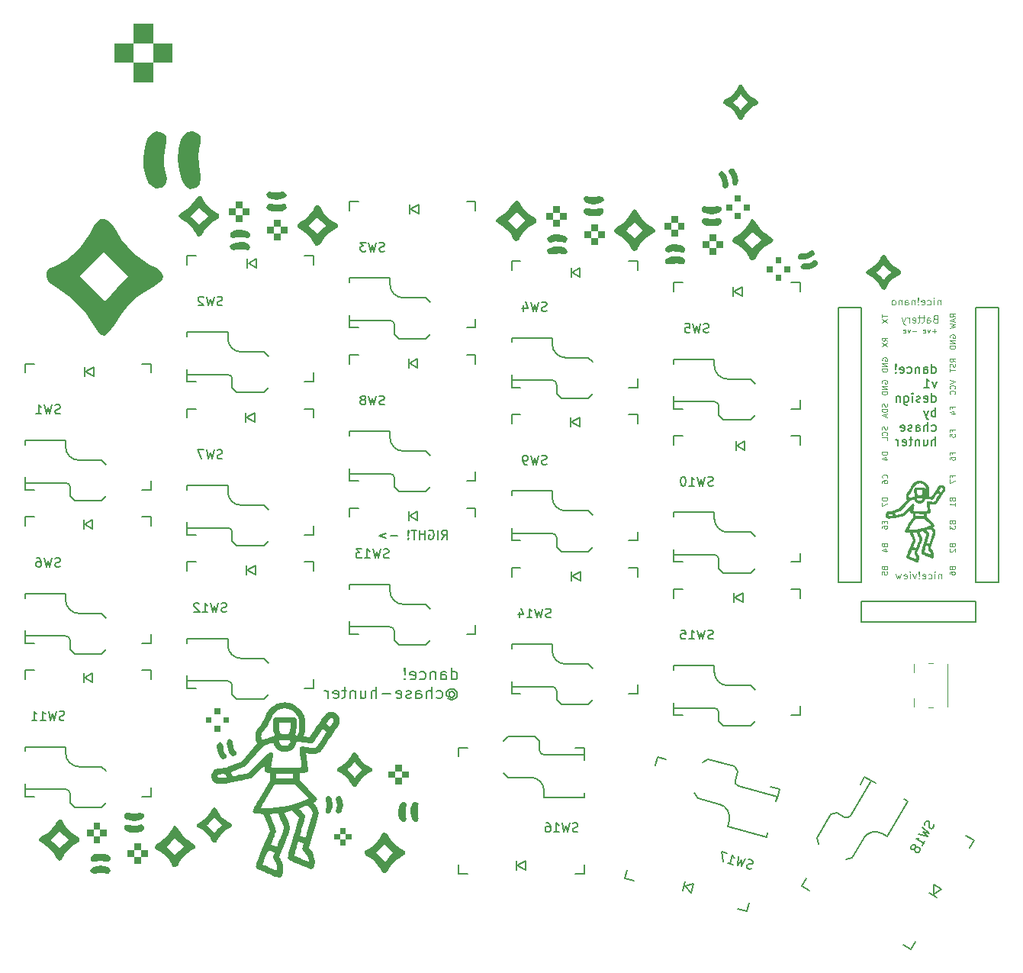
<source format=gbr>
G04 #@! TF.GenerationSoftware,KiCad,Pcbnew,7.0.8*
G04 #@! TF.CreationDate,2023-11-06T21:04:00-05:00*
G04 #@! TF.ProjectId,dance,64616e63-652e-46b6-9963-61645f706362,1.0*
G04 #@! TF.SameCoordinates,Original*
G04 #@! TF.FileFunction,Legend,Bot*
G04 #@! TF.FilePolarity,Positive*
%FSLAX46Y46*%
G04 Gerber Fmt 4.6, Leading zero omitted, Abs format (unit mm)*
G04 Created by KiCad (PCBNEW 7.0.8) date 2023-11-06 21:04:00*
%MOMM*%
%LPD*%
G01*
G04 APERTURE LIST*
%ADD10C,0.150000*%
%ADD11C,0.200000*%
%ADD12C,0.100000*%
%ADD13C,0.080000*%
%ADD14C,0.120000*%
G04 APERTURE END LIST*
D10*
X179534649Y-64439819D02*
X179534649Y-63439819D01*
X179534649Y-64392200D02*
X179629887Y-64439819D01*
X179629887Y-64439819D02*
X179820363Y-64439819D01*
X179820363Y-64439819D02*
X179915601Y-64392200D01*
X179915601Y-64392200D02*
X179963220Y-64344580D01*
X179963220Y-64344580D02*
X180010839Y-64249342D01*
X180010839Y-64249342D02*
X180010839Y-63963628D01*
X180010839Y-63963628D02*
X179963220Y-63868390D01*
X179963220Y-63868390D02*
X179915601Y-63820771D01*
X179915601Y-63820771D02*
X179820363Y-63773152D01*
X179820363Y-63773152D02*
X179629887Y-63773152D01*
X179629887Y-63773152D02*
X179534649Y-63820771D01*
X178629887Y-64439819D02*
X178629887Y-63916009D01*
X178629887Y-63916009D02*
X178677506Y-63820771D01*
X178677506Y-63820771D02*
X178772744Y-63773152D01*
X178772744Y-63773152D02*
X178963220Y-63773152D01*
X178963220Y-63773152D02*
X179058458Y-63820771D01*
X178629887Y-64392200D02*
X178725125Y-64439819D01*
X178725125Y-64439819D02*
X178963220Y-64439819D01*
X178963220Y-64439819D02*
X179058458Y-64392200D01*
X179058458Y-64392200D02*
X179106077Y-64296961D01*
X179106077Y-64296961D02*
X179106077Y-64201723D01*
X179106077Y-64201723D02*
X179058458Y-64106485D01*
X179058458Y-64106485D02*
X178963220Y-64058866D01*
X178963220Y-64058866D02*
X178725125Y-64058866D01*
X178725125Y-64058866D02*
X178629887Y-64011247D01*
X178153696Y-63773152D02*
X178153696Y-64439819D01*
X178153696Y-63868390D02*
X178106077Y-63820771D01*
X178106077Y-63820771D02*
X178010839Y-63773152D01*
X178010839Y-63773152D02*
X177867982Y-63773152D01*
X177867982Y-63773152D02*
X177772744Y-63820771D01*
X177772744Y-63820771D02*
X177725125Y-63916009D01*
X177725125Y-63916009D02*
X177725125Y-64439819D01*
X176820363Y-64392200D02*
X176915601Y-64439819D01*
X176915601Y-64439819D02*
X177106077Y-64439819D01*
X177106077Y-64439819D02*
X177201315Y-64392200D01*
X177201315Y-64392200D02*
X177248934Y-64344580D01*
X177248934Y-64344580D02*
X177296553Y-64249342D01*
X177296553Y-64249342D02*
X177296553Y-63963628D01*
X177296553Y-63963628D02*
X177248934Y-63868390D01*
X177248934Y-63868390D02*
X177201315Y-63820771D01*
X177201315Y-63820771D02*
X177106077Y-63773152D01*
X177106077Y-63773152D02*
X176915601Y-63773152D01*
X176915601Y-63773152D02*
X176820363Y-63820771D01*
X176010839Y-64392200D02*
X176106077Y-64439819D01*
X176106077Y-64439819D02*
X176296553Y-64439819D01*
X176296553Y-64439819D02*
X176391791Y-64392200D01*
X176391791Y-64392200D02*
X176439410Y-64296961D01*
X176439410Y-64296961D02*
X176439410Y-63916009D01*
X176439410Y-63916009D02*
X176391791Y-63820771D01*
X176391791Y-63820771D02*
X176296553Y-63773152D01*
X176296553Y-63773152D02*
X176106077Y-63773152D01*
X176106077Y-63773152D02*
X176010839Y-63820771D01*
X176010839Y-63820771D02*
X175963220Y-63916009D01*
X175963220Y-63916009D02*
X175963220Y-64011247D01*
X175963220Y-64011247D02*
X176439410Y-64106485D01*
X175534648Y-64344580D02*
X175487029Y-64392200D01*
X175487029Y-64392200D02*
X175534648Y-64439819D01*
X175534648Y-64439819D02*
X175582267Y-64392200D01*
X175582267Y-64392200D02*
X175534648Y-64344580D01*
X175534648Y-64344580D02*
X175534648Y-64439819D01*
X175534648Y-64058866D02*
X175582267Y-63487438D01*
X175582267Y-63487438D02*
X175534648Y-63439819D01*
X175534648Y-63439819D02*
X175487029Y-63487438D01*
X175487029Y-63487438D02*
X175534648Y-64058866D01*
X175534648Y-64058866D02*
X175534648Y-63439819D01*
X180058458Y-65383152D02*
X179820363Y-66049819D01*
X179820363Y-66049819D02*
X179582268Y-65383152D01*
X178677506Y-66049819D02*
X179248934Y-66049819D01*
X178963220Y-66049819D02*
X178963220Y-65049819D01*
X178963220Y-65049819D02*
X179058458Y-65192676D01*
X179058458Y-65192676D02*
X179153696Y-65287914D01*
X179153696Y-65287914D02*
X179248934Y-65335533D01*
X179534649Y-67659819D02*
X179534649Y-66659819D01*
X179534649Y-67612200D02*
X179629887Y-67659819D01*
X179629887Y-67659819D02*
X179820363Y-67659819D01*
X179820363Y-67659819D02*
X179915601Y-67612200D01*
X179915601Y-67612200D02*
X179963220Y-67564580D01*
X179963220Y-67564580D02*
X180010839Y-67469342D01*
X180010839Y-67469342D02*
X180010839Y-67183628D01*
X180010839Y-67183628D02*
X179963220Y-67088390D01*
X179963220Y-67088390D02*
X179915601Y-67040771D01*
X179915601Y-67040771D02*
X179820363Y-66993152D01*
X179820363Y-66993152D02*
X179629887Y-66993152D01*
X179629887Y-66993152D02*
X179534649Y-67040771D01*
X178677506Y-67612200D02*
X178772744Y-67659819D01*
X178772744Y-67659819D02*
X178963220Y-67659819D01*
X178963220Y-67659819D02*
X179058458Y-67612200D01*
X179058458Y-67612200D02*
X179106077Y-67516961D01*
X179106077Y-67516961D02*
X179106077Y-67136009D01*
X179106077Y-67136009D02*
X179058458Y-67040771D01*
X179058458Y-67040771D02*
X178963220Y-66993152D01*
X178963220Y-66993152D02*
X178772744Y-66993152D01*
X178772744Y-66993152D02*
X178677506Y-67040771D01*
X178677506Y-67040771D02*
X178629887Y-67136009D01*
X178629887Y-67136009D02*
X178629887Y-67231247D01*
X178629887Y-67231247D02*
X179106077Y-67326485D01*
X178248934Y-67612200D02*
X178153696Y-67659819D01*
X178153696Y-67659819D02*
X177963220Y-67659819D01*
X177963220Y-67659819D02*
X177867982Y-67612200D01*
X177867982Y-67612200D02*
X177820363Y-67516961D01*
X177820363Y-67516961D02*
X177820363Y-67469342D01*
X177820363Y-67469342D02*
X177867982Y-67374104D01*
X177867982Y-67374104D02*
X177963220Y-67326485D01*
X177963220Y-67326485D02*
X178106077Y-67326485D01*
X178106077Y-67326485D02*
X178201315Y-67278866D01*
X178201315Y-67278866D02*
X178248934Y-67183628D01*
X178248934Y-67183628D02*
X178248934Y-67136009D01*
X178248934Y-67136009D02*
X178201315Y-67040771D01*
X178201315Y-67040771D02*
X178106077Y-66993152D01*
X178106077Y-66993152D02*
X177963220Y-66993152D01*
X177963220Y-66993152D02*
X177867982Y-67040771D01*
X177391791Y-67659819D02*
X177391791Y-66993152D01*
X177391791Y-66659819D02*
X177439410Y-66707438D01*
X177439410Y-66707438D02*
X177391791Y-66755057D01*
X177391791Y-66755057D02*
X177344172Y-66707438D01*
X177344172Y-66707438D02*
X177391791Y-66659819D01*
X177391791Y-66659819D02*
X177391791Y-66755057D01*
X176487030Y-66993152D02*
X176487030Y-67802676D01*
X176487030Y-67802676D02*
X176534649Y-67897914D01*
X176534649Y-67897914D02*
X176582268Y-67945533D01*
X176582268Y-67945533D02*
X176677506Y-67993152D01*
X176677506Y-67993152D02*
X176820363Y-67993152D01*
X176820363Y-67993152D02*
X176915601Y-67945533D01*
X176487030Y-67612200D02*
X176582268Y-67659819D01*
X176582268Y-67659819D02*
X176772744Y-67659819D01*
X176772744Y-67659819D02*
X176867982Y-67612200D01*
X176867982Y-67612200D02*
X176915601Y-67564580D01*
X176915601Y-67564580D02*
X176963220Y-67469342D01*
X176963220Y-67469342D02*
X176963220Y-67183628D01*
X176963220Y-67183628D02*
X176915601Y-67088390D01*
X176915601Y-67088390D02*
X176867982Y-67040771D01*
X176867982Y-67040771D02*
X176772744Y-66993152D01*
X176772744Y-66993152D02*
X176582268Y-66993152D01*
X176582268Y-66993152D02*
X176487030Y-67040771D01*
X176010839Y-66993152D02*
X176010839Y-67659819D01*
X176010839Y-67088390D02*
X175963220Y-67040771D01*
X175963220Y-67040771D02*
X175867982Y-66993152D01*
X175867982Y-66993152D02*
X175725125Y-66993152D01*
X175725125Y-66993152D02*
X175629887Y-67040771D01*
X175629887Y-67040771D02*
X175582268Y-67136009D01*
X175582268Y-67136009D02*
X175582268Y-67659819D01*
X179963220Y-69269819D02*
X179963220Y-68269819D01*
X179963220Y-68650771D02*
X179867982Y-68603152D01*
X179867982Y-68603152D02*
X179677506Y-68603152D01*
X179677506Y-68603152D02*
X179582268Y-68650771D01*
X179582268Y-68650771D02*
X179534649Y-68698390D01*
X179534649Y-68698390D02*
X179487030Y-68793628D01*
X179487030Y-68793628D02*
X179487030Y-69079342D01*
X179487030Y-69079342D02*
X179534649Y-69174580D01*
X179534649Y-69174580D02*
X179582268Y-69222200D01*
X179582268Y-69222200D02*
X179677506Y-69269819D01*
X179677506Y-69269819D02*
X179867982Y-69269819D01*
X179867982Y-69269819D02*
X179963220Y-69222200D01*
X179153696Y-68603152D02*
X178915601Y-69269819D01*
X178677506Y-68603152D02*
X178915601Y-69269819D01*
X178915601Y-69269819D02*
X179010839Y-69507914D01*
X179010839Y-69507914D02*
X179058458Y-69555533D01*
X179058458Y-69555533D02*
X179153696Y-69603152D01*
X179534649Y-70832200D02*
X179629887Y-70879819D01*
X179629887Y-70879819D02*
X179820363Y-70879819D01*
X179820363Y-70879819D02*
X179915601Y-70832200D01*
X179915601Y-70832200D02*
X179963220Y-70784580D01*
X179963220Y-70784580D02*
X180010839Y-70689342D01*
X180010839Y-70689342D02*
X180010839Y-70403628D01*
X180010839Y-70403628D02*
X179963220Y-70308390D01*
X179963220Y-70308390D02*
X179915601Y-70260771D01*
X179915601Y-70260771D02*
X179820363Y-70213152D01*
X179820363Y-70213152D02*
X179629887Y-70213152D01*
X179629887Y-70213152D02*
X179534649Y-70260771D01*
X179106077Y-70879819D02*
X179106077Y-69879819D01*
X178677506Y-70879819D02*
X178677506Y-70356009D01*
X178677506Y-70356009D02*
X178725125Y-70260771D01*
X178725125Y-70260771D02*
X178820363Y-70213152D01*
X178820363Y-70213152D02*
X178963220Y-70213152D01*
X178963220Y-70213152D02*
X179058458Y-70260771D01*
X179058458Y-70260771D02*
X179106077Y-70308390D01*
X177772744Y-70879819D02*
X177772744Y-70356009D01*
X177772744Y-70356009D02*
X177820363Y-70260771D01*
X177820363Y-70260771D02*
X177915601Y-70213152D01*
X177915601Y-70213152D02*
X178106077Y-70213152D01*
X178106077Y-70213152D02*
X178201315Y-70260771D01*
X177772744Y-70832200D02*
X177867982Y-70879819D01*
X177867982Y-70879819D02*
X178106077Y-70879819D01*
X178106077Y-70879819D02*
X178201315Y-70832200D01*
X178201315Y-70832200D02*
X178248934Y-70736961D01*
X178248934Y-70736961D02*
X178248934Y-70641723D01*
X178248934Y-70641723D02*
X178201315Y-70546485D01*
X178201315Y-70546485D02*
X178106077Y-70498866D01*
X178106077Y-70498866D02*
X177867982Y-70498866D01*
X177867982Y-70498866D02*
X177772744Y-70451247D01*
X177344172Y-70832200D02*
X177248934Y-70879819D01*
X177248934Y-70879819D02*
X177058458Y-70879819D01*
X177058458Y-70879819D02*
X176963220Y-70832200D01*
X176963220Y-70832200D02*
X176915601Y-70736961D01*
X176915601Y-70736961D02*
X176915601Y-70689342D01*
X176915601Y-70689342D02*
X176963220Y-70594104D01*
X176963220Y-70594104D02*
X177058458Y-70546485D01*
X177058458Y-70546485D02*
X177201315Y-70546485D01*
X177201315Y-70546485D02*
X177296553Y-70498866D01*
X177296553Y-70498866D02*
X177344172Y-70403628D01*
X177344172Y-70403628D02*
X177344172Y-70356009D01*
X177344172Y-70356009D02*
X177296553Y-70260771D01*
X177296553Y-70260771D02*
X177201315Y-70213152D01*
X177201315Y-70213152D02*
X177058458Y-70213152D01*
X177058458Y-70213152D02*
X176963220Y-70260771D01*
X176106077Y-70832200D02*
X176201315Y-70879819D01*
X176201315Y-70879819D02*
X176391791Y-70879819D01*
X176391791Y-70879819D02*
X176487029Y-70832200D01*
X176487029Y-70832200D02*
X176534648Y-70736961D01*
X176534648Y-70736961D02*
X176534648Y-70356009D01*
X176534648Y-70356009D02*
X176487029Y-70260771D01*
X176487029Y-70260771D02*
X176391791Y-70213152D01*
X176391791Y-70213152D02*
X176201315Y-70213152D01*
X176201315Y-70213152D02*
X176106077Y-70260771D01*
X176106077Y-70260771D02*
X176058458Y-70356009D01*
X176058458Y-70356009D02*
X176058458Y-70451247D01*
X176058458Y-70451247D02*
X176534648Y-70546485D01*
X179963220Y-72489819D02*
X179963220Y-71489819D01*
X179534649Y-72489819D02*
X179534649Y-71966009D01*
X179534649Y-71966009D02*
X179582268Y-71870771D01*
X179582268Y-71870771D02*
X179677506Y-71823152D01*
X179677506Y-71823152D02*
X179820363Y-71823152D01*
X179820363Y-71823152D02*
X179915601Y-71870771D01*
X179915601Y-71870771D02*
X179963220Y-71918390D01*
X178629887Y-71823152D02*
X178629887Y-72489819D01*
X179058458Y-71823152D02*
X179058458Y-72346961D01*
X179058458Y-72346961D02*
X179010839Y-72442200D01*
X179010839Y-72442200D02*
X178915601Y-72489819D01*
X178915601Y-72489819D02*
X178772744Y-72489819D01*
X178772744Y-72489819D02*
X178677506Y-72442200D01*
X178677506Y-72442200D02*
X178629887Y-72394580D01*
X178153696Y-71823152D02*
X178153696Y-72489819D01*
X178153696Y-71918390D02*
X178106077Y-71870771D01*
X178106077Y-71870771D02*
X178010839Y-71823152D01*
X178010839Y-71823152D02*
X177867982Y-71823152D01*
X177867982Y-71823152D02*
X177772744Y-71870771D01*
X177772744Y-71870771D02*
X177725125Y-71966009D01*
X177725125Y-71966009D02*
X177725125Y-72489819D01*
X177391791Y-71823152D02*
X177010839Y-71823152D01*
X177248934Y-71489819D02*
X177248934Y-72346961D01*
X177248934Y-72346961D02*
X177201315Y-72442200D01*
X177201315Y-72442200D02*
X177106077Y-72489819D01*
X177106077Y-72489819D02*
X177010839Y-72489819D01*
X176296553Y-72442200D02*
X176391791Y-72489819D01*
X176391791Y-72489819D02*
X176582267Y-72489819D01*
X176582267Y-72489819D02*
X176677505Y-72442200D01*
X176677505Y-72442200D02*
X176725124Y-72346961D01*
X176725124Y-72346961D02*
X176725124Y-71966009D01*
X176725124Y-71966009D02*
X176677505Y-71870771D01*
X176677505Y-71870771D02*
X176582267Y-71823152D01*
X176582267Y-71823152D02*
X176391791Y-71823152D01*
X176391791Y-71823152D02*
X176296553Y-71870771D01*
X176296553Y-71870771D02*
X176248934Y-71966009D01*
X176248934Y-71966009D02*
X176248934Y-72061247D01*
X176248934Y-72061247D02*
X176725124Y-72156485D01*
X175820362Y-72489819D02*
X175820362Y-71823152D01*
X175820362Y-72013628D02*
X175772743Y-71918390D01*
X175772743Y-71918390D02*
X175725124Y-71870771D01*
X175725124Y-71870771D02*
X175629886Y-71823152D01*
X175629886Y-71823152D02*
X175534648Y-71823152D01*
D11*
X126257006Y-98426833D02*
X126257006Y-97126833D01*
X126257006Y-98364929D02*
X126380815Y-98426833D01*
X126380815Y-98426833D02*
X126628434Y-98426833D01*
X126628434Y-98426833D02*
X126752244Y-98364929D01*
X126752244Y-98364929D02*
X126814149Y-98303024D01*
X126814149Y-98303024D02*
X126876053Y-98179214D01*
X126876053Y-98179214D02*
X126876053Y-97807786D01*
X126876053Y-97807786D02*
X126814149Y-97683976D01*
X126814149Y-97683976D02*
X126752244Y-97622071D01*
X126752244Y-97622071D02*
X126628434Y-97560167D01*
X126628434Y-97560167D02*
X126380815Y-97560167D01*
X126380815Y-97560167D02*
X126257006Y-97622071D01*
X125080816Y-98426833D02*
X125080816Y-97745881D01*
X125080816Y-97745881D02*
X125142721Y-97622071D01*
X125142721Y-97622071D02*
X125266530Y-97560167D01*
X125266530Y-97560167D02*
X125514149Y-97560167D01*
X125514149Y-97560167D02*
X125637959Y-97622071D01*
X125080816Y-98364929D02*
X125204625Y-98426833D01*
X125204625Y-98426833D02*
X125514149Y-98426833D01*
X125514149Y-98426833D02*
X125637959Y-98364929D01*
X125637959Y-98364929D02*
X125699863Y-98241119D01*
X125699863Y-98241119D02*
X125699863Y-98117309D01*
X125699863Y-98117309D02*
X125637959Y-97993500D01*
X125637959Y-97993500D02*
X125514149Y-97931595D01*
X125514149Y-97931595D02*
X125204625Y-97931595D01*
X125204625Y-97931595D02*
X125080816Y-97869690D01*
X124461769Y-97560167D02*
X124461769Y-98426833D01*
X124461769Y-97683976D02*
X124399864Y-97622071D01*
X124399864Y-97622071D02*
X124276054Y-97560167D01*
X124276054Y-97560167D02*
X124090340Y-97560167D01*
X124090340Y-97560167D02*
X123966531Y-97622071D01*
X123966531Y-97622071D02*
X123904626Y-97745881D01*
X123904626Y-97745881D02*
X123904626Y-98426833D01*
X122728436Y-98364929D02*
X122852245Y-98426833D01*
X122852245Y-98426833D02*
X123099864Y-98426833D01*
X123099864Y-98426833D02*
X123223674Y-98364929D01*
X123223674Y-98364929D02*
X123285579Y-98303024D01*
X123285579Y-98303024D02*
X123347483Y-98179214D01*
X123347483Y-98179214D02*
X123347483Y-97807786D01*
X123347483Y-97807786D02*
X123285579Y-97683976D01*
X123285579Y-97683976D02*
X123223674Y-97622071D01*
X123223674Y-97622071D02*
X123099864Y-97560167D01*
X123099864Y-97560167D02*
X122852245Y-97560167D01*
X122852245Y-97560167D02*
X122728436Y-97622071D01*
X121676055Y-98364929D02*
X121799864Y-98426833D01*
X121799864Y-98426833D02*
X122047483Y-98426833D01*
X122047483Y-98426833D02*
X122171293Y-98364929D01*
X122171293Y-98364929D02*
X122233197Y-98241119D01*
X122233197Y-98241119D02*
X122233197Y-97745881D01*
X122233197Y-97745881D02*
X122171293Y-97622071D01*
X122171293Y-97622071D02*
X122047483Y-97560167D01*
X122047483Y-97560167D02*
X121799864Y-97560167D01*
X121799864Y-97560167D02*
X121676055Y-97622071D01*
X121676055Y-97622071D02*
X121614150Y-97745881D01*
X121614150Y-97745881D02*
X121614150Y-97869690D01*
X121614150Y-97869690D02*
X122233197Y-97993500D01*
X121057007Y-98303024D02*
X120995102Y-98364929D01*
X120995102Y-98364929D02*
X121057007Y-98426833D01*
X121057007Y-98426833D02*
X121118911Y-98364929D01*
X121118911Y-98364929D02*
X121057007Y-98303024D01*
X121057007Y-98303024D02*
X121057007Y-98426833D01*
X121057007Y-97931595D02*
X121118911Y-97188738D01*
X121118911Y-97188738D02*
X121057007Y-97126833D01*
X121057007Y-97126833D02*
X120995102Y-97188738D01*
X120995102Y-97188738D02*
X121057007Y-97931595D01*
X121057007Y-97931595D02*
X121057007Y-97126833D01*
X126009387Y-99900786D02*
X126071292Y-99838881D01*
X126071292Y-99838881D02*
X126195101Y-99776976D01*
X126195101Y-99776976D02*
X126318911Y-99776976D01*
X126318911Y-99776976D02*
X126442720Y-99838881D01*
X126442720Y-99838881D02*
X126504625Y-99900786D01*
X126504625Y-99900786D02*
X126566530Y-100024595D01*
X126566530Y-100024595D02*
X126566530Y-100148405D01*
X126566530Y-100148405D02*
X126504625Y-100272214D01*
X126504625Y-100272214D02*
X126442720Y-100334119D01*
X126442720Y-100334119D02*
X126318911Y-100396024D01*
X126318911Y-100396024D02*
X126195101Y-100396024D01*
X126195101Y-100396024D02*
X126071292Y-100334119D01*
X126071292Y-100334119D02*
X126009387Y-100272214D01*
X126009387Y-99776976D02*
X126009387Y-100272214D01*
X126009387Y-100272214D02*
X125947482Y-100334119D01*
X125947482Y-100334119D02*
X125885577Y-100334119D01*
X125885577Y-100334119D02*
X125761768Y-100272214D01*
X125761768Y-100272214D02*
X125699863Y-100148405D01*
X125699863Y-100148405D02*
X125699863Y-99838881D01*
X125699863Y-99838881D02*
X125823673Y-99653167D01*
X125823673Y-99653167D02*
X126009387Y-99529357D01*
X126009387Y-99529357D02*
X126257006Y-99467452D01*
X126257006Y-99467452D02*
X126504625Y-99529357D01*
X126504625Y-99529357D02*
X126690339Y-99653167D01*
X126690339Y-99653167D02*
X126814149Y-99838881D01*
X126814149Y-99838881D02*
X126876053Y-100086500D01*
X126876053Y-100086500D02*
X126814149Y-100334119D01*
X126814149Y-100334119D02*
X126690339Y-100519833D01*
X126690339Y-100519833D02*
X126504625Y-100643643D01*
X126504625Y-100643643D02*
X126257006Y-100705548D01*
X126257006Y-100705548D02*
X126009387Y-100643643D01*
X126009387Y-100643643D02*
X125823673Y-100519833D01*
X124585577Y-100457929D02*
X124709386Y-100519833D01*
X124709386Y-100519833D02*
X124957005Y-100519833D01*
X124957005Y-100519833D02*
X125080815Y-100457929D01*
X125080815Y-100457929D02*
X125142720Y-100396024D01*
X125142720Y-100396024D02*
X125204624Y-100272214D01*
X125204624Y-100272214D02*
X125204624Y-99900786D01*
X125204624Y-99900786D02*
X125142720Y-99776976D01*
X125142720Y-99776976D02*
X125080815Y-99715071D01*
X125080815Y-99715071D02*
X124957005Y-99653167D01*
X124957005Y-99653167D02*
X124709386Y-99653167D01*
X124709386Y-99653167D02*
X124585577Y-99715071D01*
X124028434Y-100519833D02*
X124028434Y-99219833D01*
X123471291Y-100519833D02*
X123471291Y-99838881D01*
X123471291Y-99838881D02*
X123533196Y-99715071D01*
X123533196Y-99715071D02*
X123657005Y-99653167D01*
X123657005Y-99653167D02*
X123842719Y-99653167D01*
X123842719Y-99653167D02*
X123966529Y-99715071D01*
X123966529Y-99715071D02*
X124028434Y-99776976D01*
X122295101Y-100519833D02*
X122295101Y-99838881D01*
X122295101Y-99838881D02*
X122357006Y-99715071D01*
X122357006Y-99715071D02*
X122480815Y-99653167D01*
X122480815Y-99653167D02*
X122728434Y-99653167D01*
X122728434Y-99653167D02*
X122852244Y-99715071D01*
X122295101Y-100457929D02*
X122418910Y-100519833D01*
X122418910Y-100519833D02*
X122728434Y-100519833D01*
X122728434Y-100519833D02*
X122852244Y-100457929D01*
X122852244Y-100457929D02*
X122914148Y-100334119D01*
X122914148Y-100334119D02*
X122914148Y-100210309D01*
X122914148Y-100210309D02*
X122852244Y-100086500D01*
X122852244Y-100086500D02*
X122728434Y-100024595D01*
X122728434Y-100024595D02*
X122418910Y-100024595D01*
X122418910Y-100024595D02*
X122295101Y-99962690D01*
X121737958Y-100457929D02*
X121614149Y-100519833D01*
X121614149Y-100519833D02*
X121366530Y-100519833D01*
X121366530Y-100519833D02*
X121242720Y-100457929D01*
X121242720Y-100457929D02*
X121180816Y-100334119D01*
X121180816Y-100334119D02*
X121180816Y-100272214D01*
X121180816Y-100272214D02*
X121242720Y-100148405D01*
X121242720Y-100148405D02*
X121366530Y-100086500D01*
X121366530Y-100086500D02*
X121552244Y-100086500D01*
X121552244Y-100086500D02*
X121676054Y-100024595D01*
X121676054Y-100024595D02*
X121737958Y-99900786D01*
X121737958Y-99900786D02*
X121737958Y-99838881D01*
X121737958Y-99838881D02*
X121676054Y-99715071D01*
X121676054Y-99715071D02*
X121552244Y-99653167D01*
X121552244Y-99653167D02*
X121366530Y-99653167D01*
X121366530Y-99653167D02*
X121242720Y-99715071D01*
X120128435Y-100457929D02*
X120252244Y-100519833D01*
X120252244Y-100519833D02*
X120499863Y-100519833D01*
X120499863Y-100519833D02*
X120623673Y-100457929D01*
X120623673Y-100457929D02*
X120685577Y-100334119D01*
X120685577Y-100334119D02*
X120685577Y-99838881D01*
X120685577Y-99838881D02*
X120623673Y-99715071D01*
X120623673Y-99715071D02*
X120499863Y-99653167D01*
X120499863Y-99653167D02*
X120252244Y-99653167D01*
X120252244Y-99653167D02*
X120128435Y-99715071D01*
X120128435Y-99715071D02*
X120066530Y-99838881D01*
X120066530Y-99838881D02*
X120066530Y-99962690D01*
X120066530Y-99962690D02*
X120685577Y-100086500D01*
X119509387Y-100024595D02*
X118518911Y-100024595D01*
X117899863Y-100519833D02*
X117899863Y-99219833D01*
X117342720Y-100519833D02*
X117342720Y-99838881D01*
X117342720Y-99838881D02*
X117404625Y-99715071D01*
X117404625Y-99715071D02*
X117528434Y-99653167D01*
X117528434Y-99653167D02*
X117714148Y-99653167D01*
X117714148Y-99653167D02*
X117837958Y-99715071D01*
X117837958Y-99715071D02*
X117899863Y-99776976D01*
X116166530Y-99653167D02*
X116166530Y-100519833D01*
X116723673Y-99653167D02*
X116723673Y-100334119D01*
X116723673Y-100334119D02*
X116661768Y-100457929D01*
X116661768Y-100457929D02*
X116537958Y-100519833D01*
X116537958Y-100519833D02*
X116352244Y-100519833D01*
X116352244Y-100519833D02*
X116228435Y-100457929D01*
X116228435Y-100457929D02*
X116166530Y-100396024D01*
X115547483Y-99653167D02*
X115547483Y-100519833D01*
X115547483Y-99776976D02*
X115485578Y-99715071D01*
X115485578Y-99715071D02*
X115361768Y-99653167D01*
X115361768Y-99653167D02*
X115176054Y-99653167D01*
X115176054Y-99653167D02*
X115052245Y-99715071D01*
X115052245Y-99715071D02*
X114990340Y-99838881D01*
X114990340Y-99838881D02*
X114990340Y-100519833D01*
X114557007Y-99653167D02*
X114061769Y-99653167D01*
X114371293Y-99219833D02*
X114371293Y-100334119D01*
X114371293Y-100334119D02*
X114309388Y-100457929D01*
X114309388Y-100457929D02*
X114185578Y-100519833D01*
X114185578Y-100519833D02*
X114061769Y-100519833D01*
X113133198Y-100457929D02*
X113257007Y-100519833D01*
X113257007Y-100519833D02*
X113504626Y-100519833D01*
X113504626Y-100519833D02*
X113628436Y-100457929D01*
X113628436Y-100457929D02*
X113690340Y-100334119D01*
X113690340Y-100334119D02*
X113690340Y-99838881D01*
X113690340Y-99838881D02*
X113628436Y-99715071D01*
X113628436Y-99715071D02*
X113504626Y-99653167D01*
X113504626Y-99653167D02*
X113257007Y-99653167D01*
X113257007Y-99653167D02*
X113133198Y-99715071D01*
X113133198Y-99715071D02*
X113071293Y-99838881D01*
X113071293Y-99838881D02*
X113071293Y-99962690D01*
X113071293Y-99962690D02*
X113690340Y-100086500D01*
X112514150Y-100519833D02*
X112514150Y-99653167D01*
X112514150Y-99900786D02*
X112452245Y-99776976D01*
X112452245Y-99776976D02*
X112390340Y-99715071D01*
X112390340Y-99715071D02*
X112266531Y-99653167D01*
X112266531Y-99653167D02*
X112142721Y-99653167D01*
X125158898Y-82867219D02*
X125492231Y-82391028D01*
X125730326Y-82867219D02*
X125730326Y-81867219D01*
X125730326Y-81867219D02*
X125349374Y-81867219D01*
X125349374Y-81867219D02*
X125254136Y-81914838D01*
X125254136Y-81914838D02*
X125206517Y-81962457D01*
X125206517Y-81962457D02*
X125158898Y-82057695D01*
X125158898Y-82057695D02*
X125158898Y-82200552D01*
X125158898Y-82200552D02*
X125206517Y-82295790D01*
X125206517Y-82295790D02*
X125254136Y-82343409D01*
X125254136Y-82343409D02*
X125349374Y-82391028D01*
X125349374Y-82391028D02*
X125730326Y-82391028D01*
X124730326Y-82867219D02*
X124730326Y-81867219D01*
X123730327Y-81914838D02*
X123825565Y-81867219D01*
X123825565Y-81867219D02*
X123968422Y-81867219D01*
X123968422Y-81867219D02*
X124111279Y-81914838D01*
X124111279Y-81914838D02*
X124206517Y-82010076D01*
X124206517Y-82010076D02*
X124254136Y-82105314D01*
X124254136Y-82105314D02*
X124301755Y-82295790D01*
X124301755Y-82295790D02*
X124301755Y-82438647D01*
X124301755Y-82438647D02*
X124254136Y-82629123D01*
X124254136Y-82629123D02*
X124206517Y-82724361D01*
X124206517Y-82724361D02*
X124111279Y-82819600D01*
X124111279Y-82819600D02*
X123968422Y-82867219D01*
X123968422Y-82867219D02*
X123873184Y-82867219D01*
X123873184Y-82867219D02*
X123730327Y-82819600D01*
X123730327Y-82819600D02*
X123682708Y-82771980D01*
X123682708Y-82771980D02*
X123682708Y-82438647D01*
X123682708Y-82438647D02*
X123873184Y-82438647D01*
X123254136Y-82867219D02*
X123254136Y-81867219D01*
X123254136Y-82343409D02*
X122682708Y-82343409D01*
X122682708Y-82867219D02*
X122682708Y-81867219D01*
X122349374Y-81867219D02*
X121777946Y-81867219D01*
X122063660Y-82867219D02*
X122063660Y-81867219D01*
X121444612Y-82771980D02*
X121396993Y-82819600D01*
X121396993Y-82819600D02*
X121444612Y-82867219D01*
X121444612Y-82867219D02*
X121492231Y-82819600D01*
X121492231Y-82819600D02*
X121444612Y-82771980D01*
X121444612Y-82771980D02*
X121444612Y-82867219D01*
X121444612Y-82486266D02*
X121492231Y-81914838D01*
X121492231Y-81914838D02*
X121444612Y-81867219D01*
X121444612Y-81867219D02*
X121396993Y-81914838D01*
X121396993Y-81914838D02*
X121444612Y-82486266D01*
X121444612Y-82486266D02*
X121444612Y-81867219D01*
X120206517Y-82486266D02*
X119444613Y-82486266D01*
X118968422Y-82200552D02*
X118206518Y-82486266D01*
X118206518Y-82486266D02*
X118968422Y-82771980D01*
D12*
X180485714Y-56331561D02*
X180485714Y-56864895D01*
X180485714Y-56407752D02*
X180447619Y-56369657D01*
X180447619Y-56369657D02*
X180371429Y-56331561D01*
X180371429Y-56331561D02*
X180257143Y-56331561D01*
X180257143Y-56331561D02*
X180180952Y-56369657D01*
X180180952Y-56369657D02*
X180142857Y-56445847D01*
X180142857Y-56445847D02*
X180142857Y-56864895D01*
X179761904Y-56864895D02*
X179761904Y-56331561D01*
X179761904Y-56064895D02*
X179800000Y-56102990D01*
X179800000Y-56102990D02*
X179761904Y-56141085D01*
X179761904Y-56141085D02*
X179723809Y-56102990D01*
X179723809Y-56102990D02*
X179761904Y-56064895D01*
X179761904Y-56064895D02*
X179761904Y-56141085D01*
X179038095Y-56826800D02*
X179114286Y-56864895D01*
X179114286Y-56864895D02*
X179266667Y-56864895D01*
X179266667Y-56864895D02*
X179342857Y-56826800D01*
X179342857Y-56826800D02*
X179380952Y-56788704D01*
X179380952Y-56788704D02*
X179419048Y-56712514D01*
X179419048Y-56712514D02*
X179419048Y-56483942D01*
X179419048Y-56483942D02*
X179380952Y-56407752D01*
X179380952Y-56407752D02*
X179342857Y-56369657D01*
X179342857Y-56369657D02*
X179266667Y-56331561D01*
X179266667Y-56331561D02*
X179114286Y-56331561D01*
X179114286Y-56331561D02*
X179038095Y-56369657D01*
X178390476Y-56826800D02*
X178466667Y-56864895D01*
X178466667Y-56864895D02*
X178619048Y-56864895D01*
X178619048Y-56864895D02*
X178695238Y-56826800D01*
X178695238Y-56826800D02*
X178733334Y-56750609D01*
X178733334Y-56750609D02*
X178733334Y-56445847D01*
X178733334Y-56445847D02*
X178695238Y-56369657D01*
X178695238Y-56369657D02*
X178619048Y-56331561D01*
X178619048Y-56331561D02*
X178466667Y-56331561D01*
X178466667Y-56331561D02*
X178390476Y-56369657D01*
X178390476Y-56369657D02*
X178352381Y-56445847D01*
X178352381Y-56445847D02*
X178352381Y-56522038D01*
X178352381Y-56522038D02*
X178733334Y-56598228D01*
X178009524Y-56788704D02*
X177971429Y-56826800D01*
X177971429Y-56826800D02*
X178009524Y-56864895D01*
X178009524Y-56864895D02*
X178047620Y-56826800D01*
X178047620Y-56826800D02*
X178009524Y-56788704D01*
X178009524Y-56788704D02*
X178009524Y-56864895D01*
X178009524Y-56560133D02*
X178047620Y-56102990D01*
X178047620Y-56102990D02*
X178009524Y-56064895D01*
X178009524Y-56064895D02*
X177971429Y-56102990D01*
X177971429Y-56102990D02*
X178009524Y-56560133D01*
X178009524Y-56560133D02*
X178009524Y-56064895D01*
X177628572Y-56331561D02*
X177628572Y-56864895D01*
X177628572Y-56407752D02*
X177590477Y-56369657D01*
X177590477Y-56369657D02*
X177514287Y-56331561D01*
X177514287Y-56331561D02*
X177400001Y-56331561D01*
X177400001Y-56331561D02*
X177323810Y-56369657D01*
X177323810Y-56369657D02*
X177285715Y-56445847D01*
X177285715Y-56445847D02*
X177285715Y-56864895D01*
X176561905Y-56864895D02*
X176561905Y-56445847D01*
X176561905Y-56445847D02*
X176600000Y-56369657D01*
X176600000Y-56369657D02*
X176676191Y-56331561D01*
X176676191Y-56331561D02*
X176828572Y-56331561D01*
X176828572Y-56331561D02*
X176904762Y-56369657D01*
X176561905Y-56826800D02*
X176638096Y-56864895D01*
X176638096Y-56864895D02*
X176828572Y-56864895D01*
X176828572Y-56864895D02*
X176904762Y-56826800D01*
X176904762Y-56826800D02*
X176942858Y-56750609D01*
X176942858Y-56750609D02*
X176942858Y-56674419D01*
X176942858Y-56674419D02*
X176904762Y-56598228D01*
X176904762Y-56598228D02*
X176828572Y-56560133D01*
X176828572Y-56560133D02*
X176638096Y-56560133D01*
X176638096Y-56560133D02*
X176561905Y-56522038D01*
X176180952Y-56331561D02*
X176180952Y-56864895D01*
X176180952Y-56407752D02*
X176142857Y-56369657D01*
X176142857Y-56369657D02*
X176066667Y-56331561D01*
X176066667Y-56331561D02*
X175952381Y-56331561D01*
X175952381Y-56331561D02*
X175876190Y-56369657D01*
X175876190Y-56369657D02*
X175838095Y-56445847D01*
X175838095Y-56445847D02*
X175838095Y-56864895D01*
X175342857Y-56864895D02*
X175419047Y-56826800D01*
X175419047Y-56826800D02*
X175457142Y-56788704D01*
X175457142Y-56788704D02*
X175495238Y-56712514D01*
X175495238Y-56712514D02*
X175495238Y-56483942D01*
X175495238Y-56483942D02*
X175457142Y-56407752D01*
X175457142Y-56407752D02*
X175419047Y-56369657D01*
X175419047Y-56369657D02*
X175342857Y-56331561D01*
X175342857Y-56331561D02*
X175228571Y-56331561D01*
X175228571Y-56331561D02*
X175152380Y-56369657D01*
X175152380Y-56369657D02*
X175114285Y-56407752D01*
X175114285Y-56407752D02*
X175076190Y-56483942D01*
X175076190Y-56483942D02*
X175076190Y-56712514D01*
X175076190Y-56712514D02*
X175114285Y-56788704D01*
X175114285Y-56788704D02*
X175152380Y-56826800D01*
X175152380Y-56826800D02*
X175228571Y-56864895D01*
X175228571Y-56864895D02*
X175342857Y-56864895D01*
D10*
X82798332Y-68902200D02*
X82655475Y-68949819D01*
X82655475Y-68949819D02*
X82417380Y-68949819D01*
X82417380Y-68949819D02*
X82322142Y-68902200D01*
X82322142Y-68902200D02*
X82274523Y-68854580D01*
X82274523Y-68854580D02*
X82226904Y-68759342D01*
X82226904Y-68759342D02*
X82226904Y-68664104D01*
X82226904Y-68664104D02*
X82274523Y-68568866D01*
X82274523Y-68568866D02*
X82322142Y-68521247D01*
X82322142Y-68521247D02*
X82417380Y-68473628D01*
X82417380Y-68473628D02*
X82607856Y-68426009D01*
X82607856Y-68426009D02*
X82703094Y-68378390D01*
X82703094Y-68378390D02*
X82750713Y-68330771D01*
X82750713Y-68330771D02*
X82798332Y-68235533D01*
X82798332Y-68235533D02*
X82798332Y-68140295D01*
X82798332Y-68140295D02*
X82750713Y-68045057D01*
X82750713Y-68045057D02*
X82703094Y-67997438D01*
X82703094Y-67997438D02*
X82607856Y-67949819D01*
X82607856Y-67949819D02*
X82369761Y-67949819D01*
X82369761Y-67949819D02*
X82226904Y-67997438D01*
X81893570Y-67949819D02*
X81655475Y-68949819D01*
X81655475Y-68949819D02*
X81464999Y-68235533D01*
X81464999Y-68235533D02*
X81274523Y-68949819D01*
X81274523Y-68949819D02*
X81036428Y-67949819D01*
X80131666Y-68949819D02*
X80703094Y-68949819D01*
X80417380Y-68949819D02*
X80417380Y-67949819D01*
X80417380Y-67949819D02*
X80512618Y-68092676D01*
X80512618Y-68092676D02*
X80607856Y-68187914D01*
X80607856Y-68187914D02*
X80703094Y-68235533D01*
X100798332Y-56902200D02*
X100655475Y-56949819D01*
X100655475Y-56949819D02*
X100417380Y-56949819D01*
X100417380Y-56949819D02*
X100322142Y-56902200D01*
X100322142Y-56902200D02*
X100274523Y-56854580D01*
X100274523Y-56854580D02*
X100226904Y-56759342D01*
X100226904Y-56759342D02*
X100226904Y-56664104D01*
X100226904Y-56664104D02*
X100274523Y-56568866D01*
X100274523Y-56568866D02*
X100322142Y-56521247D01*
X100322142Y-56521247D02*
X100417380Y-56473628D01*
X100417380Y-56473628D02*
X100607856Y-56426009D01*
X100607856Y-56426009D02*
X100703094Y-56378390D01*
X100703094Y-56378390D02*
X100750713Y-56330771D01*
X100750713Y-56330771D02*
X100798332Y-56235533D01*
X100798332Y-56235533D02*
X100798332Y-56140295D01*
X100798332Y-56140295D02*
X100750713Y-56045057D01*
X100750713Y-56045057D02*
X100703094Y-55997438D01*
X100703094Y-55997438D02*
X100607856Y-55949819D01*
X100607856Y-55949819D02*
X100369761Y-55949819D01*
X100369761Y-55949819D02*
X100226904Y-55997438D01*
X99893570Y-55949819D02*
X99655475Y-56949819D01*
X99655475Y-56949819D02*
X99464999Y-56235533D01*
X99464999Y-56235533D02*
X99274523Y-56949819D01*
X99274523Y-56949819D02*
X99036428Y-55949819D01*
X98703094Y-56045057D02*
X98655475Y-55997438D01*
X98655475Y-55997438D02*
X98560237Y-55949819D01*
X98560237Y-55949819D02*
X98322142Y-55949819D01*
X98322142Y-55949819D02*
X98226904Y-55997438D01*
X98226904Y-55997438D02*
X98179285Y-56045057D01*
X98179285Y-56045057D02*
X98131666Y-56140295D01*
X98131666Y-56140295D02*
X98131666Y-56235533D01*
X98131666Y-56235533D02*
X98179285Y-56378390D01*
X98179285Y-56378390D02*
X98750713Y-56949819D01*
X98750713Y-56949819D02*
X98131666Y-56949819D01*
X118798332Y-50902200D02*
X118655475Y-50949819D01*
X118655475Y-50949819D02*
X118417380Y-50949819D01*
X118417380Y-50949819D02*
X118322142Y-50902200D01*
X118322142Y-50902200D02*
X118274523Y-50854580D01*
X118274523Y-50854580D02*
X118226904Y-50759342D01*
X118226904Y-50759342D02*
X118226904Y-50664104D01*
X118226904Y-50664104D02*
X118274523Y-50568866D01*
X118274523Y-50568866D02*
X118322142Y-50521247D01*
X118322142Y-50521247D02*
X118417380Y-50473628D01*
X118417380Y-50473628D02*
X118607856Y-50426009D01*
X118607856Y-50426009D02*
X118703094Y-50378390D01*
X118703094Y-50378390D02*
X118750713Y-50330771D01*
X118750713Y-50330771D02*
X118798332Y-50235533D01*
X118798332Y-50235533D02*
X118798332Y-50140295D01*
X118798332Y-50140295D02*
X118750713Y-50045057D01*
X118750713Y-50045057D02*
X118703094Y-49997438D01*
X118703094Y-49997438D02*
X118607856Y-49949819D01*
X118607856Y-49949819D02*
X118369761Y-49949819D01*
X118369761Y-49949819D02*
X118226904Y-49997438D01*
X117893570Y-49949819D02*
X117655475Y-50949819D01*
X117655475Y-50949819D02*
X117464999Y-50235533D01*
X117464999Y-50235533D02*
X117274523Y-50949819D01*
X117274523Y-50949819D02*
X117036428Y-49949819D01*
X116750713Y-49949819D02*
X116131666Y-49949819D01*
X116131666Y-49949819D02*
X116464999Y-50330771D01*
X116464999Y-50330771D02*
X116322142Y-50330771D01*
X116322142Y-50330771D02*
X116226904Y-50378390D01*
X116226904Y-50378390D02*
X116179285Y-50426009D01*
X116179285Y-50426009D02*
X116131666Y-50521247D01*
X116131666Y-50521247D02*
X116131666Y-50759342D01*
X116131666Y-50759342D02*
X116179285Y-50854580D01*
X116179285Y-50854580D02*
X116226904Y-50902200D01*
X116226904Y-50902200D02*
X116322142Y-50949819D01*
X116322142Y-50949819D02*
X116607856Y-50949819D01*
X116607856Y-50949819D02*
X116703094Y-50902200D01*
X116703094Y-50902200D02*
X116750713Y-50854580D01*
X136798332Y-57522200D02*
X136655475Y-57569819D01*
X136655475Y-57569819D02*
X136417380Y-57569819D01*
X136417380Y-57569819D02*
X136322142Y-57522200D01*
X136322142Y-57522200D02*
X136274523Y-57474580D01*
X136274523Y-57474580D02*
X136226904Y-57379342D01*
X136226904Y-57379342D02*
X136226904Y-57284104D01*
X136226904Y-57284104D02*
X136274523Y-57188866D01*
X136274523Y-57188866D02*
X136322142Y-57141247D01*
X136322142Y-57141247D02*
X136417380Y-57093628D01*
X136417380Y-57093628D02*
X136607856Y-57046009D01*
X136607856Y-57046009D02*
X136703094Y-56998390D01*
X136703094Y-56998390D02*
X136750713Y-56950771D01*
X136750713Y-56950771D02*
X136798332Y-56855533D01*
X136798332Y-56855533D02*
X136798332Y-56760295D01*
X136798332Y-56760295D02*
X136750713Y-56665057D01*
X136750713Y-56665057D02*
X136703094Y-56617438D01*
X136703094Y-56617438D02*
X136607856Y-56569819D01*
X136607856Y-56569819D02*
X136369761Y-56569819D01*
X136369761Y-56569819D02*
X136226904Y-56617438D01*
X135893570Y-56569819D02*
X135655475Y-57569819D01*
X135655475Y-57569819D02*
X135464999Y-56855533D01*
X135464999Y-56855533D02*
X135274523Y-57569819D01*
X135274523Y-57569819D02*
X135036428Y-56569819D01*
X134226904Y-56903152D02*
X134226904Y-57569819D01*
X134464999Y-56522200D02*
X134703094Y-57236485D01*
X134703094Y-57236485D02*
X134084047Y-57236485D01*
X154798332Y-59902200D02*
X154655475Y-59949819D01*
X154655475Y-59949819D02*
X154417380Y-59949819D01*
X154417380Y-59949819D02*
X154322142Y-59902200D01*
X154322142Y-59902200D02*
X154274523Y-59854580D01*
X154274523Y-59854580D02*
X154226904Y-59759342D01*
X154226904Y-59759342D02*
X154226904Y-59664104D01*
X154226904Y-59664104D02*
X154274523Y-59568866D01*
X154274523Y-59568866D02*
X154322142Y-59521247D01*
X154322142Y-59521247D02*
X154417380Y-59473628D01*
X154417380Y-59473628D02*
X154607856Y-59426009D01*
X154607856Y-59426009D02*
X154703094Y-59378390D01*
X154703094Y-59378390D02*
X154750713Y-59330771D01*
X154750713Y-59330771D02*
X154798332Y-59235533D01*
X154798332Y-59235533D02*
X154798332Y-59140295D01*
X154798332Y-59140295D02*
X154750713Y-59045057D01*
X154750713Y-59045057D02*
X154703094Y-58997438D01*
X154703094Y-58997438D02*
X154607856Y-58949819D01*
X154607856Y-58949819D02*
X154369761Y-58949819D01*
X154369761Y-58949819D02*
X154226904Y-58997438D01*
X153893570Y-58949819D02*
X153655475Y-59949819D01*
X153655475Y-59949819D02*
X153464999Y-59235533D01*
X153464999Y-59235533D02*
X153274523Y-59949819D01*
X153274523Y-59949819D02*
X153036428Y-58949819D01*
X152179285Y-58949819D02*
X152655475Y-58949819D01*
X152655475Y-58949819D02*
X152703094Y-59426009D01*
X152703094Y-59426009D02*
X152655475Y-59378390D01*
X152655475Y-59378390D02*
X152560237Y-59330771D01*
X152560237Y-59330771D02*
X152322142Y-59330771D01*
X152322142Y-59330771D02*
X152226904Y-59378390D01*
X152226904Y-59378390D02*
X152179285Y-59426009D01*
X152179285Y-59426009D02*
X152131666Y-59521247D01*
X152131666Y-59521247D02*
X152131666Y-59759342D01*
X152131666Y-59759342D02*
X152179285Y-59854580D01*
X152179285Y-59854580D02*
X152226904Y-59902200D01*
X152226904Y-59902200D02*
X152322142Y-59949819D01*
X152322142Y-59949819D02*
X152560237Y-59949819D01*
X152560237Y-59949819D02*
X152655475Y-59902200D01*
X152655475Y-59902200D02*
X152703094Y-59854580D01*
X82798332Y-85902200D02*
X82655475Y-85949819D01*
X82655475Y-85949819D02*
X82417380Y-85949819D01*
X82417380Y-85949819D02*
X82322142Y-85902200D01*
X82322142Y-85902200D02*
X82274523Y-85854580D01*
X82274523Y-85854580D02*
X82226904Y-85759342D01*
X82226904Y-85759342D02*
X82226904Y-85664104D01*
X82226904Y-85664104D02*
X82274523Y-85568866D01*
X82274523Y-85568866D02*
X82322142Y-85521247D01*
X82322142Y-85521247D02*
X82417380Y-85473628D01*
X82417380Y-85473628D02*
X82607856Y-85426009D01*
X82607856Y-85426009D02*
X82703094Y-85378390D01*
X82703094Y-85378390D02*
X82750713Y-85330771D01*
X82750713Y-85330771D02*
X82798332Y-85235533D01*
X82798332Y-85235533D02*
X82798332Y-85140295D01*
X82798332Y-85140295D02*
X82750713Y-85045057D01*
X82750713Y-85045057D02*
X82703094Y-84997438D01*
X82703094Y-84997438D02*
X82607856Y-84949819D01*
X82607856Y-84949819D02*
X82369761Y-84949819D01*
X82369761Y-84949819D02*
X82226904Y-84997438D01*
X81893570Y-84949819D02*
X81655475Y-85949819D01*
X81655475Y-85949819D02*
X81464999Y-85235533D01*
X81464999Y-85235533D02*
X81274523Y-85949819D01*
X81274523Y-85949819D02*
X81036428Y-84949819D01*
X80226904Y-84949819D02*
X80417380Y-84949819D01*
X80417380Y-84949819D02*
X80512618Y-84997438D01*
X80512618Y-84997438D02*
X80560237Y-85045057D01*
X80560237Y-85045057D02*
X80655475Y-85187914D01*
X80655475Y-85187914D02*
X80703094Y-85378390D01*
X80703094Y-85378390D02*
X80703094Y-85759342D01*
X80703094Y-85759342D02*
X80655475Y-85854580D01*
X80655475Y-85854580D02*
X80607856Y-85902200D01*
X80607856Y-85902200D02*
X80512618Y-85949819D01*
X80512618Y-85949819D02*
X80322142Y-85949819D01*
X80322142Y-85949819D02*
X80226904Y-85902200D01*
X80226904Y-85902200D02*
X80179285Y-85854580D01*
X80179285Y-85854580D02*
X80131666Y-85759342D01*
X80131666Y-85759342D02*
X80131666Y-85521247D01*
X80131666Y-85521247D02*
X80179285Y-85426009D01*
X80179285Y-85426009D02*
X80226904Y-85378390D01*
X80226904Y-85378390D02*
X80322142Y-85330771D01*
X80322142Y-85330771D02*
X80512618Y-85330771D01*
X80512618Y-85330771D02*
X80607856Y-85378390D01*
X80607856Y-85378390D02*
X80655475Y-85426009D01*
X80655475Y-85426009D02*
X80703094Y-85521247D01*
X100798332Y-73902200D02*
X100655475Y-73949819D01*
X100655475Y-73949819D02*
X100417380Y-73949819D01*
X100417380Y-73949819D02*
X100322142Y-73902200D01*
X100322142Y-73902200D02*
X100274523Y-73854580D01*
X100274523Y-73854580D02*
X100226904Y-73759342D01*
X100226904Y-73759342D02*
X100226904Y-73664104D01*
X100226904Y-73664104D02*
X100274523Y-73568866D01*
X100274523Y-73568866D02*
X100322142Y-73521247D01*
X100322142Y-73521247D02*
X100417380Y-73473628D01*
X100417380Y-73473628D02*
X100607856Y-73426009D01*
X100607856Y-73426009D02*
X100703094Y-73378390D01*
X100703094Y-73378390D02*
X100750713Y-73330771D01*
X100750713Y-73330771D02*
X100798332Y-73235533D01*
X100798332Y-73235533D02*
X100798332Y-73140295D01*
X100798332Y-73140295D02*
X100750713Y-73045057D01*
X100750713Y-73045057D02*
X100703094Y-72997438D01*
X100703094Y-72997438D02*
X100607856Y-72949819D01*
X100607856Y-72949819D02*
X100369761Y-72949819D01*
X100369761Y-72949819D02*
X100226904Y-72997438D01*
X99893570Y-72949819D02*
X99655475Y-73949819D01*
X99655475Y-73949819D02*
X99464999Y-73235533D01*
X99464999Y-73235533D02*
X99274523Y-73949819D01*
X99274523Y-73949819D02*
X99036428Y-72949819D01*
X98750713Y-72949819D02*
X98084047Y-72949819D01*
X98084047Y-72949819D02*
X98512618Y-73949819D01*
X118798332Y-67902200D02*
X118655475Y-67949819D01*
X118655475Y-67949819D02*
X118417380Y-67949819D01*
X118417380Y-67949819D02*
X118322142Y-67902200D01*
X118322142Y-67902200D02*
X118274523Y-67854580D01*
X118274523Y-67854580D02*
X118226904Y-67759342D01*
X118226904Y-67759342D02*
X118226904Y-67664104D01*
X118226904Y-67664104D02*
X118274523Y-67568866D01*
X118274523Y-67568866D02*
X118322142Y-67521247D01*
X118322142Y-67521247D02*
X118417380Y-67473628D01*
X118417380Y-67473628D02*
X118607856Y-67426009D01*
X118607856Y-67426009D02*
X118703094Y-67378390D01*
X118703094Y-67378390D02*
X118750713Y-67330771D01*
X118750713Y-67330771D02*
X118798332Y-67235533D01*
X118798332Y-67235533D02*
X118798332Y-67140295D01*
X118798332Y-67140295D02*
X118750713Y-67045057D01*
X118750713Y-67045057D02*
X118703094Y-66997438D01*
X118703094Y-66997438D02*
X118607856Y-66949819D01*
X118607856Y-66949819D02*
X118369761Y-66949819D01*
X118369761Y-66949819D02*
X118226904Y-66997438D01*
X117893570Y-66949819D02*
X117655475Y-67949819D01*
X117655475Y-67949819D02*
X117464999Y-67235533D01*
X117464999Y-67235533D02*
X117274523Y-67949819D01*
X117274523Y-67949819D02*
X117036428Y-66949819D01*
X116512618Y-67378390D02*
X116607856Y-67330771D01*
X116607856Y-67330771D02*
X116655475Y-67283152D01*
X116655475Y-67283152D02*
X116703094Y-67187914D01*
X116703094Y-67187914D02*
X116703094Y-67140295D01*
X116703094Y-67140295D02*
X116655475Y-67045057D01*
X116655475Y-67045057D02*
X116607856Y-66997438D01*
X116607856Y-66997438D02*
X116512618Y-66949819D01*
X116512618Y-66949819D02*
X116322142Y-66949819D01*
X116322142Y-66949819D02*
X116226904Y-66997438D01*
X116226904Y-66997438D02*
X116179285Y-67045057D01*
X116179285Y-67045057D02*
X116131666Y-67140295D01*
X116131666Y-67140295D02*
X116131666Y-67187914D01*
X116131666Y-67187914D02*
X116179285Y-67283152D01*
X116179285Y-67283152D02*
X116226904Y-67330771D01*
X116226904Y-67330771D02*
X116322142Y-67378390D01*
X116322142Y-67378390D02*
X116512618Y-67378390D01*
X116512618Y-67378390D02*
X116607856Y-67426009D01*
X116607856Y-67426009D02*
X116655475Y-67473628D01*
X116655475Y-67473628D02*
X116703094Y-67568866D01*
X116703094Y-67568866D02*
X116703094Y-67759342D01*
X116703094Y-67759342D02*
X116655475Y-67854580D01*
X116655475Y-67854580D02*
X116607856Y-67902200D01*
X116607856Y-67902200D02*
X116512618Y-67949819D01*
X116512618Y-67949819D02*
X116322142Y-67949819D01*
X116322142Y-67949819D02*
X116226904Y-67902200D01*
X116226904Y-67902200D02*
X116179285Y-67854580D01*
X116179285Y-67854580D02*
X116131666Y-67759342D01*
X116131666Y-67759342D02*
X116131666Y-67568866D01*
X116131666Y-67568866D02*
X116179285Y-67473628D01*
X116179285Y-67473628D02*
X116226904Y-67426009D01*
X116226904Y-67426009D02*
X116322142Y-67378390D01*
X136798332Y-74522200D02*
X136655475Y-74569819D01*
X136655475Y-74569819D02*
X136417380Y-74569819D01*
X136417380Y-74569819D02*
X136322142Y-74522200D01*
X136322142Y-74522200D02*
X136274523Y-74474580D01*
X136274523Y-74474580D02*
X136226904Y-74379342D01*
X136226904Y-74379342D02*
X136226904Y-74284104D01*
X136226904Y-74284104D02*
X136274523Y-74188866D01*
X136274523Y-74188866D02*
X136322142Y-74141247D01*
X136322142Y-74141247D02*
X136417380Y-74093628D01*
X136417380Y-74093628D02*
X136607856Y-74046009D01*
X136607856Y-74046009D02*
X136703094Y-73998390D01*
X136703094Y-73998390D02*
X136750713Y-73950771D01*
X136750713Y-73950771D02*
X136798332Y-73855533D01*
X136798332Y-73855533D02*
X136798332Y-73760295D01*
X136798332Y-73760295D02*
X136750713Y-73665057D01*
X136750713Y-73665057D02*
X136703094Y-73617438D01*
X136703094Y-73617438D02*
X136607856Y-73569819D01*
X136607856Y-73569819D02*
X136369761Y-73569819D01*
X136369761Y-73569819D02*
X136226904Y-73617438D01*
X135893570Y-73569819D02*
X135655475Y-74569819D01*
X135655475Y-74569819D02*
X135464999Y-73855533D01*
X135464999Y-73855533D02*
X135274523Y-74569819D01*
X135274523Y-74569819D02*
X135036428Y-73569819D01*
X134607856Y-74569819D02*
X134417380Y-74569819D01*
X134417380Y-74569819D02*
X134322142Y-74522200D01*
X134322142Y-74522200D02*
X134274523Y-74474580D01*
X134274523Y-74474580D02*
X134179285Y-74331723D01*
X134179285Y-74331723D02*
X134131666Y-74141247D01*
X134131666Y-74141247D02*
X134131666Y-73760295D01*
X134131666Y-73760295D02*
X134179285Y-73665057D01*
X134179285Y-73665057D02*
X134226904Y-73617438D01*
X134226904Y-73617438D02*
X134322142Y-73569819D01*
X134322142Y-73569819D02*
X134512618Y-73569819D01*
X134512618Y-73569819D02*
X134607856Y-73617438D01*
X134607856Y-73617438D02*
X134655475Y-73665057D01*
X134655475Y-73665057D02*
X134703094Y-73760295D01*
X134703094Y-73760295D02*
X134703094Y-73998390D01*
X134703094Y-73998390D02*
X134655475Y-74093628D01*
X134655475Y-74093628D02*
X134607856Y-74141247D01*
X134607856Y-74141247D02*
X134512618Y-74188866D01*
X134512618Y-74188866D02*
X134322142Y-74188866D01*
X134322142Y-74188866D02*
X134226904Y-74141247D01*
X134226904Y-74141247D02*
X134179285Y-74093628D01*
X134179285Y-74093628D02*
X134131666Y-73998390D01*
X155274523Y-76902200D02*
X155131666Y-76949819D01*
X155131666Y-76949819D02*
X154893571Y-76949819D01*
X154893571Y-76949819D02*
X154798333Y-76902200D01*
X154798333Y-76902200D02*
X154750714Y-76854580D01*
X154750714Y-76854580D02*
X154703095Y-76759342D01*
X154703095Y-76759342D02*
X154703095Y-76664104D01*
X154703095Y-76664104D02*
X154750714Y-76568866D01*
X154750714Y-76568866D02*
X154798333Y-76521247D01*
X154798333Y-76521247D02*
X154893571Y-76473628D01*
X154893571Y-76473628D02*
X155084047Y-76426009D01*
X155084047Y-76426009D02*
X155179285Y-76378390D01*
X155179285Y-76378390D02*
X155226904Y-76330771D01*
X155226904Y-76330771D02*
X155274523Y-76235533D01*
X155274523Y-76235533D02*
X155274523Y-76140295D01*
X155274523Y-76140295D02*
X155226904Y-76045057D01*
X155226904Y-76045057D02*
X155179285Y-75997438D01*
X155179285Y-75997438D02*
X155084047Y-75949819D01*
X155084047Y-75949819D02*
X154845952Y-75949819D01*
X154845952Y-75949819D02*
X154703095Y-75997438D01*
X154369761Y-75949819D02*
X154131666Y-76949819D01*
X154131666Y-76949819D02*
X153941190Y-76235533D01*
X153941190Y-76235533D02*
X153750714Y-76949819D01*
X153750714Y-76949819D02*
X153512619Y-75949819D01*
X152607857Y-76949819D02*
X153179285Y-76949819D01*
X152893571Y-76949819D02*
X152893571Y-75949819D01*
X152893571Y-75949819D02*
X152988809Y-76092676D01*
X152988809Y-76092676D02*
X153084047Y-76187914D01*
X153084047Y-76187914D02*
X153179285Y-76235533D01*
X151988809Y-75949819D02*
X151893571Y-75949819D01*
X151893571Y-75949819D02*
X151798333Y-75997438D01*
X151798333Y-75997438D02*
X151750714Y-76045057D01*
X151750714Y-76045057D02*
X151703095Y-76140295D01*
X151703095Y-76140295D02*
X151655476Y-76330771D01*
X151655476Y-76330771D02*
X151655476Y-76568866D01*
X151655476Y-76568866D02*
X151703095Y-76759342D01*
X151703095Y-76759342D02*
X151750714Y-76854580D01*
X151750714Y-76854580D02*
X151798333Y-76902200D01*
X151798333Y-76902200D02*
X151893571Y-76949819D01*
X151893571Y-76949819D02*
X151988809Y-76949819D01*
X151988809Y-76949819D02*
X152084047Y-76902200D01*
X152084047Y-76902200D02*
X152131666Y-76854580D01*
X152131666Y-76854580D02*
X152179285Y-76759342D01*
X152179285Y-76759342D02*
X152226904Y-76568866D01*
X152226904Y-76568866D02*
X152226904Y-76330771D01*
X152226904Y-76330771D02*
X152179285Y-76140295D01*
X152179285Y-76140295D02*
X152131666Y-76045057D01*
X152131666Y-76045057D02*
X152084047Y-75997438D01*
X152084047Y-75997438D02*
X151988809Y-75949819D01*
X83274523Y-102902200D02*
X83131666Y-102949819D01*
X83131666Y-102949819D02*
X82893571Y-102949819D01*
X82893571Y-102949819D02*
X82798333Y-102902200D01*
X82798333Y-102902200D02*
X82750714Y-102854580D01*
X82750714Y-102854580D02*
X82703095Y-102759342D01*
X82703095Y-102759342D02*
X82703095Y-102664104D01*
X82703095Y-102664104D02*
X82750714Y-102568866D01*
X82750714Y-102568866D02*
X82798333Y-102521247D01*
X82798333Y-102521247D02*
X82893571Y-102473628D01*
X82893571Y-102473628D02*
X83084047Y-102426009D01*
X83084047Y-102426009D02*
X83179285Y-102378390D01*
X83179285Y-102378390D02*
X83226904Y-102330771D01*
X83226904Y-102330771D02*
X83274523Y-102235533D01*
X83274523Y-102235533D02*
X83274523Y-102140295D01*
X83274523Y-102140295D02*
X83226904Y-102045057D01*
X83226904Y-102045057D02*
X83179285Y-101997438D01*
X83179285Y-101997438D02*
X83084047Y-101949819D01*
X83084047Y-101949819D02*
X82845952Y-101949819D01*
X82845952Y-101949819D02*
X82703095Y-101997438D01*
X82369761Y-101949819D02*
X82131666Y-102949819D01*
X82131666Y-102949819D02*
X81941190Y-102235533D01*
X81941190Y-102235533D02*
X81750714Y-102949819D01*
X81750714Y-102949819D02*
X81512619Y-101949819D01*
X80607857Y-102949819D02*
X81179285Y-102949819D01*
X80893571Y-102949819D02*
X80893571Y-101949819D01*
X80893571Y-101949819D02*
X80988809Y-102092676D01*
X80988809Y-102092676D02*
X81084047Y-102187914D01*
X81084047Y-102187914D02*
X81179285Y-102235533D01*
X79655476Y-102949819D02*
X80226904Y-102949819D01*
X79941190Y-102949819D02*
X79941190Y-101949819D01*
X79941190Y-101949819D02*
X80036428Y-102092676D01*
X80036428Y-102092676D02*
X80131666Y-102187914D01*
X80131666Y-102187914D02*
X80226904Y-102235533D01*
X101274523Y-90902200D02*
X101131666Y-90949819D01*
X101131666Y-90949819D02*
X100893571Y-90949819D01*
X100893571Y-90949819D02*
X100798333Y-90902200D01*
X100798333Y-90902200D02*
X100750714Y-90854580D01*
X100750714Y-90854580D02*
X100703095Y-90759342D01*
X100703095Y-90759342D02*
X100703095Y-90664104D01*
X100703095Y-90664104D02*
X100750714Y-90568866D01*
X100750714Y-90568866D02*
X100798333Y-90521247D01*
X100798333Y-90521247D02*
X100893571Y-90473628D01*
X100893571Y-90473628D02*
X101084047Y-90426009D01*
X101084047Y-90426009D02*
X101179285Y-90378390D01*
X101179285Y-90378390D02*
X101226904Y-90330771D01*
X101226904Y-90330771D02*
X101274523Y-90235533D01*
X101274523Y-90235533D02*
X101274523Y-90140295D01*
X101274523Y-90140295D02*
X101226904Y-90045057D01*
X101226904Y-90045057D02*
X101179285Y-89997438D01*
X101179285Y-89997438D02*
X101084047Y-89949819D01*
X101084047Y-89949819D02*
X100845952Y-89949819D01*
X100845952Y-89949819D02*
X100703095Y-89997438D01*
X100369761Y-89949819D02*
X100131666Y-90949819D01*
X100131666Y-90949819D02*
X99941190Y-90235533D01*
X99941190Y-90235533D02*
X99750714Y-90949819D01*
X99750714Y-90949819D02*
X99512619Y-89949819D01*
X98607857Y-90949819D02*
X99179285Y-90949819D01*
X98893571Y-90949819D02*
X98893571Y-89949819D01*
X98893571Y-89949819D02*
X98988809Y-90092676D01*
X98988809Y-90092676D02*
X99084047Y-90187914D01*
X99084047Y-90187914D02*
X99179285Y-90235533D01*
X98226904Y-90045057D02*
X98179285Y-89997438D01*
X98179285Y-89997438D02*
X98084047Y-89949819D01*
X98084047Y-89949819D02*
X97845952Y-89949819D01*
X97845952Y-89949819D02*
X97750714Y-89997438D01*
X97750714Y-89997438D02*
X97703095Y-90045057D01*
X97703095Y-90045057D02*
X97655476Y-90140295D01*
X97655476Y-90140295D02*
X97655476Y-90235533D01*
X97655476Y-90235533D02*
X97703095Y-90378390D01*
X97703095Y-90378390D02*
X98274523Y-90949819D01*
X98274523Y-90949819D02*
X97655476Y-90949819D01*
X119274523Y-84902200D02*
X119131666Y-84949819D01*
X119131666Y-84949819D02*
X118893571Y-84949819D01*
X118893571Y-84949819D02*
X118798333Y-84902200D01*
X118798333Y-84902200D02*
X118750714Y-84854580D01*
X118750714Y-84854580D02*
X118703095Y-84759342D01*
X118703095Y-84759342D02*
X118703095Y-84664104D01*
X118703095Y-84664104D02*
X118750714Y-84568866D01*
X118750714Y-84568866D02*
X118798333Y-84521247D01*
X118798333Y-84521247D02*
X118893571Y-84473628D01*
X118893571Y-84473628D02*
X119084047Y-84426009D01*
X119084047Y-84426009D02*
X119179285Y-84378390D01*
X119179285Y-84378390D02*
X119226904Y-84330771D01*
X119226904Y-84330771D02*
X119274523Y-84235533D01*
X119274523Y-84235533D02*
X119274523Y-84140295D01*
X119274523Y-84140295D02*
X119226904Y-84045057D01*
X119226904Y-84045057D02*
X119179285Y-83997438D01*
X119179285Y-83997438D02*
X119084047Y-83949819D01*
X119084047Y-83949819D02*
X118845952Y-83949819D01*
X118845952Y-83949819D02*
X118703095Y-83997438D01*
X118369761Y-83949819D02*
X118131666Y-84949819D01*
X118131666Y-84949819D02*
X117941190Y-84235533D01*
X117941190Y-84235533D02*
X117750714Y-84949819D01*
X117750714Y-84949819D02*
X117512619Y-83949819D01*
X116607857Y-84949819D02*
X117179285Y-84949819D01*
X116893571Y-84949819D02*
X116893571Y-83949819D01*
X116893571Y-83949819D02*
X116988809Y-84092676D01*
X116988809Y-84092676D02*
X117084047Y-84187914D01*
X117084047Y-84187914D02*
X117179285Y-84235533D01*
X116274523Y-83949819D02*
X115655476Y-83949819D01*
X115655476Y-83949819D02*
X115988809Y-84330771D01*
X115988809Y-84330771D02*
X115845952Y-84330771D01*
X115845952Y-84330771D02*
X115750714Y-84378390D01*
X115750714Y-84378390D02*
X115703095Y-84426009D01*
X115703095Y-84426009D02*
X115655476Y-84521247D01*
X115655476Y-84521247D02*
X115655476Y-84759342D01*
X115655476Y-84759342D02*
X115703095Y-84854580D01*
X115703095Y-84854580D02*
X115750714Y-84902200D01*
X115750714Y-84902200D02*
X115845952Y-84949819D01*
X115845952Y-84949819D02*
X116131666Y-84949819D01*
X116131666Y-84949819D02*
X116226904Y-84902200D01*
X116226904Y-84902200D02*
X116274523Y-84854580D01*
X137274523Y-91527200D02*
X137131666Y-91574819D01*
X137131666Y-91574819D02*
X136893571Y-91574819D01*
X136893571Y-91574819D02*
X136798333Y-91527200D01*
X136798333Y-91527200D02*
X136750714Y-91479580D01*
X136750714Y-91479580D02*
X136703095Y-91384342D01*
X136703095Y-91384342D02*
X136703095Y-91289104D01*
X136703095Y-91289104D02*
X136750714Y-91193866D01*
X136750714Y-91193866D02*
X136798333Y-91146247D01*
X136798333Y-91146247D02*
X136893571Y-91098628D01*
X136893571Y-91098628D02*
X137084047Y-91051009D01*
X137084047Y-91051009D02*
X137179285Y-91003390D01*
X137179285Y-91003390D02*
X137226904Y-90955771D01*
X137226904Y-90955771D02*
X137274523Y-90860533D01*
X137274523Y-90860533D02*
X137274523Y-90765295D01*
X137274523Y-90765295D02*
X137226904Y-90670057D01*
X137226904Y-90670057D02*
X137179285Y-90622438D01*
X137179285Y-90622438D02*
X137084047Y-90574819D01*
X137084047Y-90574819D02*
X136845952Y-90574819D01*
X136845952Y-90574819D02*
X136703095Y-90622438D01*
X136369761Y-90574819D02*
X136131666Y-91574819D01*
X136131666Y-91574819D02*
X135941190Y-90860533D01*
X135941190Y-90860533D02*
X135750714Y-91574819D01*
X135750714Y-91574819D02*
X135512619Y-90574819D01*
X134607857Y-91574819D02*
X135179285Y-91574819D01*
X134893571Y-91574819D02*
X134893571Y-90574819D01*
X134893571Y-90574819D02*
X134988809Y-90717676D01*
X134988809Y-90717676D02*
X135084047Y-90812914D01*
X135084047Y-90812914D02*
X135179285Y-90860533D01*
X133750714Y-90908152D02*
X133750714Y-91574819D01*
X133988809Y-90527200D02*
X134226904Y-91241485D01*
X134226904Y-91241485D02*
X133607857Y-91241485D01*
X155274523Y-93902200D02*
X155131666Y-93949819D01*
X155131666Y-93949819D02*
X154893571Y-93949819D01*
X154893571Y-93949819D02*
X154798333Y-93902200D01*
X154798333Y-93902200D02*
X154750714Y-93854580D01*
X154750714Y-93854580D02*
X154703095Y-93759342D01*
X154703095Y-93759342D02*
X154703095Y-93664104D01*
X154703095Y-93664104D02*
X154750714Y-93568866D01*
X154750714Y-93568866D02*
X154798333Y-93521247D01*
X154798333Y-93521247D02*
X154893571Y-93473628D01*
X154893571Y-93473628D02*
X155084047Y-93426009D01*
X155084047Y-93426009D02*
X155179285Y-93378390D01*
X155179285Y-93378390D02*
X155226904Y-93330771D01*
X155226904Y-93330771D02*
X155274523Y-93235533D01*
X155274523Y-93235533D02*
X155274523Y-93140295D01*
X155274523Y-93140295D02*
X155226904Y-93045057D01*
X155226904Y-93045057D02*
X155179285Y-92997438D01*
X155179285Y-92997438D02*
X155084047Y-92949819D01*
X155084047Y-92949819D02*
X154845952Y-92949819D01*
X154845952Y-92949819D02*
X154703095Y-92997438D01*
X154369761Y-92949819D02*
X154131666Y-93949819D01*
X154131666Y-93949819D02*
X153941190Y-93235533D01*
X153941190Y-93235533D02*
X153750714Y-93949819D01*
X153750714Y-93949819D02*
X153512619Y-92949819D01*
X152607857Y-93949819D02*
X153179285Y-93949819D01*
X152893571Y-93949819D02*
X152893571Y-92949819D01*
X152893571Y-92949819D02*
X152988809Y-93092676D01*
X152988809Y-93092676D02*
X153084047Y-93187914D01*
X153084047Y-93187914D02*
X153179285Y-93235533D01*
X151703095Y-92949819D02*
X152179285Y-92949819D01*
X152179285Y-92949819D02*
X152226904Y-93426009D01*
X152226904Y-93426009D02*
X152179285Y-93378390D01*
X152179285Y-93378390D02*
X152084047Y-93330771D01*
X152084047Y-93330771D02*
X151845952Y-93330771D01*
X151845952Y-93330771D02*
X151750714Y-93378390D01*
X151750714Y-93378390D02*
X151703095Y-93426009D01*
X151703095Y-93426009D02*
X151655476Y-93521247D01*
X151655476Y-93521247D02*
X151655476Y-93759342D01*
X151655476Y-93759342D02*
X151703095Y-93854580D01*
X151703095Y-93854580D02*
X151750714Y-93902200D01*
X151750714Y-93902200D02*
X151845952Y-93949819D01*
X151845952Y-93949819D02*
X152084047Y-93949819D01*
X152084047Y-93949819D02*
X152179285Y-93902200D01*
X152179285Y-93902200D02*
X152226904Y-93854580D01*
X140264523Y-115302200D02*
X140121666Y-115349819D01*
X140121666Y-115349819D02*
X139883571Y-115349819D01*
X139883571Y-115349819D02*
X139788333Y-115302200D01*
X139788333Y-115302200D02*
X139740714Y-115254580D01*
X139740714Y-115254580D02*
X139693095Y-115159342D01*
X139693095Y-115159342D02*
X139693095Y-115064104D01*
X139693095Y-115064104D02*
X139740714Y-114968866D01*
X139740714Y-114968866D02*
X139788333Y-114921247D01*
X139788333Y-114921247D02*
X139883571Y-114873628D01*
X139883571Y-114873628D02*
X140074047Y-114826009D01*
X140074047Y-114826009D02*
X140169285Y-114778390D01*
X140169285Y-114778390D02*
X140216904Y-114730771D01*
X140216904Y-114730771D02*
X140264523Y-114635533D01*
X140264523Y-114635533D02*
X140264523Y-114540295D01*
X140264523Y-114540295D02*
X140216904Y-114445057D01*
X140216904Y-114445057D02*
X140169285Y-114397438D01*
X140169285Y-114397438D02*
X140074047Y-114349819D01*
X140074047Y-114349819D02*
X139835952Y-114349819D01*
X139835952Y-114349819D02*
X139693095Y-114397438D01*
X139359761Y-114349819D02*
X139121666Y-115349819D01*
X139121666Y-115349819D02*
X138931190Y-114635533D01*
X138931190Y-114635533D02*
X138740714Y-115349819D01*
X138740714Y-115349819D02*
X138502619Y-114349819D01*
X137597857Y-115349819D02*
X138169285Y-115349819D01*
X137883571Y-115349819D02*
X137883571Y-114349819D01*
X137883571Y-114349819D02*
X137978809Y-114492676D01*
X137978809Y-114492676D02*
X138074047Y-114587914D01*
X138074047Y-114587914D02*
X138169285Y-114635533D01*
X136740714Y-114349819D02*
X136931190Y-114349819D01*
X136931190Y-114349819D02*
X137026428Y-114397438D01*
X137026428Y-114397438D02*
X137074047Y-114445057D01*
X137074047Y-114445057D02*
X137169285Y-114587914D01*
X137169285Y-114587914D02*
X137216904Y-114778390D01*
X137216904Y-114778390D02*
X137216904Y-115159342D01*
X137216904Y-115159342D02*
X137169285Y-115254580D01*
X137169285Y-115254580D02*
X137121666Y-115302200D01*
X137121666Y-115302200D02*
X137026428Y-115349819D01*
X137026428Y-115349819D02*
X136835952Y-115349819D01*
X136835952Y-115349819D02*
X136740714Y-115302200D01*
X136740714Y-115302200D02*
X136693095Y-115254580D01*
X136693095Y-115254580D02*
X136645476Y-115159342D01*
X136645476Y-115159342D02*
X136645476Y-114921247D01*
X136645476Y-114921247D02*
X136693095Y-114826009D01*
X136693095Y-114826009D02*
X136740714Y-114778390D01*
X136740714Y-114778390D02*
X136835952Y-114730771D01*
X136835952Y-114730771D02*
X137026428Y-114730771D01*
X137026428Y-114730771D02*
X137121666Y-114778390D01*
X137121666Y-114778390D02*
X137169285Y-114826009D01*
X137169285Y-114826009D02*
X137216904Y-114921247D01*
X159502964Y-119432203D02*
X159352650Y-119441225D01*
X159352650Y-119441225D02*
X159122668Y-119379601D01*
X159122668Y-119379601D02*
X159042999Y-119308956D01*
X159042999Y-119308956D02*
X159009328Y-119250634D01*
X159009328Y-119250634D02*
X158987981Y-119146317D01*
X158987981Y-119146317D02*
X159012630Y-119054324D01*
X159012630Y-119054324D02*
X159083276Y-118974656D01*
X159083276Y-118974656D02*
X159141597Y-118940984D01*
X159141597Y-118940984D02*
X159245915Y-118919637D01*
X159245915Y-118919637D02*
X159442225Y-118922939D01*
X159442225Y-118922939D02*
X159546543Y-118901592D01*
X159546543Y-118901592D02*
X159604864Y-118867920D01*
X159604864Y-118867920D02*
X159675510Y-118788252D01*
X159675510Y-118788252D02*
X159700160Y-118696259D01*
X159700160Y-118696259D02*
X159678813Y-118591942D01*
X159678813Y-118591942D02*
X159645141Y-118533620D01*
X159645141Y-118533620D02*
X159565473Y-118462974D01*
X159565473Y-118462974D02*
X159335490Y-118401351D01*
X159335490Y-118401351D02*
X159185176Y-118410373D01*
X158875526Y-118278104D02*
X158386724Y-119182406D01*
X158386724Y-119182406D02*
X158387609Y-118443160D01*
X158387609Y-118443160D02*
X158018752Y-119083808D01*
X158018752Y-119083808D02*
X158047589Y-118056259D01*
X156914837Y-118788015D02*
X157466795Y-118935912D01*
X157190816Y-118861963D02*
X157449635Y-117896038D01*
X157449635Y-117896038D02*
X157504654Y-118058676D01*
X157504654Y-118058676D02*
X157571997Y-118175319D01*
X157571997Y-118175319D02*
X157651666Y-118245965D01*
X156851681Y-117735816D02*
X156207731Y-117563270D01*
X156207731Y-117563270D02*
X156362880Y-118640118D01*
X179789685Y-114529523D02*
X179759496Y-114677050D01*
X179759496Y-114677050D02*
X179640448Y-114883247D01*
X179640448Y-114883247D02*
X179551590Y-114941916D01*
X179551590Y-114941916D02*
X179486541Y-114959346D01*
X179486541Y-114959346D02*
X179380253Y-114952966D01*
X179380253Y-114952966D02*
X179297774Y-114905347D01*
X179297774Y-114905347D02*
X179239105Y-114816489D01*
X179239105Y-114816489D02*
X179221675Y-114751440D01*
X179221675Y-114751440D02*
X179228055Y-114645152D01*
X179228055Y-114645152D02*
X179282054Y-114456385D01*
X179282054Y-114456385D02*
X179288434Y-114350097D01*
X179288434Y-114350097D02*
X179271004Y-114285048D01*
X179271004Y-114285048D02*
X179212335Y-114196190D01*
X179212335Y-114196190D02*
X179129856Y-114148571D01*
X179129856Y-114148571D02*
X179023568Y-114142191D01*
X179023568Y-114142191D02*
X178958519Y-114159621D01*
X178958519Y-114159621D02*
X178869661Y-114218290D01*
X178869661Y-114218290D02*
X178750613Y-114424486D01*
X178750613Y-114424486D02*
X178720424Y-114572014D01*
X178512518Y-114836879D02*
X179259496Y-115543076D01*
X179259496Y-115543076D02*
X178545668Y-115350890D01*
X178545668Y-115350890D02*
X179069019Y-115872990D01*
X179069019Y-115872990D02*
X178083946Y-115579187D01*
X178497591Y-116862733D02*
X178783305Y-116367862D01*
X178640448Y-116615298D02*
X177774423Y-116115298D01*
X177774423Y-116115298D02*
X177945760Y-116104248D01*
X177945760Y-116104248D02*
X178075857Y-116069388D01*
X178075857Y-116069388D02*
X178164716Y-116010719D01*
X177717005Y-117071891D02*
X177723385Y-116965603D01*
X177723385Y-116965603D02*
X177705955Y-116900554D01*
X177705955Y-116900554D02*
X177647286Y-116811696D01*
X177647286Y-116811696D02*
X177606047Y-116787886D01*
X177606047Y-116787886D02*
X177499758Y-116781506D01*
X177499758Y-116781506D02*
X177434710Y-116798936D01*
X177434710Y-116798936D02*
X177345851Y-116857605D01*
X177345851Y-116857605D02*
X177250613Y-117022562D01*
X177250613Y-117022562D02*
X177244233Y-117128850D01*
X177244233Y-117128850D02*
X177261663Y-117193899D01*
X177261663Y-117193899D02*
X177320332Y-117282758D01*
X177320332Y-117282758D02*
X177361572Y-117306567D01*
X177361572Y-117306567D02*
X177467860Y-117312947D01*
X177467860Y-117312947D02*
X177532909Y-117295517D01*
X177532909Y-117295517D02*
X177621767Y-117236848D01*
X177621767Y-117236848D02*
X177717005Y-117071891D01*
X177717005Y-117071891D02*
X177805863Y-117013222D01*
X177805863Y-117013222D02*
X177870912Y-116995792D01*
X177870912Y-116995792D02*
X177977200Y-117002172D01*
X177977200Y-117002172D02*
X178142158Y-117097410D01*
X178142158Y-117097410D02*
X178200827Y-117186268D01*
X178200827Y-117186268D02*
X178218256Y-117251317D01*
X178218256Y-117251317D02*
X178211877Y-117357605D01*
X178211877Y-117357605D02*
X178116639Y-117522562D01*
X178116639Y-117522562D02*
X178027780Y-117581231D01*
X178027780Y-117581231D02*
X177962731Y-117598661D01*
X177962731Y-117598661D02*
X177856443Y-117592281D01*
X177856443Y-117592281D02*
X177691486Y-117497043D01*
X177691486Y-117497043D02*
X177632817Y-117408185D01*
X177632817Y-117408185D02*
X177615387Y-117343136D01*
X177615387Y-117343136D02*
X177621767Y-117236848D01*
D13*
X174283230Y-86090931D02*
X174311802Y-86176645D01*
X174311802Y-86176645D02*
X174340373Y-86205216D01*
X174340373Y-86205216D02*
X174397516Y-86233788D01*
X174397516Y-86233788D02*
X174483230Y-86233788D01*
X174483230Y-86233788D02*
X174540373Y-86205216D01*
X174540373Y-86205216D02*
X174568945Y-86176645D01*
X174568945Y-86176645D02*
X174597516Y-86119502D01*
X174597516Y-86119502D02*
X174597516Y-85890931D01*
X174597516Y-85890931D02*
X173997516Y-85890931D01*
X173997516Y-85890931D02*
X173997516Y-86090931D01*
X173997516Y-86090931D02*
X174026087Y-86148074D01*
X174026087Y-86148074D02*
X174054659Y-86176645D01*
X174054659Y-86176645D02*
X174111802Y-86205216D01*
X174111802Y-86205216D02*
X174168945Y-86205216D01*
X174168945Y-86205216D02*
X174226087Y-86176645D01*
X174226087Y-86176645D02*
X174254659Y-86148074D01*
X174254659Y-86148074D02*
X174283230Y-86090931D01*
X174283230Y-86090931D02*
X174283230Y-85890931D01*
X173997516Y-86776645D02*
X173997516Y-86490931D01*
X173997516Y-86490931D02*
X174283230Y-86462359D01*
X174283230Y-86462359D02*
X174254659Y-86490931D01*
X174254659Y-86490931D02*
X174226087Y-86548074D01*
X174226087Y-86548074D02*
X174226087Y-86690931D01*
X174226087Y-86690931D02*
X174254659Y-86748074D01*
X174254659Y-86748074D02*
X174283230Y-86776645D01*
X174283230Y-86776645D02*
X174340373Y-86805216D01*
X174340373Y-86805216D02*
X174483230Y-86805216D01*
X174483230Y-86805216D02*
X174540373Y-86776645D01*
X174540373Y-86776645D02*
X174568945Y-86748074D01*
X174568945Y-86748074D02*
X174597516Y-86690931D01*
X174597516Y-86690931D02*
X174597516Y-86548074D01*
X174597516Y-86548074D02*
X174568945Y-86490931D01*
X174568945Y-86490931D02*
X174540373Y-86462359D01*
X181808189Y-78474509D02*
X181836761Y-78560223D01*
X181836761Y-78560223D02*
X181865332Y-78588794D01*
X181865332Y-78588794D02*
X181922475Y-78617366D01*
X181922475Y-78617366D02*
X182008189Y-78617366D01*
X182008189Y-78617366D02*
X182065332Y-78588794D01*
X182065332Y-78588794D02*
X182093904Y-78560223D01*
X182093904Y-78560223D02*
X182122475Y-78503080D01*
X182122475Y-78503080D02*
X182122475Y-78274509D01*
X182122475Y-78274509D02*
X181522475Y-78274509D01*
X181522475Y-78274509D02*
X181522475Y-78474509D01*
X181522475Y-78474509D02*
X181551046Y-78531652D01*
X181551046Y-78531652D02*
X181579618Y-78560223D01*
X181579618Y-78560223D02*
X181636761Y-78588794D01*
X181636761Y-78588794D02*
X181693904Y-78588794D01*
X181693904Y-78588794D02*
X181751046Y-78560223D01*
X181751046Y-78560223D02*
X181779618Y-78531652D01*
X181779618Y-78531652D02*
X181808189Y-78474509D01*
X181808189Y-78474509D02*
X181808189Y-78274509D01*
X182122475Y-79188794D02*
X182122475Y-78845937D01*
X182122475Y-79017366D02*
X181522475Y-79017366D01*
X181522475Y-79017366D02*
X181608189Y-78960223D01*
X181608189Y-78960223D02*
X181665332Y-78903080D01*
X181665332Y-78903080D02*
X181693904Y-78845937D01*
X181801395Y-86089404D02*
X181829967Y-86175118D01*
X181829967Y-86175118D02*
X181858538Y-86203689D01*
X181858538Y-86203689D02*
X181915681Y-86232261D01*
X181915681Y-86232261D02*
X182001395Y-86232261D01*
X182001395Y-86232261D02*
X182058538Y-86203689D01*
X182058538Y-86203689D02*
X182087110Y-86175118D01*
X182087110Y-86175118D02*
X182115681Y-86117975D01*
X182115681Y-86117975D02*
X182115681Y-85889404D01*
X182115681Y-85889404D02*
X181515681Y-85889404D01*
X181515681Y-85889404D02*
X181515681Y-86089404D01*
X181515681Y-86089404D02*
X181544252Y-86146547D01*
X181544252Y-86146547D02*
X181572824Y-86175118D01*
X181572824Y-86175118D02*
X181629967Y-86203689D01*
X181629967Y-86203689D02*
X181687110Y-86203689D01*
X181687110Y-86203689D02*
X181744252Y-86175118D01*
X181744252Y-86175118D02*
X181772824Y-86146547D01*
X181772824Y-86146547D02*
X181801395Y-86089404D01*
X181801395Y-86089404D02*
X181801395Y-85889404D01*
X181515681Y-86746547D02*
X181515681Y-86632261D01*
X181515681Y-86632261D02*
X181544252Y-86575118D01*
X181544252Y-86575118D02*
X181572824Y-86546547D01*
X181572824Y-86546547D02*
X181658538Y-86489404D01*
X181658538Y-86489404D02*
X181772824Y-86460832D01*
X181772824Y-86460832D02*
X182001395Y-86460832D01*
X182001395Y-86460832D02*
X182058538Y-86489404D01*
X182058538Y-86489404D02*
X182087110Y-86517975D01*
X182087110Y-86517975D02*
X182115681Y-86575118D01*
X182115681Y-86575118D02*
X182115681Y-86689404D01*
X182115681Y-86689404D02*
X182087110Y-86746547D01*
X182087110Y-86746547D02*
X182058538Y-86775118D01*
X182058538Y-86775118D02*
X182001395Y-86803689D01*
X182001395Y-86803689D02*
X181858538Y-86803689D01*
X181858538Y-86803689D02*
X181801395Y-86775118D01*
X181801395Y-86775118D02*
X181772824Y-86746547D01*
X181772824Y-86746547D02*
X181744252Y-86689404D01*
X181744252Y-86689404D02*
X181744252Y-86575118D01*
X181744252Y-86575118D02*
X181772824Y-86517975D01*
X181772824Y-86517975D02*
X181801395Y-86489404D01*
X181801395Y-86489404D02*
X181858538Y-86460832D01*
X181805382Y-70896273D02*
X181805382Y-70696273D01*
X182119668Y-70696273D02*
X181519668Y-70696273D01*
X181519668Y-70696273D02*
X181519668Y-70981987D01*
X181519668Y-71496273D02*
X181519668Y-71210559D01*
X181519668Y-71210559D02*
X181805382Y-71181987D01*
X181805382Y-71181987D02*
X181776811Y-71210559D01*
X181776811Y-71210559D02*
X181748239Y-71267702D01*
X181748239Y-71267702D02*
X181748239Y-71410559D01*
X181748239Y-71410559D02*
X181776811Y-71467702D01*
X181776811Y-71467702D02*
X181805382Y-71496273D01*
X181805382Y-71496273D02*
X181862525Y-71524844D01*
X181862525Y-71524844D02*
X182005382Y-71524844D01*
X182005382Y-71524844D02*
X182062525Y-71496273D01*
X182062525Y-71496273D02*
X182091097Y-71467702D01*
X182091097Y-71467702D02*
X182119668Y-71410559D01*
X182119668Y-71410559D02*
X182119668Y-71267702D01*
X182119668Y-71267702D02*
X182091097Y-71210559D01*
X182091097Y-71210559D02*
X182062525Y-71181987D01*
X174604310Y-78276036D02*
X174004310Y-78276036D01*
X174004310Y-78276036D02*
X174004310Y-78418893D01*
X174004310Y-78418893D02*
X174032881Y-78504607D01*
X174032881Y-78504607D02*
X174090024Y-78561750D01*
X174090024Y-78561750D02*
X174147167Y-78590321D01*
X174147167Y-78590321D02*
X174261453Y-78618893D01*
X174261453Y-78618893D02*
X174347167Y-78618893D01*
X174347167Y-78618893D02*
X174461453Y-78590321D01*
X174461453Y-78590321D02*
X174518596Y-78561750D01*
X174518596Y-78561750D02*
X174575739Y-78504607D01*
X174575739Y-78504607D02*
X174604310Y-78418893D01*
X174604310Y-78418893D02*
X174604310Y-78276036D01*
X174004310Y-78818893D02*
X174004310Y-79218893D01*
X174004310Y-79218893D02*
X174604310Y-78961750D01*
X182153411Y-63171428D02*
X181867697Y-62971428D01*
X182153411Y-62828571D02*
X181553411Y-62828571D01*
X181553411Y-62828571D02*
X181553411Y-63057142D01*
X181553411Y-63057142D02*
X181581982Y-63114285D01*
X181581982Y-63114285D02*
X181610554Y-63142856D01*
X181610554Y-63142856D02*
X181667697Y-63171428D01*
X181667697Y-63171428D02*
X181753411Y-63171428D01*
X181753411Y-63171428D02*
X181810554Y-63142856D01*
X181810554Y-63142856D02*
X181839125Y-63114285D01*
X181839125Y-63114285D02*
X181867697Y-63057142D01*
X181867697Y-63057142D02*
X181867697Y-62828571D01*
X182124840Y-63399999D02*
X182153411Y-63485714D01*
X182153411Y-63485714D02*
X182153411Y-63628571D01*
X182153411Y-63628571D02*
X182124840Y-63685714D01*
X182124840Y-63685714D02*
X182096268Y-63714285D01*
X182096268Y-63714285D02*
X182039125Y-63742856D01*
X182039125Y-63742856D02*
X181981982Y-63742856D01*
X181981982Y-63742856D02*
X181924840Y-63714285D01*
X181924840Y-63714285D02*
X181896268Y-63685714D01*
X181896268Y-63685714D02*
X181867697Y-63628571D01*
X181867697Y-63628571D02*
X181839125Y-63514285D01*
X181839125Y-63514285D02*
X181810554Y-63457142D01*
X181810554Y-63457142D02*
X181781982Y-63428571D01*
X181781982Y-63428571D02*
X181724840Y-63399999D01*
X181724840Y-63399999D02*
X181667697Y-63399999D01*
X181667697Y-63399999D02*
X181610554Y-63428571D01*
X181610554Y-63428571D02*
X181581982Y-63457142D01*
X181581982Y-63457142D02*
X181553411Y-63514285D01*
X181553411Y-63514285D02*
X181553411Y-63657142D01*
X181553411Y-63657142D02*
X181581982Y-63742856D01*
X181553411Y-63914285D02*
X181553411Y-64257143D01*
X182153411Y-64085714D02*
X181553411Y-64085714D01*
X174063817Y-63044384D02*
X174035246Y-62987242D01*
X174035246Y-62987242D02*
X174035246Y-62901527D01*
X174035246Y-62901527D02*
X174063817Y-62815813D01*
X174063817Y-62815813D02*
X174120960Y-62758670D01*
X174120960Y-62758670D02*
X174178103Y-62730099D01*
X174178103Y-62730099D02*
X174292389Y-62701527D01*
X174292389Y-62701527D02*
X174378103Y-62701527D01*
X174378103Y-62701527D02*
X174492389Y-62730099D01*
X174492389Y-62730099D02*
X174549532Y-62758670D01*
X174549532Y-62758670D02*
X174606675Y-62815813D01*
X174606675Y-62815813D02*
X174635246Y-62901527D01*
X174635246Y-62901527D02*
X174635246Y-62958670D01*
X174635246Y-62958670D02*
X174606675Y-63044384D01*
X174606675Y-63044384D02*
X174578103Y-63072956D01*
X174578103Y-63072956D02*
X174378103Y-63072956D01*
X174378103Y-63072956D02*
X174378103Y-62958670D01*
X174635246Y-63330099D02*
X174035246Y-63330099D01*
X174035246Y-63330099D02*
X174635246Y-63672956D01*
X174635246Y-63672956D02*
X174035246Y-63672956D01*
X174635246Y-63958670D02*
X174035246Y-63958670D01*
X174035246Y-63958670D02*
X174035246Y-64101527D01*
X174035246Y-64101527D02*
X174063817Y-64187241D01*
X174063817Y-64187241D02*
X174120960Y-64244384D01*
X174120960Y-64244384D02*
X174178103Y-64272955D01*
X174178103Y-64272955D02*
X174292389Y-64301527D01*
X174292389Y-64301527D02*
X174378103Y-64301527D01*
X174378103Y-64301527D02*
X174492389Y-64272955D01*
X174492389Y-64272955D02*
X174549532Y-64244384D01*
X174549532Y-64244384D02*
X174606675Y-64187241D01*
X174606675Y-64187241D02*
X174635246Y-64101527D01*
X174635246Y-64101527D02*
X174635246Y-63958670D01*
X181526462Y-65221377D02*
X182126462Y-65421377D01*
X182126462Y-65421377D02*
X181526462Y-65621377D01*
X182069319Y-66164235D02*
X182097891Y-66135663D01*
X182097891Y-66135663D02*
X182126462Y-66049949D01*
X182126462Y-66049949D02*
X182126462Y-65992806D01*
X182126462Y-65992806D02*
X182097891Y-65907092D01*
X182097891Y-65907092D02*
X182040748Y-65849949D01*
X182040748Y-65849949D02*
X181983605Y-65821378D01*
X181983605Y-65821378D02*
X181869319Y-65792806D01*
X181869319Y-65792806D02*
X181783605Y-65792806D01*
X181783605Y-65792806D02*
X181669319Y-65821378D01*
X181669319Y-65821378D02*
X181612176Y-65849949D01*
X181612176Y-65849949D02*
X181555033Y-65907092D01*
X181555033Y-65907092D02*
X181526462Y-65992806D01*
X181526462Y-65992806D02*
X181526462Y-66049949D01*
X181526462Y-66049949D02*
X181555033Y-66135663D01*
X181555033Y-66135663D02*
X181583605Y-66164235D01*
X182069319Y-66764235D02*
X182097891Y-66735663D01*
X182097891Y-66735663D02*
X182126462Y-66649949D01*
X182126462Y-66649949D02*
X182126462Y-66592806D01*
X182126462Y-66592806D02*
X182097891Y-66507092D01*
X182097891Y-66507092D02*
X182040748Y-66449949D01*
X182040748Y-66449949D02*
X181983605Y-66421378D01*
X181983605Y-66421378D02*
X181869319Y-66392806D01*
X181869319Y-66392806D02*
X181783605Y-66392806D01*
X181783605Y-66392806D02*
X181669319Y-66421378D01*
X181669319Y-66421378D02*
X181612176Y-66449949D01*
X181612176Y-66449949D02*
X181555033Y-66507092D01*
X181555033Y-66507092D02*
X181526462Y-66592806D01*
X181526462Y-66592806D02*
X181526462Y-66649949D01*
X181526462Y-66649949D02*
X181555033Y-66735663D01*
X181555033Y-66735663D02*
X181583605Y-66764235D01*
X174290024Y-80844607D02*
X174290024Y-81044607D01*
X174604310Y-81130321D02*
X174604310Y-80844607D01*
X174604310Y-80844607D02*
X174004310Y-80844607D01*
X174004310Y-80844607D02*
X174004310Y-81130321D01*
X174004310Y-81644607D02*
X174004310Y-81530321D01*
X174004310Y-81530321D02*
X174032881Y-81473178D01*
X174032881Y-81473178D02*
X174061453Y-81444607D01*
X174061453Y-81444607D02*
X174147167Y-81387464D01*
X174147167Y-81387464D02*
X174261453Y-81358892D01*
X174261453Y-81358892D02*
X174490024Y-81358892D01*
X174490024Y-81358892D02*
X174547167Y-81387464D01*
X174547167Y-81387464D02*
X174575739Y-81416035D01*
X174575739Y-81416035D02*
X174604310Y-81473178D01*
X174604310Y-81473178D02*
X174604310Y-81587464D01*
X174604310Y-81587464D02*
X174575739Y-81644607D01*
X174575739Y-81644607D02*
X174547167Y-81673178D01*
X174547167Y-81673178D02*
X174490024Y-81701749D01*
X174490024Y-81701749D02*
X174347167Y-81701749D01*
X174347167Y-81701749D02*
X174290024Y-81673178D01*
X174290024Y-81673178D02*
X174261453Y-81644607D01*
X174261453Y-81644607D02*
X174232881Y-81587464D01*
X174232881Y-81587464D02*
X174232881Y-81473178D01*
X174232881Y-81473178D02*
X174261453Y-81416035D01*
X174261453Y-81416035D02*
X174290024Y-81387464D01*
X174290024Y-81387464D02*
X174347167Y-81358892D01*
X181812176Y-68361378D02*
X181812176Y-68161378D01*
X182126462Y-68161378D02*
X181526462Y-68161378D01*
X181526462Y-68161378D02*
X181526462Y-68447092D01*
X181726462Y-68932807D02*
X182126462Y-68932807D01*
X181497891Y-68789949D02*
X181926462Y-68647092D01*
X181926462Y-68647092D02*
X181926462Y-69018521D01*
X181805382Y-73436273D02*
X181805382Y-73236273D01*
X182119668Y-73236273D02*
X181519668Y-73236273D01*
X181519668Y-73236273D02*
X181519668Y-73521987D01*
X181519668Y-74007702D02*
X181519668Y-73893416D01*
X181519668Y-73893416D02*
X181548239Y-73836273D01*
X181548239Y-73836273D02*
X181576811Y-73807702D01*
X181576811Y-73807702D02*
X181662525Y-73750559D01*
X181662525Y-73750559D02*
X181776811Y-73721987D01*
X181776811Y-73721987D02*
X182005382Y-73721987D01*
X182005382Y-73721987D02*
X182062525Y-73750559D01*
X182062525Y-73750559D02*
X182091097Y-73779130D01*
X182091097Y-73779130D02*
X182119668Y-73836273D01*
X182119668Y-73836273D02*
X182119668Y-73950559D01*
X182119668Y-73950559D02*
X182091097Y-74007702D01*
X182091097Y-74007702D02*
X182062525Y-74036273D01*
X182062525Y-74036273D02*
X182005382Y-74064844D01*
X182005382Y-74064844D02*
X181862525Y-74064844D01*
X181862525Y-74064844D02*
X181805382Y-74036273D01*
X181805382Y-74036273D02*
X181776811Y-74007702D01*
X181776811Y-74007702D02*
X181748239Y-73950559D01*
X181748239Y-73950559D02*
X181748239Y-73836273D01*
X181748239Y-73836273D02*
X181776811Y-73779130D01*
X181776811Y-73779130D02*
X181805382Y-73750559D01*
X181805382Y-73750559D02*
X181862525Y-73721987D01*
X174028411Y-57962856D02*
X174028411Y-58305714D01*
X174628411Y-58134285D02*
X174028411Y-58134285D01*
X174028411Y-58448571D02*
X174628411Y-58848571D01*
X174028411Y-58848571D02*
X174628411Y-58448571D01*
X181826382Y-75986848D02*
X181826382Y-75786848D01*
X182140668Y-75786848D02*
X181540668Y-75786848D01*
X181540668Y-75786848D02*
X181540668Y-76072562D01*
X181540668Y-76243991D02*
X181540668Y-76643991D01*
X181540668Y-76643991D02*
X182140668Y-76386848D01*
X174565360Y-76088375D02*
X174593932Y-76059803D01*
X174593932Y-76059803D02*
X174622503Y-75974089D01*
X174622503Y-75974089D02*
X174622503Y-75916946D01*
X174622503Y-75916946D02*
X174593932Y-75831232D01*
X174593932Y-75831232D02*
X174536789Y-75774089D01*
X174536789Y-75774089D02*
X174479646Y-75745518D01*
X174479646Y-75745518D02*
X174365360Y-75716946D01*
X174365360Y-75716946D02*
X174279646Y-75716946D01*
X174279646Y-75716946D02*
X174165360Y-75745518D01*
X174165360Y-75745518D02*
X174108217Y-75774089D01*
X174108217Y-75774089D02*
X174051074Y-75831232D01*
X174051074Y-75831232D02*
X174022503Y-75916946D01*
X174022503Y-75916946D02*
X174022503Y-75974089D01*
X174022503Y-75974089D02*
X174051074Y-76059803D01*
X174051074Y-76059803D02*
X174079646Y-76088375D01*
X174022503Y-76602661D02*
X174022503Y-76488375D01*
X174022503Y-76488375D02*
X174051074Y-76431232D01*
X174051074Y-76431232D02*
X174079646Y-76402661D01*
X174079646Y-76402661D02*
X174165360Y-76345518D01*
X174165360Y-76345518D02*
X174279646Y-76316946D01*
X174279646Y-76316946D02*
X174508217Y-76316946D01*
X174508217Y-76316946D02*
X174565360Y-76345518D01*
X174565360Y-76345518D02*
X174593932Y-76374089D01*
X174593932Y-76374089D02*
X174622503Y-76431232D01*
X174622503Y-76431232D02*
X174622503Y-76545518D01*
X174622503Y-76545518D02*
X174593932Y-76602661D01*
X174593932Y-76602661D02*
X174565360Y-76631232D01*
X174565360Y-76631232D02*
X174508217Y-76659803D01*
X174508217Y-76659803D02*
X174365360Y-76659803D01*
X174365360Y-76659803D02*
X174308217Y-76631232D01*
X174308217Y-76631232D02*
X174279646Y-76602661D01*
X174279646Y-76602661D02*
X174251074Y-76545518D01*
X174251074Y-76545518D02*
X174251074Y-76431232D01*
X174251074Y-76431232D02*
X174279646Y-76374089D01*
X174279646Y-76374089D02*
X174308217Y-76345518D01*
X174308217Y-76345518D02*
X174365360Y-76316946D01*
X181581982Y-60502857D02*
X181553411Y-60445715D01*
X181553411Y-60445715D02*
X181553411Y-60360000D01*
X181553411Y-60360000D02*
X181581982Y-60274286D01*
X181581982Y-60274286D02*
X181639125Y-60217143D01*
X181639125Y-60217143D02*
X181696268Y-60188572D01*
X181696268Y-60188572D02*
X181810554Y-60160000D01*
X181810554Y-60160000D02*
X181896268Y-60160000D01*
X181896268Y-60160000D02*
X182010554Y-60188572D01*
X182010554Y-60188572D02*
X182067697Y-60217143D01*
X182067697Y-60217143D02*
X182124840Y-60274286D01*
X182124840Y-60274286D02*
X182153411Y-60360000D01*
X182153411Y-60360000D02*
X182153411Y-60417143D01*
X182153411Y-60417143D02*
X182124840Y-60502857D01*
X182124840Y-60502857D02*
X182096268Y-60531429D01*
X182096268Y-60531429D02*
X181896268Y-60531429D01*
X181896268Y-60531429D02*
X181896268Y-60417143D01*
X182153411Y-60788572D02*
X181553411Y-60788572D01*
X181553411Y-60788572D02*
X182153411Y-61131429D01*
X182153411Y-61131429D02*
X181553411Y-61131429D01*
X182153411Y-61417143D02*
X181553411Y-61417143D01*
X181553411Y-61417143D02*
X181553411Y-61560000D01*
X181553411Y-61560000D02*
X181581982Y-61645714D01*
X181581982Y-61645714D02*
X181639125Y-61702857D01*
X181639125Y-61702857D02*
X181696268Y-61731428D01*
X181696268Y-61731428D02*
X181810554Y-61760000D01*
X181810554Y-61760000D02*
X181896268Y-61760000D01*
X181896268Y-61760000D02*
X182010554Y-61731428D01*
X182010554Y-61731428D02*
X182067697Y-61702857D01*
X182067697Y-61702857D02*
X182124840Y-61645714D01*
X182124840Y-61645714D02*
X182153411Y-61560000D01*
X182153411Y-61560000D02*
X182153411Y-61417143D01*
X174635246Y-60861527D02*
X174349532Y-60661527D01*
X174635246Y-60518670D02*
X174035246Y-60518670D01*
X174035246Y-60518670D02*
X174035246Y-60747241D01*
X174035246Y-60747241D02*
X174063817Y-60804384D01*
X174063817Y-60804384D02*
X174092389Y-60832955D01*
X174092389Y-60832955D02*
X174149532Y-60861527D01*
X174149532Y-60861527D02*
X174235246Y-60861527D01*
X174235246Y-60861527D02*
X174292389Y-60832955D01*
X174292389Y-60832955D02*
X174320960Y-60804384D01*
X174320960Y-60804384D02*
X174349532Y-60747241D01*
X174349532Y-60747241D02*
X174349532Y-60518670D01*
X174035246Y-61061527D02*
X174635246Y-61461527D01*
X174035246Y-61461527D02*
X174635246Y-61061527D01*
X174283230Y-83550931D02*
X174311802Y-83636645D01*
X174311802Y-83636645D02*
X174340373Y-83665216D01*
X174340373Y-83665216D02*
X174397516Y-83693788D01*
X174397516Y-83693788D02*
X174483230Y-83693788D01*
X174483230Y-83693788D02*
X174540373Y-83665216D01*
X174540373Y-83665216D02*
X174568945Y-83636645D01*
X174568945Y-83636645D02*
X174597516Y-83579502D01*
X174597516Y-83579502D02*
X174597516Y-83350931D01*
X174597516Y-83350931D02*
X173997516Y-83350931D01*
X173997516Y-83350931D02*
X173997516Y-83550931D01*
X173997516Y-83550931D02*
X174026087Y-83608074D01*
X174026087Y-83608074D02*
X174054659Y-83636645D01*
X174054659Y-83636645D02*
X174111802Y-83665216D01*
X174111802Y-83665216D02*
X174168945Y-83665216D01*
X174168945Y-83665216D02*
X174226087Y-83636645D01*
X174226087Y-83636645D02*
X174254659Y-83608074D01*
X174254659Y-83608074D02*
X174283230Y-83550931D01*
X174283230Y-83550931D02*
X174283230Y-83350931D01*
X174197516Y-84208074D02*
X174597516Y-84208074D01*
X173968945Y-84065216D02*
X174397516Y-83922359D01*
X174397516Y-83922359D02*
X174397516Y-84293788D01*
X181801395Y-83549404D02*
X181829967Y-83635118D01*
X181829967Y-83635118D02*
X181858538Y-83663689D01*
X181858538Y-83663689D02*
X181915681Y-83692261D01*
X181915681Y-83692261D02*
X182001395Y-83692261D01*
X182001395Y-83692261D02*
X182058538Y-83663689D01*
X182058538Y-83663689D02*
X182087110Y-83635118D01*
X182087110Y-83635118D02*
X182115681Y-83577975D01*
X182115681Y-83577975D02*
X182115681Y-83349404D01*
X182115681Y-83349404D02*
X181515681Y-83349404D01*
X181515681Y-83349404D02*
X181515681Y-83549404D01*
X181515681Y-83549404D02*
X181544252Y-83606547D01*
X181544252Y-83606547D02*
X181572824Y-83635118D01*
X181572824Y-83635118D02*
X181629967Y-83663689D01*
X181629967Y-83663689D02*
X181687110Y-83663689D01*
X181687110Y-83663689D02*
X181744252Y-83635118D01*
X181744252Y-83635118D02*
X181772824Y-83606547D01*
X181772824Y-83606547D02*
X181801395Y-83549404D01*
X181801395Y-83549404D02*
X181801395Y-83349404D01*
X181572824Y-83920832D02*
X181544252Y-83949404D01*
X181544252Y-83949404D02*
X181515681Y-84006547D01*
X181515681Y-84006547D02*
X181515681Y-84149404D01*
X181515681Y-84149404D02*
X181544252Y-84206547D01*
X181544252Y-84206547D02*
X181572824Y-84235118D01*
X181572824Y-84235118D02*
X181629967Y-84263689D01*
X181629967Y-84263689D02*
X181687110Y-84263689D01*
X181687110Y-84263689D02*
X181772824Y-84235118D01*
X181772824Y-84235118D02*
X182115681Y-83892261D01*
X182115681Y-83892261D02*
X182115681Y-84263689D01*
X174036868Y-65565762D02*
X174008297Y-65508620D01*
X174008297Y-65508620D02*
X174008297Y-65422905D01*
X174008297Y-65422905D02*
X174036868Y-65337191D01*
X174036868Y-65337191D02*
X174094011Y-65280048D01*
X174094011Y-65280048D02*
X174151154Y-65251477D01*
X174151154Y-65251477D02*
X174265440Y-65222905D01*
X174265440Y-65222905D02*
X174351154Y-65222905D01*
X174351154Y-65222905D02*
X174465440Y-65251477D01*
X174465440Y-65251477D02*
X174522583Y-65280048D01*
X174522583Y-65280048D02*
X174579726Y-65337191D01*
X174579726Y-65337191D02*
X174608297Y-65422905D01*
X174608297Y-65422905D02*
X174608297Y-65480048D01*
X174608297Y-65480048D02*
X174579726Y-65565762D01*
X174579726Y-65565762D02*
X174551154Y-65594334D01*
X174551154Y-65594334D02*
X174351154Y-65594334D01*
X174351154Y-65594334D02*
X174351154Y-65480048D01*
X174608297Y-65851477D02*
X174008297Y-65851477D01*
X174008297Y-65851477D02*
X174608297Y-66194334D01*
X174608297Y-66194334D02*
X174008297Y-66194334D01*
X174608297Y-66480048D02*
X174008297Y-66480048D01*
X174008297Y-66480048D02*
X174008297Y-66622905D01*
X174008297Y-66622905D02*
X174036868Y-66708619D01*
X174036868Y-66708619D02*
X174094011Y-66765762D01*
X174094011Y-66765762D02*
X174151154Y-66794333D01*
X174151154Y-66794333D02*
X174265440Y-66822905D01*
X174265440Y-66822905D02*
X174351154Y-66822905D01*
X174351154Y-66822905D02*
X174465440Y-66794333D01*
X174465440Y-66794333D02*
X174522583Y-66765762D01*
X174522583Y-66765762D02*
X174579726Y-66708619D01*
X174579726Y-66708619D02*
X174608297Y-66622905D01*
X174608297Y-66622905D02*
X174608297Y-66480048D01*
X174601503Y-73194943D02*
X174001503Y-73194943D01*
X174001503Y-73194943D02*
X174001503Y-73337800D01*
X174001503Y-73337800D02*
X174030074Y-73423514D01*
X174030074Y-73423514D02*
X174087217Y-73480657D01*
X174087217Y-73480657D02*
X174144360Y-73509228D01*
X174144360Y-73509228D02*
X174258646Y-73537800D01*
X174258646Y-73537800D02*
X174344360Y-73537800D01*
X174344360Y-73537800D02*
X174458646Y-73509228D01*
X174458646Y-73509228D02*
X174515789Y-73480657D01*
X174515789Y-73480657D02*
X174572932Y-73423514D01*
X174572932Y-73423514D02*
X174601503Y-73337800D01*
X174601503Y-73337800D02*
X174601503Y-73194943D01*
X174201503Y-74052086D02*
X174601503Y-74052086D01*
X173972932Y-73909228D02*
X174401503Y-73766371D01*
X174401503Y-73766371D02*
X174401503Y-74137800D01*
X182153411Y-58205714D02*
X181867697Y-58005714D01*
X182153411Y-57862857D02*
X181553411Y-57862857D01*
X181553411Y-57862857D02*
X181553411Y-58091428D01*
X181553411Y-58091428D02*
X181581982Y-58148571D01*
X181581982Y-58148571D02*
X181610554Y-58177142D01*
X181610554Y-58177142D02*
X181667697Y-58205714D01*
X181667697Y-58205714D02*
X181753411Y-58205714D01*
X181753411Y-58205714D02*
X181810554Y-58177142D01*
X181810554Y-58177142D02*
X181839125Y-58148571D01*
X181839125Y-58148571D02*
X181867697Y-58091428D01*
X181867697Y-58091428D02*
X181867697Y-57862857D01*
X181981982Y-58434285D02*
X181981982Y-58720000D01*
X182153411Y-58377142D02*
X181553411Y-58577142D01*
X181553411Y-58577142D02*
X182153411Y-58777142D01*
X181553411Y-58920000D02*
X182153411Y-59062857D01*
X182153411Y-59062857D02*
X181724840Y-59177143D01*
X181724840Y-59177143D02*
X182153411Y-59291428D01*
X182153411Y-59291428D02*
X181553411Y-59434286D01*
X174572932Y-70383514D02*
X174601503Y-70469229D01*
X174601503Y-70469229D02*
X174601503Y-70612086D01*
X174601503Y-70612086D02*
X174572932Y-70669229D01*
X174572932Y-70669229D02*
X174544360Y-70697800D01*
X174544360Y-70697800D02*
X174487217Y-70726371D01*
X174487217Y-70726371D02*
X174430074Y-70726371D01*
X174430074Y-70726371D02*
X174372932Y-70697800D01*
X174372932Y-70697800D02*
X174344360Y-70669229D01*
X174344360Y-70669229D02*
X174315789Y-70612086D01*
X174315789Y-70612086D02*
X174287217Y-70497800D01*
X174287217Y-70497800D02*
X174258646Y-70440657D01*
X174258646Y-70440657D02*
X174230074Y-70412086D01*
X174230074Y-70412086D02*
X174172932Y-70383514D01*
X174172932Y-70383514D02*
X174115789Y-70383514D01*
X174115789Y-70383514D02*
X174058646Y-70412086D01*
X174058646Y-70412086D02*
X174030074Y-70440657D01*
X174030074Y-70440657D02*
X174001503Y-70497800D01*
X174001503Y-70497800D02*
X174001503Y-70640657D01*
X174001503Y-70640657D02*
X174030074Y-70726371D01*
X174544360Y-71326372D02*
X174572932Y-71297800D01*
X174572932Y-71297800D02*
X174601503Y-71212086D01*
X174601503Y-71212086D02*
X174601503Y-71154943D01*
X174601503Y-71154943D02*
X174572932Y-71069229D01*
X174572932Y-71069229D02*
X174515789Y-71012086D01*
X174515789Y-71012086D02*
X174458646Y-70983515D01*
X174458646Y-70983515D02*
X174344360Y-70954943D01*
X174344360Y-70954943D02*
X174258646Y-70954943D01*
X174258646Y-70954943D02*
X174144360Y-70983515D01*
X174144360Y-70983515D02*
X174087217Y-71012086D01*
X174087217Y-71012086D02*
X174030074Y-71069229D01*
X174030074Y-71069229D02*
X174001503Y-71154943D01*
X174001503Y-71154943D02*
X174001503Y-71212086D01*
X174001503Y-71212086D02*
X174030074Y-71297800D01*
X174030074Y-71297800D02*
X174058646Y-71326372D01*
X174601503Y-71869229D02*
X174601503Y-71583515D01*
X174601503Y-71583515D02*
X174001503Y-71583515D01*
X181808189Y-81014509D02*
X181836761Y-81100223D01*
X181836761Y-81100223D02*
X181865332Y-81128794D01*
X181865332Y-81128794D02*
X181922475Y-81157366D01*
X181922475Y-81157366D02*
X182008189Y-81157366D01*
X182008189Y-81157366D02*
X182065332Y-81128794D01*
X182065332Y-81128794D02*
X182093904Y-81100223D01*
X182093904Y-81100223D02*
X182122475Y-81043080D01*
X182122475Y-81043080D02*
X182122475Y-80814509D01*
X182122475Y-80814509D02*
X181522475Y-80814509D01*
X181522475Y-80814509D02*
X181522475Y-81014509D01*
X181522475Y-81014509D02*
X181551046Y-81071652D01*
X181551046Y-81071652D02*
X181579618Y-81100223D01*
X181579618Y-81100223D02*
X181636761Y-81128794D01*
X181636761Y-81128794D02*
X181693904Y-81128794D01*
X181693904Y-81128794D02*
X181751046Y-81100223D01*
X181751046Y-81100223D02*
X181779618Y-81071652D01*
X181779618Y-81071652D02*
X181808189Y-81014509D01*
X181808189Y-81014509D02*
X181808189Y-80814509D01*
X181522475Y-81357366D02*
X181522475Y-81728794D01*
X181522475Y-81728794D02*
X181751046Y-81528794D01*
X181751046Y-81528794D02*
X181751046Y-81614509D01*
X181751046Y-81614509D02*
X181779618Y-81671652D01*
X181779618Y-81671652D02*
X181808189Y-81700223D01*
X181808189Y-81700223D02*
X181865332Y-81728794D01*
X181865332Y-81728794D02*
X182008189Y-81728794D01*
X182008189Y-81728794D02*
X182065332Y-81700223D01*
X182065332Y-81700223D02*
X182093904Y-81671652D01*
X182093904Y-81671652D02*
X182122475Y-81614509D01*
X182122475Y-81614509D02*
X182122475Y-81443080D01*
X182122475Y-81443080D02*
X182093904Y-81385937D01*
X182093904Y-81385937D02*
X182065332Y-81357366D01*
X174579726Y-67834333D02*
X174608297Y-67920048D01*
X174608297Y-67920048D02*
X174608297Y-68062905D01*
X174608297Y-68062905D02*
X174579726Y-68120048D01*
X174579726Y-68120048D02*
X174551154Y-68148619D01*
X174551154Y-68148619D02*
X174494011Y-68177190D01*
X174494011Y-68177190D02*
X174436868Y-68177190D01*
X174436868Y-68177190D02*
X174379726Y-68148619D01*
X174379726Y-68148619D02*
X174351154Y-68120048D01*
X174351154Y-68120048D02*
X174322583Y-68062905D01*
X174322583Y-68062905D02*
X174294011Y-67948619D01*
X174294011Y-67948619D02*
X174265440Y-67891476D01*
X174265440Y-67891476D02*
X174236868Y-67862905D01*
X174236868Y-67862905D02*
X174179726Y-67834333D01*
X174179726Y-67834333D02*
X174122583Y-67834333D01*
X174122583Y-67834333D02*
X174065440Y-67862905D01*
X174065440Y-67862905D02*
X174036868Y-67891476D01*
X174036868Y-67891476D02*
X174008297Y-67948619D01*
X174008297Y-67948619D02*
X174008297Y-68091476D01*
X174008297Y-68091476D02*
X174036868Y-68177190D01*
X174608297Y-68434334D02*
X174008297Y-68434334D01*
X174008297Y-68434334D02*
X174008297Y-68577191D01*
X174008297Y-68577191D02*
X174036868Y-68662905D01*
X174036868Y-68662905D02*
X174094011Y-68720048D01*
X174094011Y-68720048D02*
X174151154Y-68748619D01*
X174151154Y-68748619D02*
X174265440Y-68777191D01*
X174265440Y-68777191D02*
X174351154Y-68777191D01*
X174351154Y-68777191D02*
X174465440Y-68748619D01*
X174465440Y-68748619D02*
X174522583Y-68720048D01*
X174522583Y-68720048D02*
X174579726Y-68662905D01*
X174579726Y-68662905D02*
X174608297Y-68577191D01*
X174608297Y-68577191D02*
X174608297Y-68434334D01*
X174436868Y-69005762D02*
X174436868Y-69291477D01*
X174608297Y-68948619D02*
X174008297Y-69148619D01*
X174008297Y-69148619D02*
X174608297Y-69348619D01*
D12*
X180595236Y-86731561D02*
X180595236Y-87264895D01*
X180595236Y-86807752D02*
X180557141Y-86769657D01*
X180557141Y-86769657D02*
X180480951Y-86731561D01*
X180480951Y-86731561D02*
X180366665Y-86731561D01*
X180366665Y-86731561D02*
X180290474Y-86769657D01*
X180290474Y-86769657D02*
X180252379Y-86845847D01*
X180252379Y-86845847D02*
X180252379Y-87264895D01*
X179871426Y-87264895D02*
X179871426Y-86731561D01*
X179871426Y-86464895D02*
X179909522Y-86502990D01*
X179909522Y-86502990D02*
X179871426Y-86541085D01*
X179871426Y-86541085D02*
X179833331Y-86502990D01*
X179833331Y-86502990D02*
X179871426Y-86464895D01*
X179871426Y-86464895D02*
X179871426Y-86541085D01*
X179147617Y-87226800D02*
X179223808Y-87264895D01*
X179223808Y-87264895D02*
X179376189Y-87264895D01*
X179376189Y-87264895D02*
X179452379Y-87226800D01*
X179452379Y-87226800D02*
X179490474Y-87188704D01*
X179490474Y-87188704D02*
X179528570Y-87112514D01*
X179528570Y-87112514D02*
X179528570Y-86883942D01*
X179528570Y-86883942D02*
X179490474Y-86807752D01*
X179490474Y-86807752D02*
X179452379Y-86769657D01*
X179452379Y-86769657D02*
X179376189Y-86731561D01*
X179376189Y-86731561D02*
X179223808Y-86731561D01*
X179223808Y-86731561D02*
X179147617Y-86769657D01*
X178499998Y-87226800D02*
X178576189Y-87264895D01*
X178576189Y-87264895D02*
X178728570Y-87264895D01*
X178728570Y-87264895D02*
X178804760Y-87226800D01*
X178804760Y-87226800D02*
X178842856Y-87150609D01*
X178842856Y-87150609D02*
X178842856Y-86845847D01*
X178842856Y-86845847D02*
X178804760Y-86769657D01*
X178804760Y-86769657D02*
X178728570Y-86731561D01*
X178728570Y-86731561D02*
X178576189Y-86731561D01*
X178576189Y-86731561D02*
X178499998Y-86769657D01*
X178499998Y-86769657D02*
X178461903Y-86845847D01*
X178461903Y-86845847D02*
X178461903Y-86922038D01*
X178461903Y-86922038D02*
X178842856Y-86998228D01*
X178119046Y-87188704D02*
X178080951Y-87226800D01*
X178080951Y-87226800D02*
X178119046Y-87264895D01*
X178119046Y-87264895D02*
X178157142Y-87226800D01*
X178157142Y-87226800D02*
X178119046Y-87188704D01*
X178119046Y-87188704D02*
X178119046Y-87264895D01*
X178119046Y-86960133D02*
X178157142Y-86502990D01*
X178157142Y-86502990D02*
X178119046Y-86464895D01*
X178119046Y-86464895D02*
X178080951Y-86502990D01*
X178080951Y-86502990D02*
X178119046Y-86960133D01*
X178119046Y-86960133D02*
X178119046Y-86464895D01*
X177814285Y-86731561D02*
X177623809Y-87264895D01*
X177623809Y-87264895D02*
X177433332Y-86731561D01*
X177128570Y-87264895D02*
X177128570Y-86731561D01*
X177128570Y-86464895D02*
X177166666Y-86502990D01*
X177166666Y-86502990D02*
X177128570Y-86541085D01*
X177128570Y-86541085D02*
X177090475Y-86502990D01*
X177090475Y-86502990D02*
X177128570Y-86464895D01*
X177128570Y-86464895D02*
X177128570Y-86541085D01*
X176442856Y-87226800D02*
X176519047Y-87264895D01*
X176519047Y-87264895D02*
X176671428Y-87264895D01*
X176671428Y-87264895D02*
X176747618Y-87226800D01*
X176747618Y-87226800D02*
X176785714Y-87150609D01*
X176785714Y-87150609D02*
X176785714Y-86845847D01*
X176785714Y-86845847D02*
X176747618Y-86769657D01*
X176747618Y-86769657D02*
X176671428Y-86731561D01*
X176671428Y-86731561D02*
X176519047Y-86731561D01*
X176519047Y-86731561D02*
X176442856Y-86769657D01*
X176442856Y-86769657D02*
X176404761Y-86845847D01*
X176404761Y-86845847D02*
X176404761Y-86922038D01*
X176404761Y-86922038D02*
X176785714Y-86998228D01*
X176138095Y-86731561D02*
X175985714Y-87264895D01*
X175985714Y-87264895D02*
X175833333Y-86883942D01*
X175833333Y-86883942D02*
X175680952Y-87264895D01*
X175680952Y-87264895D02*
X175528571Y-86731561D01*
X179881143Y-58413847D02*
X179766857Y-58451942D01*
X179766857Y-58451942D02*
X179728762Y-58490038D01*
X179728762Y-58490038D02*
X179690666Y-58566228D01*
X179690666Y-58566228D02*
X179690666Y-58680514D01*
X179690666Y-58680514D02*
X179728762Y-58756704D01*
X179728762Y-58756704D02*
X179766857Y-58794800D01*
X179766857Y-58794800D02*
X179843047Y-58832895D01*
X179843047Y-58832895D02*
X180147809Y-58832895D01*
X180147809Y-58832895D02*
X180147809Y-58032895D01*
X180147809Y-58032895D02*
X179881143Y-58032895D01*
X179881143Y-58032895D02*
X179804952Y-58070990D01*
X179804952Y-58070990D02*
X179766857Y-58109085D01*
X179766857Y-58109085D02*
X179728762Y-58185276D01*
X179728762Y-58185276D02*
X179728762Y-58261466D01*
X179728762Y-58261466D02*
X179766857Y-58337657D01*
X179766857Y-58337657D02*
X179804952Y-58375752D01*
X179804952Y-58375752D02*
X179881143Y-58413847D01*
X179881143Y-58413847D02*
X180147809Y-58413847D01*
X179004952Y-58832895D02*
X179004952Y-58413847D01*
X179004952Y-58413847D02*
X179043047Y-58337657D01*
X179043047Y-58337657D02*
X179119238Y-58299561D01*
X179119238Y-58299561D02*
X179271619Y-58299561D01*
X179271619Y-58299561D02*
X179347809Y-58337657D01*
X179004952Y-58794800D02*
X179081143Y-58832895D01*
X179081143Y-58832895D02*
X179271619Y-58832895D01*
X179271619Y-58832895D02*
X179347809Y-58794800D01*
X179347809Y-58794800D02*
X179385905Y-58718609D01*
X179385905Y-58718609D02*
X179385905Y-58642419D01*
X179385905Y-58642419D02*
X179347809Y-58566228D01*
X179347809Y-58566228D02*
X179271619Y-58528133D01*
X179271619Y-58528133D02*
X179081143Y-58528133D01*
X179081143Y-58528133D02*
X179004952Y-58490038D01*
X178738285Y-58299561D02*
X178433523Y-58299561D01*
X178623999Y-58032895D02*
X178623999Y-58718609D01*
X178623999Y-58718609D02*
X178585904Y-58794800D01*
X178585904Y-58794800D02*
X178509714Y-58832895D01*
X178509714Y-58832895D02*
X178433523Y-58832895D01*
X178281142Y-58299561D02*
X177976380Y-58299561D01*
X178166856Y-58032895D02*
X178166856Y-58718609D01*
X178166856Y-58718609D02*
X178128761Y-58794800D01*
X178128761Y-58794800D02*
X178052571Y-58832895D01*
X178052571Y-58832895D02*
X177976380Y-58832895D01*
X177404951Y-58794800D02*
X177481142Y-58832895D01*
X177481142Y-58832895D02*
X177633523Y-58832895D01*
X177633523Y-58832895D02*
X177709713Y-58794800D01*
X177709713Y-58794800D02*
X177747809Y-58718609D01*
X177747809Y-58718609D02*
X177747809Y-58413847D01*
X177747809Y-58413847D02*
X177709713Y-58337657D01*
X177709713Y-58337657D02*
X177633523Y-58299561D01*
X177633523Y-58299561D02*
X177481142Y-58299561D01*
X177481142Y-58299561D02*
X177404951Y-58337657D01*
X177404951Y-58337657D02*
X177366856Y-58413847D01*
X177366856Y-58413847D02*
X177366856Y-58490038D01*
X177366856Y-58490038D02*
X177747809Y-58566228D01*
X177023999Y-58832895D02*
X177023999Y-58299561D01*
X177023999Y-58451942D02*
X176985904Y-58375752D01*
X176985904Y-58375752D02*
X176947809Y-58337657D01*
X176947809Y-58337657D02*
X176871618Y-58299561D01*
X176871618Y-58299561D02*
X176795428Y-58299561D01*
X176604952Y-58299561D02*
X176414476Y-58832895D01*
X176223999Y-58299561D02*
X176414476Y-58832895D01*
X176414476Y-58832895D02*
X176490666Y-59023371D01*
X176490666Y-59023371D02*
X176528761Y-59061466D01*
X176528761Y-59061466D02*
X176604952Y-59099561D01*
D13*
X180038285Y-59755840D02*
X179581143Y-59755840D01*
X179809714Y-59984411D02*
X179809714Y-59527268D01*
X179352571Y-59584411D02*
X179209714Y-59984411D01*
X179209714Y-59984411D02*
X179066857Y-59584411D01*
X178609714Y-59955840D02*
X178666857Y-59984411D01*
X178666857Y-59984411D02*
X178781143Y-59984411D01*
X178781143Y-59984411D02*
X178838285Y-59955840D01*
X178838285Y-59955840D02*
X178866857Y-59898697D01*
X178866857Y-59898697D02*
X178866857Y-59670125D01*
X178866857Y-59670125D02*
X178838285Y-59612982D01*
X178838285Y-59612982D02*
X178781143Y-59584411D01*
X178781143Y-59584411D02*
X178666857Y-59584411D01*
X178666857Y-59584411D02*
X178609714Y-59612982D01*
X178609714Y-59612982D02*
X178581143Y-59670125D01*
X178581143Y-59670125D02*
X178581143Y-59727268D01*
X178581143Y-59727268D02*
X178866857Y-59784411D01*
X177838285Y-59755840D02*
X177381143Y-59755840D01*
X177152571Y-59584411D02*
X177009714Y-59984411D01*
X177009714Y-59984411D02*
X176866857Y-59584411D01*
X176409714Y-59955840D02*
X176466857Y-59984411D01*
X176466857Y-59984411D02*
X176581143Y-59984411D01*
X176581143Y-59984411D02*
X176638285Y-59955840D01*
X176638285Y-59955840D02*
X176666857Y-59898697D01*
X176666857Y-59898697D02*
X176666857Y-59670125D01*
X176666857Y-59670125D02*
X176638285Y-59612982D01*
X176638285Y-59612982D02*
X176581143Y-59584411D01*
X176581143Y-59584411D02*
X176466857Y-59584411D01*
X176466857Y-59584411D02*
X176409714Y-59612982D01*
X176409714Y-59612982D02*
X176381143Y-59670125D01*
X176381143Y-59670125D02*
X176381143Y-59727268D01*
X176381143Y-59727268D02*
X176666857Y-59784411D01*
D10*
X85504400Y-64812800D02*
X85504400Y-63812800D01*
X85604400Y-64312800D02*
X86504400Y-64812800D01*
X86504400Y-63812800D02*
X85604400Y-64312800D01*
X86504400Y-64812800D02*
X86504400Y-63812800D01*
X103589200Y-52773200D02*
X103589200Y-51773200D01*
X103689200Y-52273200D02*
X104589200Y-52773200D01*
X104589200Y-51773200D02*
X103689200Y-52273200D01*
X104589200Y-52773200D02*
X104589200Y-51773200D01*
X121572400Y-46728000D02*
X121572400Y-45728000D01*
X121672400Y-46228000D02*
X122572400Y-46728000D01*
X122572400Y-45728000D02*
X121672400Y-46228000D01*
X122572400Y-46728000D02*
X122572400Y-45728000D01*
X139504800Y-53789200D02*
X139504800Y-52789200D01*
X139604800Y-53289200D02*
X140504800Y-53789200D01*
X140504800Y-52789200D02*
X139604800Y-53289200D01*
X140504800Y-53789200D02*
X140504800Y-52789200D01*
X157488000Y-55922800D02*
X157488000Y-54922800D01*
X157588000Y-55422800D02*
X158488000Y-55922800D01*
X158488000Y-54922800D02*
X157588000Y-55422800D01*
X158488000Y-55922800D02*
X158488000Y-54922800D01*
X85402800Y-81729200D02*
X85402800Y-80729200D01*
X85502800Y-81229200D02*
X86402800Y-81729200D01*
X86402800Y-80729200D02*
X85502800Y-81229200D01*
X86402800Y-81729200D02*
X86402800Y-80729200D01*
X103386000Y-69842000D02*
X103386000Y-68842000D01*
X103486000Y-69342000D02*
X104386000Y-69842000D01*
X104386000Y-68842000D02*
X103486000Y-69342000D01*
X104386000Y-69842000D02*
X104386000Y-68842000D01*
X121470800Y-63847600D02*
X121470800Y-62847600D01*
X121570800Y-63347600D02*
X122470800Y-63847600D01*
X122470800Y-62847600D02*
X121570800Y-63347600D01*
X122470800Y-63847600D02*
X122470800Y-62847600D01*
X139454000Y-70400800D02*
X139454000Y-69400800D01*
X139554000Y-69900800D02*
X140454000Y-70400800D01*
X140454000Y-69400800D02*
X139554000Y-69900800D01*
X140454000Y-70400800D02*
X140454000Y-69400800D01*
X157792800Y-72991600D02*
X157792800Y-71991600D01*
X157892800Y-72491600D02*
X158792800Y-72991600D01*
X158792800Y-71991600D02*
X157892800Y-72491600D01*
X158792800Y-72991600D02*
X158792800Y-71991600D01*
X85402800Y-98747200D02*
X85402800Y-97747200D01*
X85502800Y-98247200D02*
X86402800Y-98747200D01*
X86402800Y-97747200D02*
X85502800Y-98247200D01*
X86402800Y-98747200D02*
X86402800Y-97747200D01*
X103487600Y-86809200D02*
X103487600Y-85809200D01*
X103587600Y-86309200D02*
X104487600Y-86809200D01*
X104487600Y-85809200D02*
X103587600Y-86309200D01*
X104487600Y-86809200D02*
X104487600Y-85809200D01*
X121470800Y-80814800D02*
X121470800Y-79814800D01*
X121570800Y-80314800D02*
X122470800Y-80814800D01*
X122470800Y-79814800D02*
X121570800Y-80314800D01*
X122470800Y-80814800D02*
X122470800Y-79814800D01*
X139555600Y-87469600D02*
X139555600Y-86469600D01*
X139655600Y-86969600D02*
X140555600Y-87469600D01*
X140555600Y-86469600D02*
X139655600Y-86969600D01*
X140555600Y-87469600D02*
X140555600Y-86469600D01*
X157589600Y-89857200D02*
X157589600Y-88857200D01*
X157689600Y-89357200D02*
X158589600Y-89857200D01*
X158589600Y-88857200D02*
X157689600Y-89357200D01*
X158589600Y-89857200D02*
X158589600Y-88857200D01*
X133459600Y-119575200D02*
X133459600Y-118575200D01*
X133559600Y-119075200D02*
X134459600Y-119575200D01*
X134459600Y-118575200D02*
X133559600Y-119075200D01*
X134459600Y-119575200D02*
X134459600Y-118575200D01*
X151901910Y-121814149D02*
X152160729Y-120848224D01*
X152127912Y-121357068D02*
X152867835Y-122072968D01*
X153126654Y-121107043D02*
X152127912Y-121357068D01*
X152867835Y-122072968D02*
X153126654Y-121107043D01*
X180141179Y-122578448D02*
X179275153Y-122078448D01*
X179758166Y-122241845D02*
X180641179Y-121712422D01*
X179775153Y-121212422D02*
X179758166Y-122241845D01*
X180641179Y-121712422D02*
X179775153Y-121212422D01*
X78910000Y-63400000D02*
X79910000Y-63400000D01*
X78910000Y-64400000D02*
X78910000Y-63400000D01*
X78910000Y-71900000D02*
X78910000Y-72400000D01*
X78910000Y-76000000D02*
X78910000Y-76600000D01*
X78910000Y-76600000D02*
X83410000Y-76600000D01*
X78910000Y-77400000D02*
X78910000Y-76400000D01*
X79910000Y-77400000D02*
X78910000Y-77400000D01*
X83410000Y-71900000D02*
X78910000Y-71900000D01*
X83410000Y-72600000D02*
X83410000Y-71900000D01*
X83910000Y-77100000D02*
X83910000Y-78100000D01*
X84410000Y-78600000D02*
X83910000Y-78100000D01*
X87410000Y-74100000D02*
X84910000Y-74100000D01*
X87410000Y-78600000D02*
X84410000Y-78600000D01*
X87910000Y-74600000D02*
X87410000Y-74100000D01*
X87910000Y-78100000D02*
X87410000Y-78600000D01*
X91910000Y-63400000D02*
X92910000Y-63400000D01*
X92910000Y-63400000D02*
X92910000Y-64400000D01*
X92910000Y-76400000D02*
X92910000Y-77400000D01*
X92910000Y-77400000D02*
X91910000Y-77400000D01*
X83910000Y-77100000D02*
G75*
G03*
X83410000Y-76600000I-500001J-1D01*
G01*
X83410000Y-72600000D02*
G75*
G03*
X84910000Y-74100000I1500001J1D01*
G01*
X96910000Y-51400000D02*
X97910000Y-51400000D01*
X96910000Y-52400000D02*
X96910000Y-51400000D01*
X96910000Y-59900000D02*
X96910000Y-60400000D01*
X96910000Y-64000000D02*
X96910000Y-64600000D01*
X96910000Y-64600000D02*
X101410000Y-64600000D01*
X96910000Y-65400000D02*
X96910000Y-64400000D01*
X97910000Y-65400000D02*
X96910000Y-65400000D01*
X101410000Y-59900000D02*
X96910000Y-59900000D01*
X101410000Y-60600000D02*
X101410000Y-59900000D01*
X101910000Y-65100000D02*
X101910000Y-66100000D01*
X102410000Y-66600000D02*
X101910000Y-66100000D01*
X105410000Y-62100000D02*
X102910000Y-62100000D01*
X105410000Y-66600000D02*
X102410000Y-66600000D01*
X105910000Y-62600000D02*
X105410000Y-62100000D01*
X105910000Y-66100000D02*
X105410000Y-66600000D01*
X109910000Y-51400000D02*
X110910000Y-51400000D01*
X110910000Y-51400000D02*
X110910000Y-52400000D01*
X110910000Y-64400000D02*
X110910000Y-65400000D01*
X110910000Y-65400000D02*
X109910000Y-65400000D01*
X101910000Y-65100000D02*
G75*
G03*
X101410000Y-64600000I-500001J-1D01*
G01*
X101410000Y-60600000D02*
G75*
G03*
X102910000Y-62100000I1500001J1D01*
G01*
X114910000Y-45400000D02*
X115910000Y-45400000D01*
X114910000Y-46400000D02*
X114910000Y-45400000D01*
X114910000Y-53900000D02*
X114910000Y-54400000D01*
X114910000Y-58000000D02*
X114910000Y-58600000D01*
X114910000Y-58600000D02*
X119410000Y-58600000D01*
X114910000Y-59400000D02*
X114910000Y-58400000D01*
X115910000Y-59400000D02*
X114910000Y-59400000D01*
X119410000Y-53900000D02*
X114910000Y-53900000D01*
X119410000Y-54600000D02*
X119410000Y-53900000D01*
X119910000Y-59100000D02*
X119910000Y-60100000D01*
X120410000Y-60600000D02*
X119910000Y-60100000D01*
X123410000Y-56100000D02*
X120910000Y-56100000D01*
X123410000Y-60600000D02*
X120410000Y-60600000D01*
X123910000Y-56600000D02*
X123410000Y-56100000D01*
X123910000Y-60100000D02*
X123410000Y-60600000D01*
X127910000Y-45400000D02*
X128910000Y-45400000D01*
X128910000Y-45400000D02*
X128910000Y-46400000D01*
X128910000Y-58400000D02*
X128910000Y-59400000D01*
X128910000Y-59400000D02*
X127910000Y-59400000D01*
X119910000Y-59100000D02*
G75*
G03*
X119410000Y-58600000I-500001J-1D01*
G01*
X119410000Y-54600000D02*
G75*
G03*
X120910000Y-56100000I1500001J1D01*
G01*
X132910000Y-52020000D02*
X133910000Y-52020000D01*
X132910000Y-53020000D02*
X132910000Y-52020000D01*
X132910000Y-60520000D02*
X132910000Y-61020000D01*
X132910000Y-64620000D02*
X132910000Y-65220000D01*
X132910000Y-65220000D02*
X137410000Y-65220000D01*
X132910000Y-66020000D02*
X132910000Y-65020000D01*
X133910000Y-66020000D02*
X132910000Y-66020000D01*
X137410000Y-60520000D02*
X132910000Y-60520000D01*
X137410000Y-61220000D02*
X137410000Y-60520000D01*
X137910000Y-65720000D02*
X137910000Y-66720000D01*
X138410000Y-67220000D02*
X137910000Y-66720000D01*
X141410000Y-62720000D02*
X138910000Y-62720000D01*
X141410000Y-67220000D02*
X138410000Y-67220000D01*
X141910000Y-63220000D02*
X141410000Y-62720000D01*
X141910000Y-66720000D02*
X141410000Y-67220000D01*
X145910000Y-52020000D02*
X146910000Y-52020000D01*
X146910000Y-52020000D02*
X146910000Y-53020000D01*
X146910000Y-65020000D02*
X146910000Y-66020000D01*
X146910000Y-66020000D02*
X145910000Y-66020000D01*
X137910000Y-65720000D02*
G75*
G03*
X137410000Y-65220000I-500001J-1D01*
G01*
X137410000Y-61220000D02*
G75*
G03*
X138910000Y-62720000I1500001J1D01*
G01*
X150910000Y-54400000D02*
X151910000Y-54400000D01*
X150910000Y-55400000D02*
X150910000Y-54400000D01*
X150910000Y-62900000D02*
X150910000Y-63400000D01*
X150910000Y-67000000D02*
X150910000Y-67600000D01*
X150910000Y-67600000D02*
X155410000Y-67600000D01*
X150910000Y-68400000D02*
X150910000Y-67400000D01*
X151910000Y-68400000D02*
X150910000Y-68400000D01*
X155410000Y-62900000D02*
X150910000Y-62900000D01*
X155410000Y-63600000D02*
X155410000Y-62900000D01*
X155910000Y-68100000D02*
X155910000Y-69100000D01*
X156410000Y-69600000D02*
X155910000Y-69100000D01*
X159410000Y-65100000D02*
X156910000Y-65100000D01*
X159410000Y-69600000D02*
X156410000Y-69600000D01*
X159910000Y-65600000D02*
X159410000Y-65100000D01*
X159910000Y-69100000D02*
X159410000Y-69600000D01*
X163910000Y-54400000D02*
X164910000Y-54400000D01*
X164910000Y-54400000D02*
X164910000Y-55400000D01*
X164910000Y-67400000D02*
X164910000Y-68400000D01*
X164910000Y-68400000D02*
X163910000Y-68400000D01*
X155910000Y-68100000D02*
G75*
G03*
X155410000Y-67600000I-500001J-1D01*
G01*
X155410000Y-63600000D02*
G75*
G03*
X156910000Y-65100000I1500001J1D01*
G01*
X78910000Y-80400000D02*
X79910000Y-80400000D01*
X78910000Y-81400000D02*
X78910000Y-80400000D01*
X78910000Y-88900000D02*
X78910000Y-89400000D01*
X78910000Y-93000000D02*
X78910000Y-93600000D01*
X78910000Y-93600000D02*
X83410000Y-93600000D01*
X78910000Y-94400000D02*
X78910000Y-93400000D01*
X79910000Y-94400000D02*
X78910000Y-94400000D01*
X83410000Y-88900000D02*
X78910000Y-88900000D01*
X83410000Y-89600000D02*
X83410000Y-88900000D01*
X83910000Y-94100000D02*
X83910000Y-95100000D01*
X84410000Y-95600000D02*
X83910000Y-95100000D01*
X87410000Y-91100000D02*
X84910000Y-91100000D01*
X87410000Y-95600000D02*
X84410000Y-95600000D01*
X87910000Y-91600000D02*
X87410000Y-91100000D01*
X87910000Y-95100000D02*
X87410000Y-95600000D01*
X91910000Y-80400000D02*
X92910000Y-80400000D01*
X92910000Y-80400000D02*
X92910000Y-81400000D01*
X92910000Y-93400000D02*
X92910000Y-94400000D01*
X92910000Y-94400000D02*
X91910000Y-94400000D01*
X83910000Y-94100000D02*
G75*
G03*
X83410000Y-93600000I-500001J-1D01*
G01*
X83410000Y-89600000D02*
G75*
G03*
X84910000Y-91100000I1500001J1D01*
G01*
X96910000Y-68400000D02*
X97910000Y-68400000D01*
X96910000Y-69400000D02*
X96910000Y-68400000D01*
X96910000Y-76900000D02*
X96910000Y-77400000D01*
X96910000Y-81000000D02*
X96910000Y-81600000D01*
X96910000Y-81600000D02*
X101410000Y-81600000D01*
X96910000Y-82400000D02*
X96910000Y-81400000D01*
X97910000Y-82400000D02*
X96910000Y-82400000D01*
X101410000Y-76900000D02*
X96910000Y-76900000D01*
X101410000Y-77600000D02*
X101410000Y-76900000D01*
X101910000Y-82100000D02*
X101910000Y-83100000D01*
X102410000Y-83600000D02*
X101910000Y-83100000D01*
X105410000Y-79100000D02*
X102910000Y-79100000D01*
X105410000Y-83600000D02*
X102410000Y-83600000D01*
X105910000Y-79600000D02*
X105410000Y-79100000D01*
X105910000Y-83100000D02*
X105410000Y-83600000D01*
X109910000Y-68400000D02*
X110910000Y-68400000D01*
X110910000Y-68400000D02*
X110910000Y-69400000D01*
X110910000Y-81400000D02*
X110910000Y-82400000D01*
X110910000Y-82400000D02*
X109910000Y-82400000D01*
X101910000Y-82100000D02*
G75*
G03*
X101410000Y-81600000I-500001J-1D01*
G01*
X101410000Y-77600000D02*
G75*
G03*
X102910000Y-79100000I1500001J1D01*
G01*
X114910000Y-62400000D02*
X115910000Y-62400000D01*
X114910000Y-63400000D02*
X114910000Y-62400000D01*
X114910000Y-70900000D02*
X114910000Y-71400000D01*
X114910000Y-75000000D02*
X114910000Y-75600000D01*
X114910000Y-75600000D02*
X119410000Y-75600000D01*
X114910000Y-76400000D02*
X114910000Y-75400000D01*
X115910000Y-76400000D02*
X114910000Y-76400000D01*
X119410000Y-70900000D02*
X114910000Y-70900000D01*
X119410000Y-71600000D02*
X119410000Y-70900000D01*
X119910000Y-76100000D02*
X119910000Y-77100000D01*
X120410000Y-77600000D02*
X119910000Y-77100000D01*
X123410000Y-73100000D02*
X120910000Y-73100000D01*
X123410000Y-77600000D02*
X120410000Y-77600000D01*
X123910000Y-73600000D02*
X123410000Y-73100000D01*
X123910000Y-77100000D02*
X123410000Y-77600000D01*
X127910000Y-62400000D02*
X128910000Y-62400000D01*
X128910000Y-62400000D02*
X128910000Y-63400000D01*
X128910000Y-75400000D02*
X128910000Y-76400000D01*
X128910000Y-76400000D02*
X127910000Y-76400000D01*
X119910000Y-76100000D02*
G75*
G03*
X119410000Y-75600000I-500001J-1D01*
G01*
X119410000Y-71600000D02*
G75*
G03*
X120910000Y-73100000I1500001J1D01*
G01*
X132910000Y-69020000D02*
X133910000Y-69020000D01*
X132910000Y-70020000D02*
X132910000Y-69020000D01*
X132910000Y-77520000D02*
X132910000Y-78020000D01*
X132910000Y-81620000D02*
X132910000Y-82220000D01*
X132910000Y-82220000D02*
X137410000Y-82220000D01*
X132910000Y-83020000D02*
X132910000Y-82020000D01*
X133910000Y-83020000D02*
X132910000Y-83020000D01*
X137410000Y-77520000D02*
X132910000Y-77520000D01*
X137410000Y-78220000D02*
X137410000Y-77520000D01*
X137910000Y-82720000D02*
X137910000Y-83720000D01*
X138410000Y-84220000D02*
X137910000Y-83720000D01*
X141410000Y-79720000D02*
X138910000Y-79720000D01*
X141410000Y-84220000D02*
X138410000Y-84220000D01*
X141910000Y-80220000D02*
X141410000Y-79720000D01*
X141910000Y-83720000D02*
X141410000Y-84220000D01*
X145910000Y-69020000D02*
X146910000Y-69020000D01*
X146910000Y-69020000D02*
X146910000Y-70020000D01*
X146910000Y-82020000D02*
X146910000Y-83020000D01*
X146910000Y-83020000D02*
X145910000Y-83020000D01*
X137910000Y-82720000D02*
G75*
G03*
X137410000Y-82220000I-500001J-1D01*
G01*
X137410000Y-78220000D02*
G75*
G03*
X138910000Y-79720000I1500001J1D01*
G01*
X150910000Y-71400000D02*
X151910000Y-71400000D01*
X150910000Y-72400000D02*
X150910000Y-71400000D01*
X150910000Y-79900000D02*
X150910000Y-80400000D01*
X150910000Y-84000000D02*
X150910000Y-84600000D01*
X150910000Y-84600000D02*
X155410000Y-84600000D01*
X150910000Y-85400000D02*
X150910000Y-84400000D01*
X151910000Y-85400000D02*
X150910000Y-85400000D01*
X155410000Y-79900000D02*
X150910000Y-79900000D01*
X155410000Y-80600000D02*
X155410000Y-79900000D01*
X155910000Y-85100000D02*
X155910000Y-86100000D01*
X156410000Y-86600000D02*
X155910000Y-86100000D01*
X159410000Y-82100000D02*
X156910000Y-82100000D01*
X159410000Y-86600000D02*
X156410000Y-86600000D01*
X159910000Y-82600000D02*
X159410000Y-82100000D01*
X159910000Y-86100000D02*
X159410000Y-86600000D01*
X163910000Y-71400000D02*
X164910000Y-71400000D01*
X164910000Y-71400000D02*
X164910000Y-72400000D01*
X164910000Y-84400000D02*
X164910000Y-85400000D01*
X164910000Y-85400000D02*
X163910000Y-85400000D01*
X155910000Y-85100000D02*
G75*
G03*
X155410000Y-84600000I-500001J-1D01*
G01*
X155410000Y-80600000D02*
G75*
G03*
X156910000Y-82100000I1500001J1D01*
G01*
X78910000Y-97400000D02*
X79910000Y-97400000D01*
X78910000Y-98400000D02*
X78910000Y-97400000D01*
X78910000Y-105900000D02*
X78910000Y-106400000D01*
X78910000Y-110000000D02*
X78910000Y-110600000D01*
X78910000Y-110600000D02*
X83410000Y-110600000D01*
X78910000Y-111400000D02*
X78910000Y-110400000D01*
X79910000Y-111400000D02*
X78910000Y-111400000D01*
X83410000Y-105900000D02*
X78910000Y-105900000D01*
X83410000Y-106600000D02*
X83410000Y-105900000D01*
X83910000Y-111100000D02*
X83910000Y-112100000D01*
X84410000Y-112600000D02*
X83910000Y-112100000D01*
X87410000Y-108100000D02*
X84910000Y-108100000D01*
X87410000Y-112600000D02*
X84410000Y-112600000D01*
X87910000Y-108600000D02*
X87410000Y-108100000D01*
X87910000Y-112100000D02*
X87410000Y-112600000D01*
X91910000Y-97400000D02*
X92910000Y-97400000D01*
X92910000Y-97400000D02*
X92910000Y-98400000D01*
X92910000Y-110400000D02*
X92910000Y-111400000D01*
X92910000Y-111400000D02*
X91910000Y-111400000D01*
X83910000Y-111100000D02*
G75*
G03*
X83410000Y-110600000I-500001J-1D01*
G01*
X83410000Y-106600000D02*
G75*
G03*
X84910000Y-108100000I1500001J1D01*
G01*
X96910000Y-85400000D02*
X97910000Y-85400000D01*
X96910000Y-86400000D02*
X96910000Y-85400000D01*
X96910000Y-93900000D02*
X96910000Y-94400000D01*
X96910000Y-98000000D02*
X96910000Y-98600000D01*
X96910000Y-98600000D02*
X101410000Y-98600000D01*
X96910000Y-99400000D02*
X96910000Y-98400000D01*
X97910000Y-99400000D02*
X96910000Y-99400000D01*
X101410000Y-93900000D02*
X96910000Y-93900000D01*
X101410000Y-94600000D02*
X101410000Y-93900000D01*
X101910000Y-99100000D02*
X101910000Y-100100000D01*
X102410000Y-100600000D02*
X101910000Y-100100000D01*
X105410000Y-96100000D02*
X102910000Y-96100000D01*
X105410000Y-100600000D02*
X102410000Y-100600000D01*
X105910000Y-96600000D02*
X105410000Y-96100000D01*
X105910000Y-100100000D02*
X105410000Y-100600000D01*
X109910000Y-85400000D02*
X110910000Y-85400000D01*
X110910000Y-85400000D02*
X110910000Y-86400000D01*
X110910000Y-98400000D02*
X110910000Y-99400000D01*
X110910000Y-99400000D02*
X109910000Y-99400000D01*
X101910000Y-99100000D02*
G75*
G03*
X101410000Y-98600000I-500001J-1D01*
G01*
X101410000Y-94600000D02*
G75*
G03*
X102910000Y-96100000I1500001J1D01*
G01*
X114910000Y-79400000D02*
X115910000Y-79400000D01*
X114910000Y-80400000D02*
X114910000Y-79400000D01*
X114910000Y-87900000D02*
X114910000Y-88400000D01*
X114910000Y-92000000D02*
X114910000Y-92600000D01*
X114910000Y-92600000D02*
X119410000Y-92600000D01*
X114910000Y-93400000D02*
X114910000Y-92400000D01*
X115910000Y-93400000D02*
X114910000Y-93400000D01*
X119410000Y-87900000D02*
X114910000Y-87900000D01*
X119410000Y-88600000D02*
X119410000Y-87900000D01*
X119910000Y-93100000D02*
X119910000Y-94100000D01*
X120410000Y-94600000D02*
X119910000Y-94100000D01*
X123410000Y-90100000D02*
X120910000Y-90100000D01*
X123410000Y-94600000D02*
X120410000Y-94600000D01*
X123910000Y-90600000D02*
X123410000Y-90100000D01*
X123910000Y-94100000D02*
X123410000Y-94600000D01*
X127910000Y-79400000D02*
X128910000Y-79400000D01*
X128910000Y-79400000D02*
X128910000Y-80400000D01*
X128910000Y-92400000D02*
X128910000Y-93400000D01*
X128910000Y-93400000D02*
X127910000Y-93400000D01*
X119910000Y-93100000D02*
G75*
G03*
X119410000Y-92600000I-500001J-1D01*
G01*
X119410000Y-88600000D02*
G75*
G03*
X120910000Y-90100000I1500001J1D01*
G01*
X132910000Y-86025000D02*
X133910000Y-86025000D01*
X132910000Y-87025000D02*
X132910000Y-86025000D01*
X132910000Y-94525000D02*
X132910000Y-95025000D01*
X132910000Y-98625000D02*
X132910000Y-99225000D01*
X132910000Y-99225000D02*
X137410000Y-99225000D01*
X132910000Y-100025000D02*
X132910000Y-99025000D01*
X133910000Y-100025000D02*
X132910000Y-100025000D01*
X137410000Y-94525000D02*
X132910000Y-94525000D01*
X137410000Y-95225000D02*
X137410000Y-94525000D01*
X137910000Y-99725000D02*
X137910000Y-100725000D01*
X138410000Y-101225000D02*
X137910000Y-100725000D01*
X141410000Y-96725000D02*
X138910000Y-96725000D01*
X141410000Y-101225000D02*
X138410000Y-101225000D01*
X141910000Y-97225000D02*
X141410000Y-96725000D01*
X141910000Y-100725000D02*
X141410000Y-101225000D01*
X145910000Y-86025000D02*
X146910000Y-86025000D01*
X146910000Y-86025000D02*
X146910000Y-87025000D01*
X146910000Y-99025000D02*
X146910000Y-100025000D01*
X146910000Y-100025000D02*
X145910000Y-100025000D01*
X137910000Y-99725000D02*
G75*
G03*
X137410000Y-99225000I-500001J-1D01*
G01*
X137410000Y-95225000D02*
G75*
G03*
X138910000Y-96725000I1500001J1D01*
G01*
X150910000Y-88400000D02*
X151910000Y-88400000D01*
X150910000Y-89400000D02*
X150910000Y-88400000D01*
X150910000Y-96900000D02*
X150910000Y-97400000D01*
X150910000Y-101000000D02*
X150910000Y-101600000D01*
X150910000Y-101600000D02*
X155410000Y-101600000D01*
X150910000Y-102400000D02*
X150910000Y-101400000D01*
X151910000Y-102400000D02*
X150910000Y-102400000D01*
X155410000Y-96900000D02*
X150910000Y-96900000D01*
X155410000Y-97600000D02*
X155410000Y-96900000D01*
X155910000Y-102100000D02*
X155910000Y-103100000D01*
X156410000Y-103600000D02*
X155910000Y-103100000D01*
X159410000Y-99100000D02*
X156910000Y-99100000D01*
X159410000Y-103600000D02*
X156410000Y-103600000D01*
X159910000Y-99600000D02*
X159410000Y-99100000D01*
X159910000Y-103100000D02*
X159410000Y-103600000D01*
X163910000Y-88400000D02*
X164910000Y-88400000D01*
X164910000Y-88400000D02*
X164910000Y-89400000D01*
X164910000Y-101400000D02*
X164910000Y-102400000D01*
X164910000Y-102400000D02*
X163910000Y-102400000D01*
X155910000Y-102100000D02*
G75*
G03*
X155410000Y-101600000I-500001J-1D01*
G01*
X155410000Y-97600000D02*
G75*
G03*
X156910000Y-99100000I1500001J1D01*
G01*
X141010000Y-119990000D02*
X140010000Y-119990000D01*
X141010000Y-118990000D02*
X141010000Y-119990000D01*
X141010000Y-111490000D02*
X141010000Y-110990000D01*
X141010000Y-107390000D02*
X141010000Y-106790000D01*
X141010000Y-106790000D02*
X136510000Y-106790000D01*
X141010000Y-105990000D02*
X141010000Y-106990000D01*
X140010000Y-105990000D02*
X141010000Y-105990000D01*
X136510000Y-111490000D02*
X141010000Y-111490000D01*
X136510000Y-110790000D02*
X136510000Y-111490000D01*
X136010000Y-106290000D02*
X136010000Y-105290000D01*
X135510000Y-104790000D02*
X136010000Y-105290000D01*
X132510000Y-109290000D02*
X135010000Y-109290000D01*
X132510000Y-104790000D02*
X135510000Y-104790000D01*
X132010000Y-108790000D02*
X132510000Y-109290000D01*
X132010000Y-105290000D02*
X132510000Y-104790000D01*
X128010000Y-119990000D02*
X127010000Y-119990000D01*
X127010000Y-119990000D02*
X127010000Y-118990000D01*
X127010000Y-106990000D02*
X127010000Y-105990000D01*
X127010000Y-105990000D02*
X128010000Y-105990000D01*
X136010000Y-106290000D02*
G75*
G03*
X136510000Y-106790000I500001J1D01*
G01*
X136510000Y-110790000D02*
G75*
G03*
X135010000Y-109290000I-1500001J-1D01*
G01*
X159009747Y-124153214D02*
X158043822Y-123894395D01*
X159268567Y-123187288D02*
X159009747Y-124153214D01*
X161209709Y-115942845D02*
X161339119Y-115459882D01*
X162270867Y-111982549D02*
X162426159Y-111402993D01*
X162426159Y-111402993D02*
X158079493Y-110238307D01*
X162633214Y-110630253D02*
X162374395Y-111596178D01*
X161667288Y-110371433D02*
X162633214Y-110630253D01*
X156863043Y-114778159D02*
X161209709Y-115942845D01*
X157044216Y-114102011D02*
X156863043Y-114778159D01*
X157725939Y-109625935D02*
X157984758Y-108660009D01*
X157631205Y-108047637D02*
X157984758Y-108660009D01*
X153568742Y-111617846D02*
X155983556Y-112264893D01*
X154733427Y-107271180D02*
X157631205Y-108047637D01*
X153215188Y-111005473D02*
X153568742Y-111617846D01*
X154121055Y-107624733D02*
X154733427Y-107271180D01*
X146452712Y-120788567D02*
X145486786Y-120529747D01*
X145486786Y-120529747D02*
X145745605Y-119563822D01*
X148851433Y-107972712D02*
X149110253Y-107006786D01*
X149110253Y-107006786D02*
X150076178Y-107265605D01*
X157725940Y-109625935D02*
G75*
G03*
X158079493Y-110238307I482963J-129409D01*
G01*
X157044217Y-114102011D02*
G75*
G03*
X155983556Y-112264893I-1448890J388228D01*
G01*
X184222178Y-116227822D02*
X183722178Y-117093848D01*
X183356152Y-115727822D02*
X184222178Y-116227822D01*
X176860962Y-111977822D02*
X176427949Y-111727822D01*
X173310258Y-109927822D02*
X172790642Y-109627822D01*
X172790642Y-109627822D02*
X170540642Y-113524936D01*
X172097822Y-109227822D02*
X172963848Y-109727822D01*
X171597822Y-110093848D02*
X172097822Y-109227822D01*
X174610962Y-115874936D02*
X176860962Y-111977822D01*
X174004744Y-115524936D02*
X174610962Y-115874936D01*
X169857630Y-113707949D02*
X168991604Y-113207949D01*
X168308592Y-113390962D02*
X168991604Y-113207949D01*
X170705706Y-118239038D02*
X171955706Y-116073975D01*
X166808592Y-115989038D02*
X168308592Y-113390962D01*
X170022693Y-118422051D02*
X170705706Y-118239038D01*
X166991604Y-116672051D02*
X166808592Y-115989038D01*
X177722178Y-127486152D02*
X177222178Y-128352178D01*
X177222178Y-128352178D02*
X176356152Y-127852178D01*
X165963848Y-121852178D02*
X165097822Y-121352178D01*
X165097822Y-121352178D02*
X165597822Y-120486152D01*
X169857630Y-113707948D02*
G75*
G03*
X170540641Y-113524936I249999J433013D01*
G01*
X174004743Y-115524937D02*
G75*
G03*
X171955706Y-116073975I-749999J-1299039D01*
G01*
X169164000Y-57150000D02*
X169164000Y-87630000D01*
X169164000Y-57150000D02*
X171704000Y-57150000D01*
X171704000Y-57150000D02*
X171704000Y-87630000D01*
X171704000Y-87630000D02*
X169164000Y-87630000D01*
X184404000Y-57150000D02*
X184404000Y-87630000D01*
X184404000Y-57150000D02*
X186944000Y-57150000D01*
X184404000Y-87630000D02*
X186944000Y-87630000D01*
X186944000Y-57150000D02*
X186944000Y-87630000D01*
D14*
X179704000Y-101510000D02*
X179154000Y-101510000D01*
X177579000Y-101410000D02*
X177579000Y-100485000D01*
X181279000Y-101410000D02*
X181279000Y-96710000D01*
X177579000Y-97635000D02*
X177579000Y-96710000D01*
X179704000Y-96610000D02*
X179154000Y-96610000D01*
D10*
X171704000Y-89782000D02*
X184404000Y-89782000D01*
X171704000Y-92082000D02*
X171704000Y-89782000D01*
X184404000Y-89782000D02*
X184404000Y-92082000D01*
X184404000Y-92082000D02*
X171704000Y-92082000D01*
G36*
X162863404Y-51946170D02*
G01*
X162863404Y-52270425D01*
X162539149Y-52270425D01*
X162214894Y-52270425D01*
X162214894Y-51946170D01*
X162214894Y-51621915D01*
X162539149Y-51621915D01*
X162863404Y-51621915D01*
X162863404Y-51946170D01*
G37*
G36*
X163836170Y-52918936D02*
G01*
X163836170Y-53243191D01*
X163511915Y-53243191D01*
X163187659Y-53243191D01*
X163187659Y-52918936D01*
X163187659Y-52594681D01*
X163511915Y-52594681D01*
X163836170Y-52594681D01*
X163836170Y-52918936D01*
G37*
G36*
X161890638Y-52918936D02*
G01*
X161890638Y-53243191D01*
X161566383Y-53243191D01*
X161242128Y-53243191D01*
X161242128Y-52918936D01*
X161242128Y-52594681D01*
X161566383Y-52594681D01*
X161890638Y-52594681D01*
X161890638Y-52918936D01*
G37*
G36*
X162863404Y-53891702D02*
G01*
X162863404Y-54215957D01*
X162539149Y-54215957D01*
X162214894Y-54215957D01*
X162214894Y-53891702D01*
X162214894Y-53567447D01*
X162539149Y-53567447D01*
X162863404Y-53567447D01*
X162863404Y-53891702D01*
G37*
G36*
X166320292Y-50827492D02*
G01*
X166452321Y-50910764D01*
X166505490Y-50976069D01*
X166553921Y-51117736D01*
X166525217Y-51264648D01*
X166420080Y-51406021D01*
X166414890Y-51410892D01*
X166142842Y-51612074D01*
X165824620Y-51757720D01*
X165478104Y-51841614D01*
X165121172Y-51857543D01*
X164983524Y-51847093D01*
X164877245Y-51827156D01*
X164805503Y-51790792D01*
X164743252Y-51729516D01*
X164721589Y-51702757D01*
X164655373Y-51564681D01*
X164669891Y-51429548D01*
X164765286Y-51294542D01*
X164796420Y-51264300D01*
X164859278Y-51215951D01*
X164931802Y-51189326D01*
X165037781Y-51177906D01*
X165201004Y-51175174D01*
X165345796Y-51170375D01*
X165573476Y-51134088D01*
X165774818Y-51053188D01*
X165982103Y-50917003D01*
X166011241Y-50896050D01*
X166171899Y-50822606D01*
X166320292Y-50827492D01*
G37*
G36*
X166769268Y-51989644D02*
G01*
X166793861Y-52010302D01*
X166858388Y-52100736D01*
X166876064Y-52228119D01*
X166876020Y-52236892D01*
X166862860Y-52340316D01*
X166814925Y-52426916D01*
X166715763Y-52527411D01*
X166537390Y-52664750D01*
X166229932Y-52824082D01*
X165887414Y-52924521D01*
X165527982Y-52959468D01*
X165457472Y-52957586D01*
X165247226Y-52922793D01*
X165095618Y-52846530D01*
X165009854Y-52731963D01*
X165001556Y-52709461D01*
X164974896Y-52589877D01*
X165001647Y-52494120D01*
X165089542Y-52388903D01*
X165120675Y-52358662D01*
X165183534Y-52310313D01*
X165256058Y-52283688D01*
X165362036Y-52272267D01*
X165525260Y-52269535D01*
X165592363Y-52268350D01*
X165870087Y-52234811D01*
X166104299Y-52150037D01*
X166315845Y-52007106D01*
X166465463Y-51923182D01*
X166620167Y-51916681D01*
X166769268Y-51989644D01*
G37*
G36*
X174215943Y-51297797D02*
G01*
X174323803Y-51320484D01*
X174379702Y-51350955D01*
X174444379Y-51419786D01*
X174518554Y-51537509D01*
X174611958Y-51717536D01*
X174619770Y-51733282D01*
X174813722Y-52061991D01*
X175045939Y-52338966D01*
X175330515Y-52578396D01*
X175681542Y-52794472D01*
X175814660Y-52868672D01*
X175959619Y-52956299D01*
X176065611Y-53028437D01*
X176116027Y-53074385D01*
X176137849Y-53123986D01*
X176154130Y-53267565D01*
X176117967Y-53404148D01*
X176082297Y-53440918D01*
X175985687Y-53511240D01*
X175846786Y-53598440D01*
X175682249Y-53691530D01*
X175662382Y-53702281D01*
X175315304Y-53918965D01*
X175033955Y-54159478D01*
X174804213Y-54438034D01*
X174611958Y-54768847D01*
X174511805Y-54957090D01*
X174415223Y-55094661D01*
X174321473Y-55169934D01*
X174220157Y-55190988D01*
X174100878Y-55165899D01*
X174044979Y-55135428D01*
X173980301Y-55066597D01*
X173906127Y-54948874D01*
X173812723Y-54768847D01*
X173785617Y-54715137D01*
X173594225Y-54401141D01*
X173364611Y-54134395D01*
X173082535Y-53900598D01*
X172733753Y-53685451D01*
X172651046Y-53639657D01*
X172465768Y-53526549D01*
X172345100Y-53429293D01*
X172280987Y-53337839D01*
X172265547Y-53243191D01*
X173340904Y-53243191D01*
X173462500Y-53331715D01*
X173504702Y-53364610D01*
X173616202Y-53461844D01*
X173748962Y-53586512D01*
X173886648Y-53722315D01*
X174012927Y-53852957D01*
X174111463Y-53962139D01*
X174165923Y-54033564D01*
X174212340Y-54114628D01*
X174260020Y-54033564D01*
X174326293Y-53944066D01*
X174436172Y-53819557D01*
X174570269Y-53679943D01*
X174709761Y-53544162D01*
X174835826Y-53431151D01*
X174929644Y-53359846D01*
X174954568Y-53343848D01*
X175032224Y-53284261D01*
X175063511Y-53243191D01*
X175060210Y-53233827D01*
X175011738Y-53184885D01*
X174923817Y-53122935D01*
X174879455Y-53091361D01*
X174769490Y-52997943D01*
X174636457Y-52872245D01*
X174500033Y-52732399D01*
X174215943Y-52428198D01*
X173900019Y-52748380D01*
X173796831Y-52851207D01*
X173658811Y-52983678D01*
X173541451Y-53090744D01*
X173462500Y-53155877D01*
X173340904Y-53243191D01*
X172265547Y-53243191D01*
X172265376Y-53242141D01*
X172290211Y-53132150D01*
X172290221Y-53132123D01*
X172328950Y-53068354D01*
X172408281Y-52997500D01*
X172539465Y-52911160D01*
X172733753Y-52800932D01*
X172792641Y-52768295D01*
X173130173Y-52551197D01*
X173403202Y-52313239D01*
X173625972Y-52040118D01*
X173812723Y-51717536D01*
X173912876Y-51529292D01*
X174009458Y-51391722D01*
X174103208Y-51316448D01*
X174204524Y-51295395D01*
X174215943Y-51297797D01*
G37*
G36*
X122517294Y-112126401D02*
G01*
X122576414Y-112229601D01*
X122563503Y-112481055D01*
X122545848Y-112547827D01*
X122498362Y-112930697D01*
X122505133Y-113358864D01*
X122565942Y-113720899D01*
X122582694Y-113809588D01*
X122535369Y-114048347D01*
X122381579Y-114218062D01*
X122165675Y-114259100D01*
X121982264Y-114141613D01*
X121833479Y-113881107D01*
X121734337Y-113524537D01*
X121693128Y-113117706D01*
X121718144Y-112706420D01*
X121817674Y-112336484D01*
X121860031Y-112250225D01*
X122053490Y-112047206D01*
X122286982Y-112001606D01*
X122517294Y-112126401D01*
G37*
G36*
X121008891Y-112031928D02*
G01*
X121193657Y-112126729D01*
X121250420Y-112227345D01*
X121253827Y-112434096D01*
X121207849Y-112606652D01*
X121146190Y-113002796D01*
X121143320Y-113358845D01*
X121202266Y-113606001D01*
X121271824Y-113861029D01*
X121211266Y-114081589D01*
X121053365Y-114218051D01*
X120839279Y-114236002D01*
X120610168Y-114101031D01*
X120561175Y-114044250D01*
X120429268Y-113768113D01*
X120363737Y-113413760D01*
X120359475Y-113025184D01*
X120411378Y-112646379D01*
X120514339Y-112321336D01*
X120663253Y-112094049D01*
X120853014Y-112008510D01*
X121008891Y-112031928D01*
G37*
G36*
X121113191Y-108603830D02*
G01*
X121491489Y-108603830D01*
X121491489Y-108982128D01*
X121491489Y-109360425D01*
X121113191Y-109360425D01*
X120734894Y-109360425D01*
X120734894Y-109738723D01*
X120734894Y-110117021D01*
X120356596Y-110117021D01*
X119978298Y-110117021D01*
X119978298Y-109738723D01*
X119978298Y-109360425D01*
X120356596Y-109360425D01*
X120734894Y-109360425D01*
X120734894Y-108982128D01*
X120734894Y-108603830D01*
X121113191Y-108603830D01*
G37*
G36*
X120734894Y-108225532D02*
G01*
X120734894Y-108603830D01*
X120356596Y-108603830D01*
X119978298Y-108603830D01*
X119978298Y-108982128D01*
X119978298Y-109360425D01*
X119600000Y-109360425D01*
X119221702Y-109360425D01*
X119221702Y-108982128D01*
X119221702Y-108603830D01*
X119600000Y-108603830D01*
X119978298Y-108603830D01*
X119978298Y-108225532D01*
X119978298Y-107847234D01*
X120356596Y-107847234D01*
X120734894Y-107847234D01*
X120734894Y-108225532D01*
G37*
G36*
X118964542Y-115469967D02*
G01*
X119137737Y-115617799D01*
X119321909Y-115909377D01*
X119500577Y-116208997D01*
X119958765Y-116756896D01*
X120498457Y-117135638D01*
X120594897Y-117185632D01*
X120840524Y-117322459D01*
X120994973Y-117422280D01*
X121046140Y-117475818D01*
X121113191Y-117643543D01*
X121113047Y-117652860D01*
X121079047Y-117768897D01*
X120964662Y-117892320D01*
X120739960Y-118048189D01*
X120375010Y-118261562D01*
X120100447Y-118438280D01*
X119793833Y-118726225D01*
X119502119Y-119130139D01*
X119231805Y-119543996D01*
X119019921Y-119818501D01*
X118853827Y-119944065D01*
X118709680Y-119928812D01*
X118563635Y-119780863D01*
X118391847Y-119508340D01*
X118062861Y-119018009D01*
X117574708Y-118493823D01*
X117046489Y-118126082D01*
X116849653Y-118013170D01*
X116661688Y-117844143D01*
X116590775Y-117650267D01*
X116590825Y-117647929D01*
X117902402Y-117647929D01*
X118375330Y-118151661D01*
X118411673Y-118190191D01*
X118636411Y-118419741D01*
X118800103Y-118572247D01*
X118869475Y-118616416D01*
X118938932Y-118532615D01*
X119101510Y-118349368D01*
X119321844Y-118106565D01*
X119752997Y-117635691D01*
X119274557Y-117162819D01*
X118796117Y-116689947D01*
X118349259Y-117168938D01*
X117902402Y-117647929D01*
X116590825Y-117647929D01*
X116594349Y-117484709D01*
X116689004Y-117361359D01*
X116921785Y-117244284D01*
X117357152Y-117014687D01*
X117863149Y-116574374D01*
X118268944Y-115979480D01*
X118432028Y-115687894D01*
X118563056Y-115509217D01*
X118683320Y-115435273D01*
X118796117Y-115432234D01*
X118828220Y-115431369D01*
X118964542Y-115469967D01*
G37*
G36*
X151493580Y-51518144D02*
G01*
X151863516Y-51617674D01*
X151949775Y-51660031D01*
X152152794Y-51853490D01*
X152198394Y-52086982D01*
X152073599Y-52317294D01*
X151970399Y-52376414D01*
X151718945Y-52363503D01*
X151652173Y-52345848D01*
X151269303Y-52298362D01*
X150841136Y-52305133D01*
X150479101Y-52365942D01*
X150390412Y-52382694D01*
X150151653Y-52335369D01*
X149981938Y-52181579D01*
X149940900Y-51965675D01*
X150058387Y-51782264D01*
X150318893Y-51633479D01*
X150675463Y-51534337D01*
X151082294Y-51493128D01*
X151493580Y-51518144D01*
G37*
G36*
X151553621Y-50211378D02*
G01*
X151878664Y-50314339D01*
X152105951Y-50463253D01*
X152191490Y-50653014D01*
X152168072Y-50808891D01*
X152073271Y-50993657D01*
X151972655Y-51050420D01*
X151765904Y-51053827D01*
X151593348Y-51007849D01*
X151197204Y-50946190D01*
X150841155Y-50943320D01*
X150593999Y-51002266D01*
X150338971Y-51071824D01*
X150118411Y-51011266D01*
X149981949Y-50853365D01*
X149963998Y-50639279D01*
X150098969Y-50410168D01*
X150155750Y-50361175D01*
X150431887Y-50229268D01*
X150786240Y-50163737D01*
X151174816Y-50159475D01*
X151553621Y-50211378D01*
G37*
G36*
X154839575Y-50156596D02*
G01*
X154839575Y-50534894D01*
X155217872Y-50534894D01*
X155596170Y-50534894D01*
X155596170Y-50156596D01*
X155596170Y-49778298D01*
X155974468Y-49778298D01*
X156352766Y-49778298D01*
X156352766Y-50156596D01*
X156352766Y-50534894D01*
X155974468Y-50534894D01*
X155596170Y-50534894D01*
X155596170Y-50913191D01*
X155596170Y-51291489D01*
X155217872Y-51291489D01*
X154839575Y-51291489D01*
X154839575Y-50913191D01*
X154839575Y-50534894D01*
X154461277Y-50534894D01*
X154082979Y-50534894D01*
X154082979Y-50156596D01*
X154082979Y-49778298D01*
X154461277Y-49778298D01*
X154839575Y-49778298D01*
X154839575Y-50156596D01*
G37*
G36*
X155596170Y-49400000D02*
G01*
X155596170Y-49778298D01*
X155217872Y-49778298D01*
X154839575Y-49778298D01*
X154839575Y-49400000D01*
X154839575Y-49021702D01*
X155217872Y-49021702D01*
X155596170Y-49021702D01*
X155596170Y-49400000D01*
G37*
G36*
X148768631Y-48628220D02*
G01*
X148730033Y-48764542D01*
X148582201Y-48937737D01*
X148290623Y-49121909D01*
X147991003Y-49300577D01*
X147443104Y-49758765D01*
X147064362Y-50298457D01*
X147014368Y-50394897D01*
X146877541Y-50640524D01*
X146777720Y-50794973D01*
X146724182Y-50846140D01*
X146556457Y-50913191D01*
X146547140Y-50913047D01*
X146431103Y-50879047D01*
X146307680Y-50764662D01*
X146151811Y-50539960D01*
X145938438Y-50175010D01*
X145761720Y-49900447D01*
X145473775Y-49593833D01*
X145069861Y-49302119D01*
X144656004Y-49031805D01*
X144381499Y-48819921D01*
X144267765Y-48669475D01*
X145583584Y-48669475D01*
X145667385Y-48738932D01*
X145850632Y-48901510D01*
X146093435Y-49121844D01*
X146564309Y-49552997D01*
X147037181Y-49074557D01*
X147510053Y-48596117D01*
X147031062Y-48149259D01*
X146552071Y-47702402D01*
X146048339Y-48175330D01*
X146009809Y-48211673D01*
X145780259Y-48436411D01*
X145627753Y-48600103D01*
X145583584Y-48669475D01*
X144267765Y-48669475D01*
X144255935Y-48653827D01*
X144271188Y-48509680D01*
X144419137Y-48363635D01*
X144691660Y-48191847D01*
X145181991Y-47862861D01*
X145706177Y-47374708D01*
X146073918Y-46846489D01*
X146186830Y-46649653D01*
X146355857Y-46461688D01*
X146549733Y-46390775D01*
X146715291Y-46394349D01*
X146838641Y-46489004D01*
X146955716Y-46721785D01*
X147185313Y-47157152D01*
X147625626Y-47663149D01*
X148220520Y-48068944D01*
X148512106Y-48232028D01*
X148690783Y-48363056D01*
X148764727Y-48483320D01*
X148767766Y-48596117D01*
X148768631Y-48628220D01*
G37*
G36*
X156048347Y-45964631D02*
G01*
X156218062Y-46118421D01*
X156259100Y-46334325D01*
X156141613Y-46517736D01*
X155881107Y-46666521D01*
X155524537Y-46765663D01*
X155117706Y-46806872D01*
X154706420Y-46781856D01*
X154336484Y-46682326D01*
X154250225Y-46639969D01*
X154047206Y-46446510D01*
X154001606Y-46213018D01*
X154126401Y-45982706D01*
X154229601Y-45923586D01*
X154481055Y-45936497D01*
X154547827Y-45954152D01*
X154930697Y-46001638D01*
X155358864Y-45994867D01*
X155720899Y-45934058D01*
X155809588Y-45917306D01*
X156048347Y-45964631D01*
G37*
G36*
X156081589Y-47288734D02*
G01*
X156218051Y-47446635D01*
X156236002Y-47660721D01*
X156101031Y-47889832D01*
X156044250Y-47938825D01*
X155768113Y-48070732D01*
X155413760Y-48136263D01*
X155025184Y-48140525D01*
X154646379Y-48088622D01*
X154321336Y-47985661D01*
X154094049Y-47836747D01*
X154008510Y-47646986D01*
X154031928Y-47491109D01*
X154126729Y-47306343D01*
X154227345Y-47249580D01*
X154434096Y-47246173D01*
X154606652Y-47292151D01*
X155002796Y-47353810D01*
X155358845Y-47356680D01*
X155606001Y-47297734D01*
X155861029Y-47228176D01*
X156081589Y-47288734D01*
G37*
G36*
X150982128Y-48521702D02*
G01*
X151360425Y-48521702D01*
X151360425Y-48900000D01*
X151360425Y-49278298D01*
X150982128Y-49278298D01*
X150603830Y-49278298D01*
X150603830Y-48900000D01*
X150603830Y-48521702D01*
X150982128Y-48521702D01*
G37*
G36*
X151360425Y-47386809D02*
G01*
X151360425Y-47765106D01*
X150982128Y-47765106D01*
X150603830Y-47765106D01*
X150603830Y-48143404D01*
X150603830Y-48521702D01*
X150225532Y-48521702D01*
X149847234Y-48521702D01*
X149847234Y-48143404D01*
X149847234Y-47765106D01*
X150225532Y-47765106D01*
X150603830Y-47765106D01*
X150603830Y-47386809D01*
X150603830Y-47008511D01*
X150982128Y-47008511D01*
X151360425Y-47008511D01*
X151360425Y-47386809D01*
G37*
G36*
X151738723Y-47765106D02*
G01*
X152117021Y-47765106D01*
X152117021Y-48143404D01*
X152117021Y-48521702D01*
X151738723Y-48521702D01*
X151360425Y-48521702D01*
X151360425Y-48143404D01*
X151360425Y-47765106D01*
X151738723Y-47765106D01*
G37*
G36*
X159652860Y-47386953D02*
G01*
X159768897Y-47420953D01*
X159892320Y-47535338D01*
X160048189Y-47760040D01*
X160261562Y-48124990D01*
X160438280Y-48399553D01*
X160726225Y-48706167D01*
X161130139Y-48997881D01*
X161543996Y-49268195D01*
X161818501Y-49480079D01*
X161944065Y-49646173D01*
X161928812Y-49790320D01*
X161780863Y-49936365D01*
X161508340Y-50108153D01*
X161018009Y-50437139D01*
X160493823Y-50925292D01*
X160126082Y-51453511D01*
X160013170Y-51650347D01*
X159844143Y-51838312D01*
X159650267Y-51909225D01*
X159484709Y-51905651D01*
X159361359Y-51810996D01*
X159244284Y-51578215D01*
X159014687Y-51142848D01*
X158574374Y-50636851D01*
X157979480Y-50231056D01*
X157687894Y-50067972D01*
X157509217Y-49936944D01*
X157435273Y-49816680D01*
X157432234Y-49703883D01*
X158689947Y-49703883D01*
X159168938Y-50150741D01*
X159647929Y-50597598D01*
X160151661Y-50124670D01*
X160190191Y-50088327D01*
X160419741Y-49863589D01*
X160572247Y-49699897D01*
X160616416Y-49630525D01*
X160532615Y-49561068D01*
X160349368Y-49398490D01*
X160106565Y-49178156D01*
X159635691Y-48747003D01*
X159162819Y-49225443D01*
X158689947Y-49703883D01*
X157432234Y-49703883D01*
X157431369Y-49671780D01*
X157469967Y-49535458D01*
X157617799Y-49362263D01*
X157909377Y-49178091D01*
X158208997Y-48999423D01*
X158756896Y-48541235D01*
X159135638Y-48001543D01*
X159185632Y-47905103D01*
X159322459Y-47659476D01*
X159422280Y-47505027D01*
X159475818Y-47453860D01*
X159643543Y-47386809D01*
X159652860Y-47386953D01*
G37*
G36*
X142948347Y-44864631D02*
G01*
X143118062Y-45018421D01*
X143159100Y-45234325D01*
X143041613Y-45417736D01*
X142781107Y-45566521D01*
X142424537Y-45665663D01*
X142017706Y-45706872D01*
X141606420Y-45681856D01*
X141236484Y-45582326D01*
X141150225Y-45539969D01*
X140947206Y-45346510D01*
X140901606Y-45113018D01*
X141026401Y-44882706D01*
X141129601Y-44823586D01*
X141381055Y-44836497D01*
X141447827Y-44854152D01*
X141830697Y-44901638D01*
X142258864Y-44894867D01*
X142620899Y-44834058D01*
X142709588Y-44817306D01*
X142948347Y-44864631D01*
G37*
G36*
X142981589Y-46188734D02*
G01*
X143118051Y-46346635D01*
X143136002Y-46560721D01*
X143001031Y-46789832D01*
X142944250Y-46838825D01*
X142668113Y-46970732D01*
X142313760Y-47036263D01*
X141925184Y-47040525D01*
X141546379Y-46988622D01*
X141221336Y-46885661D01*
X140994049Y-46736747D01*
X140908510Y-46546986D01*
X140931928Y-46391109D01*
X141026729Y-46206343D01*
X141127345Y-46149580D01*
X141334096Y-46146173D01*
X141506652Y-46192151D01*
X141902796Y-46253810D01*
X142258845Y-46256680D01*
X142506001Y-46197734D01*
X142761029Y-46128176D01*
X142981589Y-46188734D01*
G37*
G36*
X137882128Y-47421702D02*
G01*
X138260425Y-47421702D01*
X138260425Y-47800000D01*
X138260425Y-48178298D01*
X137882128Y-48178298D01*
X137503830Y-48178298D01*
X137503830Y-47800000D01*
X137503830Y-47421702D01*
X137882128Y-47421702D01*
G37*
G36*
X138260425Y-46286809D02*
G01*
X138260425Y-46665106D01*
X137882128Y-46665106D01*
X137503830Y-46665106D01*
X137503830Y-47043404D01*
X137503830Y-47421702D01*
X137125532Y-47421702D01*
X136747234Y-47421702D01*
X136747234Y-47043404D01*
X136747234Y-46665106D01*
X137125532Y-46665106D01*
X137503830Y-46665106D01*
X137503830Y-46286809D01*
X137503830Y-45908511D01*
X137882128Y-45908511D01*
X138260425Y-45908511D01*
X138260425Y-46286809D01*
G37*
G36*
X138638723Y-46665106D02*
G01*
X139017021Y-46665106D01*
X139017021Y-47043404D01*
X139017021Y-47421702D01*
X138638723Y-47421702D01*
X138260425Y-47421702D01*
X138260425Y-47043404D01*
X138260425Y-46665106D01*
X138638723Y-46665106D01*
G37*
G36*
X146552860Y-46286953D02*
G01*
X146668897Y-46320953D01*
X146792320Y-46435338D01*
X146948189Y-46660040D01*
X147161562Y-47024990D01*
X147338280Y-47299553D01*
X147626225Y-47606167D01*
X148030139Y-47897881D01*
X148443996Y-48168195D01*
X148718501Y-48380079D01*
X148844065Y-48546173D01*
X148828812Y-48690320D01*
X148680863Y-48836365D01*
X148408340Y-49008153D01*
X147918009Y-49337139D01*
X147393823Y-49825292D01*
X147026082Y-50353511D01*
X146913170Y-50550347D01*
X146744143Y-50738312D01*
X146550267Y-50809225D01*
X146384709Y-50805651D01*
X146261359Y-50710996D01*
X146144284Y-50478215D01*
X145914687Y-50042848D01*
X145474374Y-49536851D01*
X144879480Y-49131056D01*
X144587894Y-48967972D01*
X144409217Y-48836944D01*
X144335273Y-48716680D01*
X144332234Y-48603883D01*
X145589947Y-48603883D01*
X146068938Y-49050741D01*
X146547929Y-49497598D01*
X147051661Y-49024670D01*
X147090191Y-48988327D01*
X147319741Y-48763589D01*
X147472247Y-48599897D01*
X147516416Y-48530525D01*
X147432615Y-48461068D01*
X147249368Y-48298490D01*
X147006565Y-48078156D01*
X146535691Y-47647003D01*
X146062819Y-48125443D01*
X145589947Y-48603883D01*
X144332234Y-48603883D01*
X144331369Y-48571780D01*
X144369967Y-48435458D01*
X144517799Y-48262263D01*
X144809377Y-48078091D01*
X145108997Y-47899423D01*
X145656896Y-47441235D01*
X146035638Y-46901543D01*
X146085632Y-46805103D01*
X146222459Y-46559476D01*
X146322280Y-46405027D01*
X146375818Y-46353860D01*
X146543543Y-46286809D01*
X146552860Y-46286953D01*
G37*
G36*
X138393580Y-50418144D02*
G01*
X138763516Y-50517674D01*
X138849775Y-50560031D01*
X139052794Y-50753490D01*
X139098394Y-50986982D01*
X138973599Y-51217294D01*
X138870399Y-51276414D01*
X138618945Y-51263503D01*
X138552173Y-51245848D01*
X138169303Y-51198362D01*
X137741136Y-51205133D01*
X137379101Y-51265942D01*
X137290412Y-51282694D01*
X137051653Y-51235369D01*
X136881938Y-51081579D01*
X136840900Y-50865675D01*
X136958387Y-50682264D01*
X137218893Y-50533479D01*
X137575463Y-50434337D01*
X137982294Y-50393128D01*
X138393580Y-50418144D01*
G37*
G36*
X138453621Y-49111378D02*
G01*
X138778664Y-49214339D01*
X139005951Y-49363253D01*
X139091490Y-49553014D01*
X139068072Y-49708891D01*
X138973271Y-49893657D01*
X138872655Y-49950420D01*
X138665904Y-49953827D01*
X138493348Y-49907849D01*
X138097204Y-49846190D01*
X137741155Y-49843320D01*
X137493999Y-49902266D01*
X137238971Y-49971824D01*
X137018411Y-49911266D01*
X136881949Y-49753365D01*
X136863998Y-49539279D01*
X136998969Y-49310168D01*
X137055750Y-49261175D01*
X137331887Y-49129268D01*
X137686240Y-49063737D01*
X138074816Y-49059475D01*
X138453621Y-49111378D01*
G37*
G36*
X141739575Y-49056596D02*
G01*
X141739575Y-49434894D01*
X142117872Y-49434894D01*
X142496170Y-49434894D01*
X142496170Y-49056596D01*
X142496170Y-48678298D01*
X142874468Y-48678298D01*
X143252766Y-48678298D01*
X143252766Y-49056596D01*
X143252766Y-49434894D01*
X142874468Y-49434894D01*
X142496170Y-49434894D01*
X142496170Y-49813191D01*
X142496170Y-50191489D01*
X142117872Y-50191489D01*
X141739575Y-50191489D01*
X141739575Y-49813191D01*
X141739575Y-49434894D01*
X141361277Y-49434894D01*
X140982979Y-49434894D01*
X140982979Y-49056596D01*
X140982979Y-48678298D01*
X141361277Y-48678298D01*
X141739575Y-48678298D01*
X141739575Y-49056596D01*
G37*
G36*
X142496170Y-48300000D02*
G01*
X142496170Y-48678298D01*
X142117872Y-48678298D01*
X141739575Y-48678298D01*
X141739575Y-48300000D01*
X141739575Y-47921702D01*
X142117872Y-47921702D01*
X142496170Y-47921702D01*
X142496170Y-48300000D01*
G37*
G36*
X135668631Y-47528220D02*
G01*
X135630033Y-47664542D01*
X135482201Y-47837737D01*
X135190623Y-48021909D01*
X134891003Y-48200577D01*
X134343104Y-48658765D01*
X133964362Y-49198457D01*
X133914368Y-49294897D01*
X133777541Y-49540524D01*
X133677720Y-49694973D01*
X133624182Y-49746140D01*
X133456457Y-49813191D01*
X133447140Y-49813047D01*
X133331103Y-49779047D01*
X133207680Y-49664662D01*
X133051811Y-49439960D01*
X132838438Y-49075010D01*
X132661720Y-48800447D01*
X132373775Y-48493833D01*
X131969861Y-48202119D01*
X131556004Y-47931805D01*
X131281499Y-47719921D01*
X131167765Y-47569475D01*
X132483584Y-47569475D01*
X132567385Y-47638932D01*
X132750632Y-47801510D01*
X132993435Y-48021844D01*
X133464309Y-48452997D01*
X133937181Y-47974557D01*
X134410053Y-47496117D01*
X133931062Y-47049259D01*
X133452071Y-46602402D01*
X132948339Y-47075330D01*
X132909809Y-47111673D01*
X132680259Y-47336411D01*
X132527753Y-47500103D01*
X132483584Y-47569475D01*
X131167765Y-47569475D01*
X131155935Y-47553827D01*
X131171188Y-47409680D01*
X131319137Y-47263635D01*
X131591660Y-47091847D01*
X132081991Y-46762861D01*
X132606177Y-46274708D01*
X132973918Y-45746489D01*
X133086830Y-45549653D01*
X133255857Y-45361688D01*
X133449733Y-45290775D01*
X133615291Y-45294349D01*
X133738641Y-45389004D01*
X133855716Y-45621785D01*
X134085313Y-46057152D01*
X134525626Y-46563149D01*
X135120520Y-46968944D01*
X135412106Y-47132028D01*
X135590783Y-47263056D01*
X135664727Y-47383320D01*
X135667766Y-47496117D01*
X135668631Y-47528220D01*
G37*
G36*
X101546664Y-102925294D02*
G01*
X101546664Y-103249550D01*
X101222409Y-103249550D01*
X100898153Y-103249550D01*
X100898153Y-102925294D01*
X100898153Y-102601039D01*
X101222409Y-102601039D01*
X101546664Y-102601039D01*
X101546664Y-102925294D01*
G37*
G36*
X100573898Y-103898060D02*
G01*
X100573898Y-104222316D01*
X100249643Y-104222316D01*
X99925387Y-104222316D01*
X99925387Y-103898060D01*
X99925387Y-103573805D01*
X100249643Y-103573805D01*
X100573898Y-103573805D01*
X100573898Y-103898060D01*
G37*
G36*
X100573898Y-101952528D02*
G01*
X100573898Y-102276784D01*
X100249643Y-102276784D01*
X99925387Y-102276784D01*
X99925387Y-101952528D01*
X99925387Y-101628273D01*
X100249643Y-101628273D01*
X100573898Y-101628273D01*
X100573898Y-101952528D01*
G37*
G36*
X99601132Y-102925294D02*
G01*
X99601132Y-103249550D01*
X99276877Y-103249550D01*
X98952621Y-103249550D01*
X98952621Y-102925294D01*
X98952621Y-102601039D01*
X99276877Y-102601039D01*
X99601132Y-102601039D01*
X99601132Y-102925294D01*
G37*
G36*
X112682495Y-111379373D02*
G01*
X112724933Y-111399594D01*
X112833720Y-111504596D01*
X112924671Y-111668987D01*
X112993542Y-111877469D01*
X113036088Y-112114743D01*
X113048064Y-112365510D01*
X113025223Y-112614473D01*
X112980983Y-112814035D01*
X112911785Y-113015985D01*
X112830399Y-113169200D01*
X112743891Y-113257526D01*
X112731619Y-113264316D01*
X112586958Y-113302455D01*
X112443557Y-113277733D01*
X112331095Y-113194669D01*
X112287068Y-113129512D01*
X112253120Y-113024764D01*
X112261552Y-112896716D01*
X112311386Y-112721885D01*
X112342201Y-112596521D01*
X112360528Y-112355978D01*
X112341622Y-112090845D01*
X112286289Y-111829845D01*
X112276030Y-111794210D01*
X112251130Y-111681779D01*
X112255643Y-111603653D01*
X112289977Y-111526391D01*
X112387505Y-111419233D01*
X112528348Y-111364112D01*
X112682495Y-111379373D01*
G37*
G36*
X101739031Y-105056037D02*
G01*
X101874037Y-105151432D01*
X101904279Y-105182565D01*
X101952627Y-105245424D01*
X101979253Y-105317948D01*
X101990673Y-105423926D01*
X101993405Y-105587150D01*
X101998204Y-105731942D01*
X102034490Y-105959622D01*
X102115391Y-106160963D01*
X102251576Y-106368249D01*
X102272529Y-106397386D01*
X102345973Y-106558045D01*
X102341086Y-106706437D01*
X102257815Y-106838466D01*
X102192510Y-106891635D01*
X102050843Y-106940066D01*
X101903931Y-106911362D01*
X101762558Y-106806225D01*
X101757687Y-106801035D01*
X101556505Y-106528987D01*
X101410859Y-106210766D01*
X101326964Y-105864249D01*
X101311036Y-105507318D01*
X101321486Y-105369670D01*
X101341423Y-105263391D01*
X101377787Y-105191648D01*
X101439063Y-105129397D01*
X101465822Y-105107735D01*
X101603898Y-105041519D01*
X101739031Y-105056037D01*
G37*
G36*
X100674458Y-105387793D02*
G01*
X100779675Y-105475687D01*
X100809917Y-105506820D01*
X100858266Y-105569679D01*
X100884891Y-105642203D01*
X100896311Y-105748182D01*
X100899044Y-105911405D01*
X100900229Y-105978508D01*
X100933768Y-106256233D01*
X101018542Y-106490444D01*
X101161473Y-106701990D01*
X101245397Y-106851608D01*
X101251898Y-107006312D01*
X101178935Y-107155413D01*
X101158277Y-107180007D01*
X101067843Y-107244533D01*
X100940460Y-107262209D01*
X100931687Y-107262165D01*
X100828263Y-107249005D01*
X100741663Y-107201071D01*
X100641168Y-107101908D01*
X100503829Y-106923535D01*
X100344497Y-106616078D01*
X100244058Y-106273560D01*
X100209111Y-105914127D01*
X100210992Y-105843617D01*
X100245786Y-105633372D01*
X100322049Y-105481763D01*
X100436616Y-105396000D01*
X100459117Y-105387701D01*
X100578702Y-105361041D01*
X100674458Y-105387793D01*
G37*
G36*
X113868366Y-115895507D02*
G01*
X113868366Y-116219762D01*
X114192621Y-116219762D01*
X114516877Y-116219762D01*
X114516877Y-115895507D01*
X114516877Y-115571252D01*
X114841132Y-115571252D01*
X115165387Y-115571252D01*
X115165387Y-115895507D01*
X115165387Y-116219762D01*
X114841132Y-116219762D01*
X114516877Y-116219762D01*
X114516877Y-116544018D01*
X114516877Y-116868273D01*
X114192621Y-116868273D01*
X113868366Y-116868273D01*
X113868366Y-116544018D01*
X113868366Y-116219762D01*
X113544111Y-116219762D01*
X113219856Y-116219762D01*
X113219856Y-115895507D01*
X113219856Y-115571252D01*
X113544111Y-115571252D01*
X113868366Y-115571252D01*
X113868366Y-115895507D01*
G37*
G36*
X114516877Y-115246996D02*
G01*
X114516877Y-115571252D01*
X114192621Y-115571252D01*
X113868366Y-115571252D01*
X113868366Y-115246996D01*
X113868366Y-114922741D01*
X114192621Y-114922741D01*
X114516877Y-114922741D01*
X114516877Y-115246996D01*
G37*
G36*
X113818495Y-111370683D02*
G01*
X113945220Y-111452781D01*
X113987781Y-111508201D01*
X114067317Y-111669036D01*
X114132450Y-111875261D01*
X114176458Y-112103081D01*
X114192621Y-112328698D01*
X114188536Y-112438428D01*
X114157771Y-112668108D01*
X114102483Y-112888230D01*
X114029393Y-113074998D01*
X113945220Y-113204616D01*
X113895581Y-113247687D01*
X113758233Y-113300435D01*
X113611416Y-113283703D01*
X113477307Y-113197814D01*
X113444396Y-113162654D01*
X113407268Y-113104761D01*
X113392663Y-113033910D01*
X113400820Y-112933941D01*
X113431977Y-112788698D01*
X113486370Y-112582023D01*
X113487507Y-112577844D01*
X113523318Y-112433670D01*
X113535065Y-112327518D01*
X113522749Y-112220912D01*
X113486370Y-112075374D01*
X113450998Y-111943344D01*
X113410546Y-111775391D01*
X113393189Y-111659197D01*
X113398689Y-111578603D01*
X113426807Y-111517451D01*
X113477307Y-111459583D01*
X113530798Y-111415013D01*
X113672961Y-111358201D01*
X113818495Y-111370683D01*
G37*
G36*
X117420009Y-108538963D02*
G01*
X117349440Y-108632940D01*
X117217228Y-108728903D01*
X117015298Y-108837252D01*
X116999552Y-108845065D01*
X116670843Y-109039016D01*
X116393868Y-109271234D01*
X116154438Y-109555809D01*
X115938363Y-109906836D01*
X115864162Y-110039954D01*
X115776535Y-110184913D01*
X115704397Y-110290905D01*
X115658449Y-110341322D01*
X115608848Y-110363143D01*
X115465269Y-110379425D01*
X115328686Y-110343262D01*
X115291916Y-110307592D01*
X115221594Y-110210982D01*
X115134395Y-110072080D01*
X115041304Y-109907544D01*
X115030553Y-109887676D01*
X114813869Y-109540598D01*
X114573356Y-109259249D01*
X114294800Y-109029508D01*
X113963987Y-108837252D01*
X113804064Y-108754974D01*
X113678811Y-108678799D01*
X113604238Y-108613418D01*
X113566936Y-108549098D01*
X113542271Y-108438693D01*
X113542447Y-108437635D01*
X114618207Y-108437635D01*
X114699270Y-108485314D01*
X114788768Y-108551587D01*
X114913278Y-108661467D01*
X115052891Y-108795563D01*
X115188672Y-108935055D01*
X115301683Y-109061121D01*
X115372988Y-109154938D01*
X115388986Y-109179863D01*
X115448573Y-109257518D01*
X115489643Y-109288805D01*
X115499007Y-109285504D01*
X115547950Y-109237032D01*
X115609899Y-109149111D01*
X115641473Y-109104749D01*
X115734891Y-108994784D01*
X115860589Y-108861752D01*
X116000435Y-108725327D01*
X116304636Y-108441237D01*
X115984454Y-108125313D01*
X115881627Y-108022125D01*
X115749156Y-107884105D01*
X115642090Y-107766746D01*
X115576958Y-107687794D01*
X115489643Y-107566199D01*
X115401119Y-107687794D01*
X115368225Y-107729996D01*
X115270990Y-107841496D01*
X115146322Y-107974256D01*
X115010519Y-108111942D01*
X114879877Y-108238221D01*
X114770695Y-108336757D01*
X114699270Y-108391218D01*
X114618207Y-108437635D01*
X113542447Y-108437635D01*
X113559276Y-108336307D01*
X113629846Y-108242330D01*
X113762057Y-108146366D01*
X113963987Y-108038018D01*
X114017697Y-108010911D01*
X114331693Y-107819519D01*
X114598439Y-107589906D01*
X114832236Y-107307830D01*
X115047383Y-106959048D01*
X115047437Y-106958950D01*
X115157653Y-106764691D01*
X115243984Y-106633531D01*
X115314833Y-106554220D01*
X115378601Y-106515506D01*
X115419857Y-106502580D01*
X115523632Y-106491161D01*
X115616676Y-106523043D01*
X115709037Y-106606282D01*
X115810763Y-106748932D01*
X115931902Y-106959048D01*
X115964539Y-107017935D01*
X116181637Y-107355467D01*
X116419596Y-107628497D01*
X116692716Y-107851266D01*
X117015298Y-108038018D01*
X117175222Y-108120295D01*
X117300474Y-108196470D01*
X117375047Y-108261852D01*
X117412350Y-108326172D01*
X117437014Y-108436576D01*
X117436240Y-108441237D01*
X117420009Y-108538963D01*
G37*
G36*
X101848095Y-114709948D02*
G01*
X101817624Y-114765847D01*
X101748793Y-114830525D01*
X101631070Y-114904699D01*
X101451043Y-114998103D01*
X101435297Y-115005916D01*
X101106587Y-115199867D01*
X100829613Y-115432085D01*
X100590183Y-115716660D01*
X100374107Y-116067687D01*
X100299906Y-116200805D01*
X100212280Y-116345764D01*
X100140142Y-116451756D01*
X100094193Y-116502172D01*
X100044593Y-116523994D01*
X99901014Y-116540275D01*
X99764431Y-116504113D01*
X99727661Y-116468443D01*
X99657339Y-116371833D01*
X99570139Y-116232931D01*
X99477049Y-116068395D01*
X99466298Y-116048527D01*
X99249614Y-115701449D01*
X99009101Y-115420100D01*
X98730545Y-115190359D01*
X98399732Y-114998103D01*
X98211488Y-114897950D01*
X98073918Y-114801369D01*
X97998644Y-114707618D01*
X97977591Y-114606302D01*
X97979235Y-114598486D01*
X99053951Y-114598486D01*
X99135015Y-114646165D01*
X99224513Y-114712438D01*
X99349022Y-114822318D01*
X99488636Y-114956414D01*
X99624416Y-115095906D01*
X99737428Y-115221972D01*
X99808733Y-115315789D01*
X99824730Y-115340713D01*
X99884318Y-115418369D01*
X99925387Y-115449656D01*
X99934752Y-115446355D01*
X99983694Y-115397883D01*
X100045643Y-115309962D01*
X100077218Y-115265601D01*
X100170636Y-115155636D01*
X100296334Y-115022603D01*
X100436180Y-114886178D01*
X100740381Y-114602088D01*
X100420199Y-114286165D01*
X100317372Y-114182976D01*
X100184901Y-114044956D01*
X100077834Y-113927597D01*
X100012702Y-113848645D01*
X99925387Y-113727050D01*
X99836864Y-113848645D01*
X99803969Y-113890848D01*
X99706735Y-114002347D01*
X99582067Y-114135107D01*
X99446264Y-114272793D01*
X99315622Y-114399072D01*
X99206440Y-114497608D01*
X99135015Y-114552069D01*
X99053951Y-114598486D01*
X97979235Y-114598486D01*
X98002680Y-114487023D01*
X98033151Y-114431125D01*
X98101982Y-114366447D01*
X98219705Y-114292272D01*
X98399732Y-114198869D01*
X98453442Y-114171762D01*
X98767438Y-113980370D01*
X99034184Y-113750757D01*
X99267980Y-113468680D01*
X99483128Y-113119899D01*
X99483181Y-113119801D01*
X99593397Y-112925542D01*
X99679729Y-112794382D01*
X99750578Y-112715071D01*
X99814346Y-112676356D01*
X99855602Y-112663431D01*
X99959377Y-112652012D01*
X100052421Y-112683894D01*
X100144782Y-112767133D01*
X100246508Y-112909783D01*
X100367647Y-113119899D01*
X100400284Y-113178786D01*
X100617382Y-113516318D01*
X100855340Y-113789348D01*
X101128461Y-114012117D01*
X101451043Y-114198869D01*
X101639286Y-114299021D01*
X101776857Y-114395603D01*
X101852130Y-114489353D01*
X101873184Y-114590669D01*
X101870782Y-114602088D01*
X101848095Y-114709948D01*
G37*
G36*
X113824069Y-103071849D02*
G01*
X113803596Y-103227788D01*
X113771274Y-103346988D01*
X113756054Y-103376240D01*
X113697303Y-103474457D01*
X113601207Y-103627656D01*
X113472731Y-103828161D01*
X113316844Y-104068295D01*
X113203605Y-104241066D01*
X113138510Y-104340382D01*
X112942698Y-104636745D01*
X112734372Y-104949707D01*
X112571180Y-105193637D01*
X112355782Y-105513954D01*
X112177109Y-105776829D01*
X112030538Y-105988542D01*
X111911442Y-106155375D01*
X111815198Y-106283607D01*
X111737181Y-106379520D01*
X111672765Y-106449394D01*
X111617327Y-106499511D01*
X111566241Y-106536151D01*
X111538601Y-106553428D01*
X111354483Y-106651815D01*
X111176068Y-106710091D01*
X110983132Y-106730708D01*
X110755454Y-106716121D01*
X110472810Y-106668781D01*
X110415231Y-106657768D01*
X110268816Y-106633879D01*
X110161662Y-106622451D01*
X110113745Y-106625873D01*
X110111648Y-106643364D01*
X110116763Y-106730184D01*
X110131706Y-106878927D01*
X110155169Y-107078080D01*
X110185843Y-107316130D01*
X110222418Y-107581566D01*
X110257958Y-107833522D01*
X110290667Y-108073656D01*
X110312764Y-108253156D01*
X110324925Y-108382729D01*
X110327827Y-108473081D01*
X110322145Y-108534920D01*
X110308556Y-108578951D01*
X110287735Y-108615882D01*
X110277441Y-108630472D01*
X110198556Y-108700307D01*
X110074438Y-108753683D01*
X109893189Y-108794486D01*
X109642914Y-108826604D01*
X109369324Y-108854148D01*
X109369324Y-109222401D01*
X109369324Y-109410401D01*
X109369324Y-109590653D01*
X110342089Y-110566389D01*
X110358786Y-110583139D01*
X110625694Y-110852001D01*
X110840000Y-111070572D01*
X111006946Y-111244718D01*
X111131779Y-111380303D01*
X111219742Y-111483193D01*
X111276079Y-111559255D01*
X111291191Y-111587051D01*
X111306035Y-111614353D01*
X111314856Y-111654353D01*
X111293440Y-111793257D01*
X111215447Y-111908445D01*
X111068585Y-112006014D01*
X110906088Y-112088914D01*
X111110670Y-112318449D01*
X111190976Y-112414314D01*
X111359929Y-112682284D01*
X111455644Y-112966361D01*
X111481668Y-113257329D01*
X111483803Y-113281198D01*
X111481403Y-113344316D01*
X111472756Y-113428929D01*
X111455887Y-113529574D01*
X111428742Y-113653900D01*
X111389269Y-113809556D01*
X111335416Y-114004192D01*
X111265128Y-114245456D01*
X111176353Y-114540999D01*
X111067038Y-114898469D01*
X110935130Y-115325517D01*
X110389613Y-117086111D01*
X110564116Y-117285594D01*
X110578868Y-117302651D01*
X110803080Y-117622628D01*
X110961717Y-117975255D01*
X111051531Y-118347382D01*
X111061937Y-118569391D01*
X111069272Y-118725857D01*
X111011692Y-119097528D01*
X111001920Y-119132329D01*
X110921628Y-119316499D01*
X110812074Y-119426092D01*
X110671987Y-119462469D01*
X110666983Y-119462097D01*
X110594211Y-119441851D01*
X110460360Y-119394109D01*
X110276697Y-119323617D01*
X110054489Y-119235125D01*
X109805001Y-119133379D01*
X109539503Y-119023127D01*
X109269260Y-118909117D01*
X109005539Y-118796096D01*
X108759607Y-118688813D01*
X108542732Y-118592015D01*
X108366180Y-118510450D01*
X108241218Y-118448866D01*
X108179113Y-118412009D01*
X108170888Y-118404988D01*
X108136887Y-118373607D01*
X108110300Y-118339278D01*
X108092368Y-118295751D01*
X108084332Y-118236778D01*
X108087432Y-118156110D01*
X108102910Y-118047497D01*
X108117358Y-117976587D01*
X108806023Y-117976587D01*
X108810340Y-117978915D01*
X108869704Y-118005939D01*
X108989202Y-118058494D01*
X109157574Y-118131681D01*
X109363555Y-118220596D01*
X109595884Y-118320340D01*
X109662804Y-118348958D01*
X109889551Y-118445326D01*
X110087418Y-118528511D01*
X110245015Y-118593784D01*
X110350952Y-118636416D01*
X110393841Y-118651677D01*
X110403147Y-118639774D01*
X110404243Y-118569391D01*
X110388575Y-118454041D01*
X110359400Y-118314839D01*
X110319976Y-118172906D01*
X110284844Y-118083227D01*
X110173062Y-117883484D01*
X110018867Y-117673986D01*
X109838686Y-117478434D01*
X109743784Y-117362788D01*
X109696238Y-117227660D01*
X109702150Y-117063299D01*
X109759279Y-116852023D01*
X109779639Y-116784420D01*
X109798201Y-116681421D01*
X109789678Y-116627190D01*
X109780524Y-116621028D01*
X109712964Y-116590359D01*
X109604465Y-116548672D01*
X109478334Y-116504023D01*
X109357879Y-116464464D01*
X109266409Y-116438050D01*
X109227232Y-116432836D01*
X109217701Y-116457712D01*
X109189523Y-116548776D01*
X109147945Y-116691889D01*
X109096909Y-116872601D01*
X109040359Y-117076462D01*
X108982235Y-117289023D01*
X108926482Y-117495834D01*
X108877042Y-117682446D01*
X108837857Y-117834408D01*
X108812870Y-117937272D01*
X108806023Y-117976587D01*
X108117358Y-117976587D01*
X108132006Y-117904692D01*
X108175961Y-117721445D01*
X108236016Y-117491508D01*
X108313411Y-117208630D01*
X108409388Y-116866565D01*
X108525187Y-116459062D01*
X108662050Y-115979872D01*
X108742835Y-115696804D01*
X108854305Y-115304722D01*
X108957414Y-114940315D01*
X109050157Y-114610759D01*
X109130531Y-114323231D01*
X109196532Y-114084907D01*
X109246156Y-113902963D01*
X109277400Y-113784578D01*
X109288260Y-113736927D01*
X109288208Y-113735985D01*
X109258569Y-113686781D01*
X109182070Y-113594914D01*
X109069989Y-113473187D01*
X108933606Y-113334399D01*
X108578951Y-112983970D01*
X108158916Y-113079747D01*
X108023624Y-113111448D01*
X107871499Y-113149497D01*
X107763810Y-113179372D01*
X107717929Y-113196476D01*
X107720943Y-113220724D01*
X107749797Y-113309150D01*
X107802831Y-113449821D01*
X107875201Y-113630019D01*
X107962058Y-113837026D01*
X108017785Y-113968760D01*
X108107327Y-114186687D01*
X108184725Y-114382653D01*
X108243163Y-114539237D01*
X108275826Y-114639018D01*
X108281578Y-114661169D01*
X108302049Y-114760062D01*
X108311203Y-114860664D01*
X108308438Y-114930209D01*
X108306813Y-114971090D01*
X108286649Y-115099457D01*
X108248484Y-115253879D01*
X108190088Y-115442472D01*
X108109233Y-115673350D01*
X108003691Y-115954629D01*
X107871234Y-116294425D01*
X107709631Y-116700852D01*
X107142548Y-118119059D01*
X107284816Y-118354969D01*
X107326580Y-118426820D01*
X107462357Y-118724064D01*
X107538492Y-119032823D01*
X107562603Y-119381252D01*
X107562209Y-119405610D01*
X107561431Y-119453715D01*
X107541073Y-119692376D01*
X107499144Y-119921433D01*
X107440509Y-120123029D01*
X107370033Y-120279304D01*
X107292582Y-120372402D01*
X107214392Y-120411478D01*
X107100651Y-120435235D01*
X107096354Y-120434986D01*
X107022796Y-120415302D01*
X106888077Y-120367576D01*
X106703481Y-120296620D01*
X106480292Y-120207243D01*
X106229793Y-120104256D01*
X105963268Y-119992470D01*
X105692000Y-119876696D01*
X105427274Y-119761744D01*
X105180372Y-119652425D01*
X104962580Y-119553550D01*
X104785179Y-119469930D01*
X104659455Y-119406374D01*
X104596691Y-119367694D01*
X104540702Y-119297579D01*
X104505494Y-119150830D01*
X104508584Y-119128947D01*
X104538239Y-119027439D01*
X104563318Y-118956183D01*
X105282872Y-118956183D01*
X105283256Y-118956518D01*
X105327960Y-118979353D01*
X105434644Y-119028802D01*
X105591467Y-119099523D01*
X105786589Y-119186173D01*
X106008170Y-119283411D01*
X106234480Y-119381965D01*
X106441618Y-119471773D01*
X106614826Y-119546465D01*
X106740662Y-119600243D01*
X106805680Y-119627311D01*
X106820665Y-119633046D01*
X106863810Y-119642176D01*
X106886537Y-119617904D01*
X106895381Y-119544344D01*
X106896877Y-119405610D01*
X106890697Y-119259016D01*
X106848133Y-119028325D01*
X106757879Y-118799730D01*
X106611452Y-118547736D01*
X106591373Y-118516470D01*
X106496474Y-118341586D01*
X106457071Y-118189517D01*
X106469998Y-118032066D01*
X106532090Y-117841039D01*
X106564409Y-117757690D01*
X106599514Y-117662724D01*
X106613153Y-117619127D01*
X106610692Y-117615757D01*
X106558742Y-117590963D01*
X106455368Y-117552834D01*
X106321837Y-117508090D01*
X106179410Y-117463451D01*
X106049352Y-117425637D01*
X105952926Y-117401366D01*
X105911397Y-117397359D01*
X105890596Y-117436491D01*
X105845061Y-117537879D01*
X105781537Y-117686726D01*
X105705499Y-117869450D01*
X105622424Y-118072469D01*
X105537789Y-118282200D01*
X105457069Y-118485062D01*
X105385741Y-118667474D01*
X105329282Y-118815852D01*
X105293166Y-118916616D01*
X105282872Y-118956183D01*
X104563318Y-118956183D01*
X104598017Y-118857594D01*
X104686307Y-118623549D01*
X104801500Y-118329445D01*
X104941984Y-117979420D01*
X105106150Y-117577614D01*
X105292387Y-117128165D01*
X106079280Y-115240727D01*
X105734576Y-114321890D01*
X105666321Y-114141555D01*
X105573302Y-113901136D01*
X105490712Y-113693829D01*
X105422936Y-113530378D01*
X105374359Y-113421526D01*
X105349365Y-113378017D01*
X105303650Y-113367649D01*
X105231474Y-113359486D01*
X106097789Y-113359486D01*
X106102667Y-113378246D01*
X106131481Y-113462481D01*
X106182618Y-113604848D01*
X106252267Y-113794892D01*
X106336617Y-114022158D01*
X106431860Y-114276190D01*
X106495497Y-114446249D01*
X106585385Y-114690615D01*
X106662267Y-114904659D01*
X106722153Y-115077036D01*
X106761049Y-115196397D01*
X106774963Y-115251396D01*
X106774933Y-115252477D01*
X106758528Y-115312100D01*
X106715357Y-115432859D01*
X106650332Y-115601967D01*
X106568363Y-115806638D01*
X106474361Y-116034085D01*
X106416665Y-116173092D01*
X106316167Y-116425633D01*
X106249693Y-116610220D01*
X106217798Y-116725243D01*
X106221036Y-116769091D01*
X106227244Y-116771330D01*
X106298835Y-116796165D01*
X106420434Y-116837693D01*
X106569588Y-116888237D01*
X106607173Y-116900917D01*
X106741746Y-116946109D01*
X106836749Y-116977673D01*
X106873577Y-116989417D01*
X106883756Y-116965438D01*
X106920202Y-116875636D01*
X106979248Y-116728768D01*
X107056848Y-116534923D01*
X107148957Y-116304190D01*
X107251531Y-116046661D01*
X107307580Y-115904996D01*
X107428050Y-115592676D01*
X107518043Y-115345375D01*
X107579689Y-115156757D01*
X107615115Y-115020480D01*
X107626451Y-114930209D01*
X107618275Y-114851343D01*
X107586200Y-114723634D01*
X107526996Y-114549487D01*
X107437661Y-114320194D01*
X107315195Y-114027045D01*
X107003939Y-113298029D01*
X106555222Y-113325409D01*
X106398025Y-113335391D01*
X106244839Y-113346040D01*
X106139196Y-113354486D01*
X106097789Y-113359486D01*
X105231474Y-113359486D01*
X105191632Y-113354980D01*
X105032591Y-113342721D01*
X104844462Y-113332489D01*
X104820132Y-113331403D01*
X104621978Y-113320703D01*
X104486044Y-113307525D01*
X104395240Y-113288417D01*
X104332473Y-113259927D01*
X104280652Y-113218601D01*
X104280429Y-113218391D01*
X104235600Y-113173251D01*
X104202774Y-113127492D01*
X104184673Y-113074863D01*
X104184021Y-113009116D01*
X104203540Y-112924002D01*
X104245955Y-112813271D01*
X104269960Y-112762956D01*
X109331476Y-112762956D01*
X109356340Y-112799797D01*
X109427247Y-112881578D01*
X109533965Y-112996912D01*
X109666265Y-113134411D01*
X109757331Y-113229461D01*
X109899128Y-113389499D01*
X109987426Y-113508822D01*
X110017834Y-113581842D01*
X110011244Y-113623875D01*
X109984900Y-113738359D01*
X109941282Y-113909970D01*
X109883448Y-114127054D01*
X109814455Y-114377957D01*
X109737359Y-114651024D01*
X109676334Y-114865174D01*
X109604091Y-115120647D01*
X109541491Y-115344207D01*
X109491729Y-115524358D01*
X109458002Y-115649601D01*
X109443503Y-115708441D01*
X109452094Y-115759752D01*
X109510097Y-115805233D01*
X109632781Y-115854506D01*
X109800256Y-115911449D01*
X109914093Y-115947543D01*
X109980551Y-115963320D01*
X110014436Y-115962255D01*
X110030556Y-115947821D01*
X110042448Y-115920784D01*
X110077637Y-115820838D01*
X110129426Y-115661630D01*
X110194438Y-115454554D01*
X110269293Y-115211001D01*
X110350613Y-114942364D01*
X110435019Y-114660036D01*
X110519133Y-114375408D01*
X110599576Y-114099873D01*
X110672969Y-113844824D01*
X110735934Y-113621653D01*
X110785092Y-113441751D01*
X110817064Y-113316513D01*
X110828472Y-113257329D01*
X110823411Y-113182042D01*
X110774578Y-113016149D01*
X110668235Y-112837950D01*
X110497446Y-112634391D01*
X110277643Y-112398247D01*
X109813350Y-112573766D01*
X109804437Y-112577137D01*
X109625823Y-112645200D01*
X109477357Y-112702713D01*
X109374291Y-112743706D01*
X109331876Y-112762210D01*
X109331476Y-112762956D01*
X104269960Y-112762956D01*
X104313987Y-112670675D01*
X104320505Y-112658453D01*
X105079696Y-112658453D01*
X105079997Y-112660961D01*
X105125774Y-112672799D01*
X105236365Y-112681090D01*
X105398063Y-112685925D01*
X105597163Y-112687400D01*
X105819958Y-112685606D01*
X106052741Y-112680637D01*
X106281805Y-112672585D01*
X106493444Y-112661546D01*
X106673951Y-112647611D01*
X106684577Y-112646588D01*
X107526880Y-112528271D01*
X108378965Y-112337321D01*
X109225057Y-112077913D01*
X110049381Y-111754222D01*
X110430558Y-111587051D01*
X109667282Y-110822981D01*
X108904007Y-110058911D01*
X107768342Y-110058911D01*
X106632677Y-110058911D01*
X105862942Y-111341166D01*
X105856024Y-111352690D01*
X105681079Y-111644474D01*
X105519618Y-111914400D01*
X105376360Y-112154532D01*
X105256021Y-112356937D01*
X105163319Y-112513682D01*
X105102972Y-112616832D01*
X105079696Y-112658453D01*
X104320505Y-112658453D01*
X104410361Y-112489963D01*
X104537800Y-112264888D01*
X104699027Y-111989200D01*
X104896766Y-111656649D01*
X105133739Y-111260987D01*
X106086239Y-109672977D01*
X106086239Y-109410401D01*
X106775281Y-109410401D01*
X107727781Y-109410401D01*
X108680281Y-109410401D01*
X108680281Y-109171962D01*
X108680281Y-108933523D01*
X107810244Y-108931946D01*
X107722962Y-108931658D01*
X107467223Y-108929286D01*
X107239593Y-108924969D01*
X107053311Y-108919091D01*
X106921615Y-108912038D01*
X106857744Y-108904196D01*
X106849051Y-108901526D01*
X106808448Y-108897198D01*
X106786320Y-108925428D01*
X106777115Y-109002379D01*
X106775281Y-109144212D01*
X106775281Y-109410401D01*
X106086239Y-109410401D01*
X106086239Y-109242370D01*
X106086239Y-108811762D01*
X105868214Y-108784522D01*
X105823946Y-108778234D01*
X105665105Y-108734537D01*
X105558254Y-108659422D01*
X105516214Y-108609133D01*
X105487229Y-108543890D01*
X105480788Y-108452135D01*
X105491841Y-108307072D01*
X105505539Y-108186746D01*
X105525627Y-108045915D01*
X105543955Y-107951252D01*
X105540916Y-107939247D01*
X105494869Y-107962896D01*
X105396551Y-108043140D01*
X105245205Y-108180652D01*
X105040078Y-108376102D01*
X104780414Y-108630161D01*
X104765541Y-108644843D01*
X104558452Y-108848228D01*
X104370382Y-109031067D01*
X104209017Y-109186033D01*
X104122242Y-109267881D01*
X104082045Y-109305796D01*
X103997152Y-109383028D01*
X103962026Y-109410401D01*
X103920486Y-109418336D01*
X103809824Y-109442318D01*
X103641000Y-109479971D01*
X103424679Y-109528898D01*
X103171528Y-109586699D01*
X102892212Y-109650977D01*
X102735453Y-109686622D01*
X102303082Y-109779149D01*
X101888172Y-109859759D01*
X101499433Y-109927220D01*
X101145572Y-109980301D01*
X100835298Y-110017771D01*
X100577318Y-110038398D01*
X100380342Y-110040950D01*
X100253076Y-110024197D01*
X100202355Y-110007525D01*
X99970214Y-109886134D01*
X99791013Y-109715122D01*
X99668572Y-109507408D01*
X99606707Y-109275911D01*
X99607818Y-109169405D01*
X100261722Y-109169405D01*
X100305626Y-109266879D01*
X100309168Y-109272227D01*
X100364579Y-109334093D01*
X100439676Y-109361112D01*
X100564700Y-109364704D01*
X100568654Y-109364590D01*
X100687875Y-109356974D01*
X100837579Y-109342034D01*
X100995522Y-109322711D01*
X101139464Y-109301949D01*
X101247162Y-109282692D01*
X101296376Y-109267881D01*
X101294084Y-109253280D01*
X101260592Y-109187633D01*
X101199793Y-109089864D01*
X101153822Y-109024101D01*
X101098254Y-108966936D01*
X101029528Y-108934750D01*
X100930821Y-108923779D01*
X100785310Y-108930264D01*
X100576169Y-108950442D01*
X100499504Y-108959361D01*
X100384179Y-108981801D01*
X100318422Y-109015899D01*
X100280750Y-109070377D01*
X100277066Y-109078727D01*
X100261722Y-109169405D01*
X99607818Y-109169405D01*
X99609235Y-109033549D01*
X99679975Y-108793242D01*
X99721070Y-108728382D01*
X101753159Y-108728382D01*
X101898842Y-108947795D01*
X101973114Y-109054448D01*
X102035942Y-109134410D01*
X102069184Y-109163674D01*
X102073106Y-109162906D01*
X102134866Y-109148763D01*
X102260446Y-109119181D01*
X102437692Y-109077047D01*
X102654448Y-109025249D01*
X102898561Y-108966672D01*
X103703277Y-108773205D01*
X104844355Y-107632654D01*
X105076987Y-107400429D01*
X105324715Y-107154378D01*
X105525904Y-106956731D01*
X105686359Y-106802291D01*
X105811885Y-106685865D01*
X105908287Y-106602257D01*
X105981368Y-106546272D01*
X106036935Y-106512715D01*
X106080791Y-106496390D01*
X106118742Y-106492103D01*
X106206207Y-106507285D01*
X106325064Y-106570217D01*
X106415252Y-106662749D01*
X106451053Y-106763851D01*
X106448209Y-106793407D01*
X106432074Y-106897077D01*
X106404075Y-107055587D01*
X106366962Y-107253601D01*
X106323482Y-107475782D01*
X106295683Y-107618500D01*
X106259245Y-107818817D01*
X106232840Y-107981414D01*
X106218660Y-108092417D01*
X106218896Y-108137951D01*
X106262891Y-108159551D01*
X106385037Y-108185171D01*
X106569055Y-108206540D01*
X106803958Y-108223669D01*
X107078762Y-108236568D01*
X107382480Y-108245245D01*
X107704127Y-108249711D01*
X108032716Y-108249975D01*
X108357261Y-108246048D01*
X108666778Y-108237937D01*
X108950280Y-108225654D01*
X109196781Y-108209207D01*
X109395295Y-108188607D01*
X109534837Y-108163863D01*
X109604421Y-108134984D01*
X109605650Y-108124942D01*
X109600495Y-108049729D01*
X109585488Y-107911263D01*
X109562050Y-107721286D01*
X109531598Y-107491540D01*
X109495551Y-107233766D01*
X109468480Y-107043566D01*
X109426930Y-106741527D01*
X109397534Y-106505054D01*
X109380054Y-106324658D01*
X109374254Y-106190851D01*
X109379898Y-106094143D01*
X109396750Y-106025044D01*
X109424574Y-105974067D01*
X109463133Y-105931721D01*
X109483891Y-105913057D01*
X109539450Y-105875234D01*
X109606616Y-105854368D01*
X109698874Y-105850680D01*
X109829706Y-105864395D01*
X110012595Y-105895734D01*
X110261026Y-105944922D01*
X110346127Y-105961972D01*
X110619531Y-106011090D01*
X110829273Y-106037191D01*
X110986324Y-106040710D01*
X111101656Y-106022086D01*
X111186241Y-105981755D01*
X111216763Y-105951003D01*
X111291959Y-105857247D01*
X111398967Y-105713090D01*
X111530499Y-105528628D01*
X111679266Y-105313954D01*
X111837980Y-105079162D01*
X112397637Y-104241066D01*
X112291964Y-104163284D01*
X112283452Y-104157015D01*
X112173341Y-104075488D01*
X112057026Y-103988850D01*
X111927761Y-103892197D01*
X111398396Y-104684725D01*
X111367606Y-104730764D01*
X111193583Y-104987916D01*
X111056065Y-105184383D01*
X110960173Y-105312998D01*
X110949581Y-105327205D01*
X110868657Y-105423423D01*
X110807823Y-105480080D01*
X110761608Y-105504215D01*
X110692532Y-105507300D01*
X110556233Y-105499646D01*
X110368880Y-105482271D01*
X110145294Y-105456557D01*
X109900292Y-105423887D01*
X109900210Y-105423875D01*
X109660090Y-105390063D01*
X109446251Y-105360631D01*
X109272180Y-105337382D01*
X109151366Y-105322117D01*
X109097295Y-105316637D01*
X109082040Y-105323310D01*
X109040423Y-105384518D01*
X109002786Y-105488938D01*
X108953647Y-105636751D01*
X108798934Y-105916652D01*
X108576370Y-106161651D01*
X108485881Y-106233910D01*
X108221176Y-106379117D01*
X107932938Y-106456093D01*
X107635016Y-106465385D01*
X107341259Y-106407537D01*
X107065514Y-106283094D01*
X106821630Y-106092601D01*
X106806040Y-106076696D01*
X106689056Y-105937850D01*
X106588491Y-105787491D01*
X106518080Y-105648463D01*
X106491558Y-105543610D01*
X106488431Y-105516994D01*
X106456433Y-105461881D01*
X106455678Y-105461497D01*
X106403133Y-105466927D01*
X106292730Y-105494454D01*
X106141865Y-105538438D01*
X105967934Y-105593238D01*
X105788336Y-105653213D01*
X105620465Y-105712725D01*
X105481718Y-105766133D01*
X105389493Y-105807796D01*
X105347015Y-105843696D01*
X105255910Y-105935963D01*
X105125237Y-106076100D01*
X104961714Y-106256683D01*
X104772058Y-106470284D01*
X104562985Y-106709475D01*
X104341213Y-106966831D01*
X103397360Y-108069804D01*
X102575259Y-108399093D01*
X101753159Y-108728382D01*
X99721070Y-108728382D01*
X99822744Y-108567908D01*
X99866376Y-108518694D01*
X99964424Y-108430964D01*
X100077650Y-108368099D01*
X100222522Y-108324356D01*
X100415504Y-108293991D01*
X100673062Y-108271259D01*
X100744707Y-108266153D01*
X100886348Y-108254662D01*
X101007376Y-108240374D01*
X101121515Y-108219457D01*
X101242489Y-108188076D01*
X101384020Y-108142396D01*
X101559834Y-108078586D01*
X101783654Y-107992809D01*
X102069203Y-107881233D01*
X102976796Y-107525667D01*
X103837709Y-106525395D01*
X104698621Y-105525123D01*
X104591925Y-105309528D01*
X104572967Y-105270219D01*
X107113444Y-105270219D01*
X107136966Y-105368074D01*
X107203600Y-105497777D01*
X107333298Y-105645481D01*
X107492058Y-105757576D01*
X107523024Y-105771265D01*
X107683721Y-105800686D01*
X107865613Y-105785606D01*
X108032403Y-105728011D01*
X108151946Y-105645138D01*
X108253303Y-105535964D01*
X108321922Y-105420091D01*
X108351150Y-105312998D01*
X108334336Y-105230166D01*
X108264829Y-105187077D01*
X108241455Y-105183845D01*
X108135842Y-105177252D01*
X107983862Y-105173801D01*
X107803718Y-105173220D01*
X107613613Y-105175243D01*
X107431750Y-105179601D01*
X107276332Y-105186024D01*
X107165562Y-105194246D01*
X107117642Y-105203997D01*
X107114646Y-105208521D01*
X107113444Y-105270219D01*
X104572967Y-105270219D01*
X104571104Y-105266356D01*
X104526477Y-105155675D01*
X104500425Y-105043511D01*
X104488243Y-104903378D01*
X104485762Y-104743236D01*
X105122292Y-104743236D01*
X105161196Y-104931070D01*
X105175413Y-104969056D01*
X105226025Y-105060324D01*
X105275600Y-105100676D01*
X105310737Y-105094608D01*
X105411649Y-105067222D01*
X105560903Y-105022572D01*
X105742769Y-104965782D01*
X105941514Y-104901976D01*
X106141406Y-104836278D01*
X106326712Y-104773811D01*
X106481701Y-104719698D01*
X106590640Y-104679065D01*
X106637797Y-104657034D01*
X106638063Y-104645239D01*
X106615548Y-104579215D01*
X106569482Y-104478001D01*
X106513019Y-104335434D01*
X106450707Y-104055769D01*
X106418418Y-103705439D01*
X106416533Y-103287403D01*
X106417724Y-103249550D01*
X107092364Y-103249550D01*
X107106083Y-103692574D01*
X107111763Y-103830281D01*
X107131090Y-104033506D01*
X107168348Y-104181175D01*
X107231281Y-104289740D01*
X107327634Y-104375656D01*
X107465152Y-104455374D01*
X107626124Y-104518175D01*
X107825501Y-104532583D01*
X108013464Y-104467725D01*
X108194913Y-104322710D01*
X108335760Y-104177506D01*
X108349381Y-103713528D01*
X108363001Y-103249550D01*
X107727683Y-103249550D01*
X107092364Y-103249550D01*
X106417724Y-103249550D01*
X106419348Y-103197920D01*
X106427314Y-103018357D01*
X106438989Y-102896288D01*
X106457648Y-102814772D01*
X106486567Y-102756865D01*
X106529022Y-102705626D01*
X106627284Y-102601039D01*
X107736689Y-102601039D01*
X108846093Y-102601039D01*
X108948843Y-102703788D01*
X109051592Y-102806537D01*
X109043151Y-103249550D01*
X109037912Y-103524560D01*
X109036299Y-103606001D01*
X109030042Y-103851203D01*
X109021854Y-104033327D01*
X109010155Y-104166439D01*
X108993365Y-104264607D01*
X108969903Y-104341896D01*
X108938191Y-104412375D01*
X108930612Y-104427423D01*
X108886106Y-104527036D01*
X108880624Y-104579553D01*
X108911392Y-104604901D01*
X108959832Y-104620902D01*
X109062028Y-104624304D01*
X109142788Y-104565367D01*
X109218357Y-104435108D01*
X109234729Y-104398656D01*
X109263074Y-104322946D01*
X109283032Y-104239336D01*
X109296059Y-104133195D01*
X109303610Y-103989892D01*
X109307143Y-103794795D01*
X109308113Y-103533273D01*
X109307791Y-103283764D01*
X109305303Y-103090077D01*
X109298900Y-102947798D01*
X109286838Y-102841830D01*
X109267372Y-102757073D01*
X109238760Y-102678429D01*
X109199256Y-102590799D01*
X109126927Y-102460743D01*
X109009963Y-102290815D01*
X108885768Y-102141702D01*
X108689820Y-101965514D01*
X108393986Y-101788230D01*
X108070925Y-101681793D01*
X107730616Y-101648019D01*
X107383036Y-101688722D01*
X107038163Y-101805716D01*
X106895858Y-101879039D01*
X106669529Y-102042504D01*
X106478840Y-102253537D01*
X106314719Y-102523157D01*
X106168091Y-102862382D01*
X106041863Y-103163821D01*
X105807192Y-103584345D01*
X105521031Y-103953108D01*
X105345580Y-104162212D01*
X105210222Y-104370390D01*
X105137213Y-104560203D01*
X105122292Y-104743236D01*
X104485762Y-104743236D01*
X104485228Y-104708789D01*
X104486008Y-104635059D01*
X104504083Y-104399686D01*
X104552549Y-104196172D01*
X104639969Y-104004323D01*
X104774902Y-103803941D01*
X104965910Y-103574831D01*
X105049992Y-103475824D01*
X105265541Y-103178969D01*
X105440510Y-102872292D01*
X105559974Y-102580773D01*
X105561418Y-102576205D01*
X105717639Y-102209465D01*
X105938912Y-101872414D01*
X106214187Y-101575209D01*
X106532414Y-101328005D01*
X106882544Y-101140958D01*
X107253526Y-101024225D01*
X107450947Y-100994990D01*
X107744782Y-100981762D01*
X108038113Y-100997547D01*
X108293108Y-101041711D01*
X108599065Y-101147568D01*
X108949109Y-101334854D01*
X109265863Y-101576545D01*
X109534127Y-101860719D01*
X109738701Y-102175454D01*
X109807181Y-102313055D01*
X109879234Y-102478918D01*
X109930668Y-102637642D01*
X109964773Y-102806848D01*
X109984840Y-103004153D01*
X109994157Y-103247177D01*
X109995891Y-103533273D01*
X109996014Y-103553539D01*
X109994398Y-103803747D01*
X109989566Y-104007051D01*
X109980023Y-104160679D01*
X109964239Y-104280820D01*
X109940680Y-104383662D01*
X109907815Y-104485393D01*
X109867046Y-104602992D01*
X109837090Y-104696689D01*
X109828306Y-104735215D01*
X109832728Y-104736702D01*
X109893085Y-104747781D01*
X110008568Y-104765796D01*
X110159696Y-104787662D01*
X110240508Y-104798721D01*
X110374053Y-104813501D01*
X110454796Y-104813006D01*
X110501570Y-104795880D01*
X110533204Y-104760766D01*
X110560290Y-104720620D01*
X110628837Y-104618703D01*
X110732235Y-104464828D01*
X110864984Y-104267180D01*
X111021588Y-104033944D01*
X111196551Y-103773306D01*
X111384374Y-103493450D01*
X111503996Y-103315611D01*
X112329546Y-103315611D01*
X112358502Y-103360942D01*
X112436703Y-103436905D01*
X112547086Y-103526702D01*
X112766019Y-103691997D01*
X112978305Y-103368645D01*
X113054140Y-103251389D01*
X113124046Y-103133070D01*
X113159284Y-103049934D01*
X113166866Y-102983934D01*
X113153805Y-102917025D01*
X113124252Y-102849300D01*
X113028581Y-102752972D01*
X112902926Y-102711258D01*
X112772436Y-102736090D01*
X112769121Y-102737841D01*
X112701014Y-102794774D01*
X112609993Y-102894738D01*
X112511696Y-103017267D01*
X112421763Y-103141898D01*
X112355833Y-103248167D01*
X112329546Y-103315611D01*
X111503996Y-103315611D01*
X111563650Y-103226926D01*
X111748798Y-102954023D01*
X111899344Y-102736003D01*
X112020700Y-102565722D01*
X112118277Y-102436034D01*
X112197488Y-102339795D01*
X112263744Y-102269860D01*
X112322458Y-102219084D01*
X112379041Y-102180324D01*
X112622772Y-102072364D01*
X112873183Y-102035648D01*
X113116758Y-102065012D01*
X113341946Y-102154082D01*
X113537197Y-102296482D01*
X113690962Y-102485839D01*
X113791691Y-102715778D01*
X113827834Y-102979925D01*
X113827670Y-102983934D01*
X113824069Y-103071849D01*
G37*
G36*
X157370425Y-46060851D02*
G01*
X157370425Y-46385106D01*
X157046170Y-46385106D01*
X156721915Y-46385106D01*
X156721915Y-46060851D01*
X156721915Y-45736596D01*
X157046170Y-45736596D01*
X157370425Y-45736596D01*
X157370425Y-46060851D01*
G37*
G36*
X158343191Y-45088085D02*
G01*
X158343191Y-45412341D01*
X158018936Y-45412341D01*
X157694681Y-45412341D01*
X157694681Y-45088085D01*
X157694681Y-44763830D01*
X158018936Y-44763830D01*
X158343191Y-44763830D01*
X158343191Y-45088085D01*
G37*
G36*
X158343191Y-47033617D02*
G01*
X158343191Y-47357872D01*
X158018936Y-47357872D01*
X157694681Y-47357872D01*
X157694681Y-47033617D01*
X157694681Y-46709362D01*
X158018936Y-46709362D01*
X158343191Y-46709362D01*
X158343191Y-47033617D01*
G37*
G36*
X159315957Y-46060851D02*
G01*
X159315957Y-46385106D01*
X158991702Y-46385106D01*
X158667447Y-46385106D01*
X158667447Y-46060851D01*
X158667447Y-45736596D01*
X158991702Y-45736596D01*
X159315957Y-45736596D01*
X159315957Y-46060851D01*
G37*
G36*
X156364648Y-42074783D02*
G01*
X156506021Y-42179920D01*
X156510892Y-42185110D01*
X156712074Y-42457158D01*
X156857720Y-42775380D01*
X156941614Y-43121896D01*
X156957543Y-43478828D01*
X156947093Y-43616476D01*
X156927156Y-43722755D01*
X156890792Y-43794497D01*
X156829516Y-43856748D01*
X156802757Y-43878411D01*
X156664681Y-43944627D01*
X156529548Y-43930109D01*
X156394542Y-43834714D01*
X156364300Y-43803580D01*
X156315951Y-43740722D01*
X156289326Y-43668198D01*
X156277906Y-43562219D01*
X156275174Y-43398996D01*
X156270375Y-43254204D01*
X156234088Y-43026524D01*
X156153188Y-42825182D01*
X156017003Y-42617897D01*
X155996050Y-42588759D01*
X155922606Y-42428101D01*
X155927492Y-42279708D01*
X156010764Y-42147679D01*
X156076069Y-42094510D01*
X156217736Y-42046079D01*
X156364648Y-42074783D01*
G37*
G36*
X157336892Y-41723980D02*
G01*
X157440316Y-41737140D01*
X157526916Y-41785075D01*
X157627411Y-41884237D01*
X157764750Y-42062610D01*
X157924082Y-42370068D01*
X158024521Y-42712586D01*
X158059468Y-43072018D01*
X158057586Y-43142528D01*
X158022793Y-43352774D01*
X157946530Y-43504382D01*
X157831963Y-43590146D01*
X157809461Y-43598444D01*
X157689877Y-43625104D01*
X157594120Y-43598353D01*
X157488903Y-43510458D01*
X157458662Y-43479325D01*
X157410313Y-43416466D01*
X157383688Y-43343942D01*
X157372267Y-43237964D01*
X157369535Y-43074740D01*
X157368350Y-43007637D01*
X157334811Y-42729913D01*
X157250037Y-42495701D01*
X157107106Y-42284155D01*
X157023182Y-42134537D01*
X157016681Y-41979833D01*
X157089644Y-41830732D01*
X157110302Y-41806139D01*
X157200736Y-41741612D01*
X157328119Y-41723936D01*
X157336892Y-41723980D01*
G37*
G36*
X158504148Y-32482033D02*
G01*
X158540918Y-32517703D01*
X158611240Y-32614313D01*
X158698440Y-32753214D01*
X158791530Y-32917751D01*
X158802281Y-32937618D01*
X159018965Y-33284696D01*
X159259478Y-33566045D01*
X159538034Y-33795787D01*
X159868847Y-33988042D01*
X160057090Y-34088195D01*
X160194661Y-34184777D01*
X160269934Y-34278527D01*
X160290988Y-34379843D01*
X160265899Y-34499122D01*
X160235428Y-34555021D01*
X160166597Y-34619699D01*
X160048874Y-34693873D01*
X159868847Y-34787277D01*
X159815137Y-34814383D01*
X159501141Y-35005775D01*
X159234395Y-35235389D01*
X159000598Y-35517465D01*
X158785451Y-35866247D01*
X158739657Y-35948954D01*
X158626549Y-36134232D01*
X158529293Y-36254900D01*
X158437839Y-36319013D01*
X158342141Y-36334624D01*
X158232150Y-36309789D01*
X158232123Y-36309779D01*
X158168354Y-36271050D01*
X158097500Y-36191719D01*
X158011160Y-36060535D01*
X157900932Y-35866247D01*
X157868295Y-35807359D01*
X157651197Y-35469827D01*
X157413239Y-35196798D01*
X157140118Y-34974028D01*
X156817536Y-34787277D01*
X156629292Y-34687124D01*
X156491722Y-34590542D01*
X156416448Y-34496792D01*
X156395395Y-34395476D01*
X156397797Y-34384057D01*
X157528198Y-34384057D01*
X157848380Y-34699981D01*
X157951207Y-34803169D01*
X158083678Y-34941189D01*
X158190744Y-35058549D01*
X158255877Y-35137500D01*
X158343191Y-35259096D01*
X158431715Y-35137500D01*
X158464610Y-35095298D01*
X158561844Y-34983798D01*
X158686512Y-34851038D01*
X158822315Y-34713352D01*
X158952957Y-34587073D01*
X159062139Y-34488537D01*
X159133564Y-34434077D01*
X159214628Y-34387660D01*
X159133564Y-34339980D01*
X159044066Y-34273707D01*
X158919557Y-34163828D01*
X158779943Y-34029731D01*
X158644162Y-33890239D01*
X158531151Y-33764174D01*
X158459846Y-33670356D01*
X158443848Y-33645432D01*
X158384261Y-33567776D01*
X158343191Y-33536489D01*
X158333827Y-33539790D01*
X158284885Y-33588262D01*
X158222935Y-33676183D01*
X158191361Y-33720545D01*
X158097943Y-33830510D01*
X157972245Y-33963543D01*
X157832399Y-34099967D01*
X157528198Y-34384057D01*
X156397797Y-34384057D01*
X156420484Y-34276197D01*
X156450955Y-34220298D01*
X156519786Y-34155621D01*
X156637509Y-34081446D01*
X156817536Y-33988042D01*
X156833282Y-33980230D01*
X157161991Y-33786278D01*
X157438966Y-33554061D01*
X157678396Y-33269485D01*
X157894472Y-32918458D01*
X157968672Y-32785340D01*
X158056299Y-32640381D01*
X158128437Y-32534389D01*
X158174385Y-32483973D01*
X158223986Y-32462151D01*
X158367565Y-32445870D01*
X158504148Y-32482033D01*
G37*
G36*
X103193580Y-49918144D02*
G01*
X103563516Y-50017674D01*
X103649775Y-50060031D01*
X103852794Y-50253490D01*
X103898394Y-50486982D01*
X103773599Y-50717294D01*
X103670399Y-50776414D01*
X103418945Y-50763503D01*
X103352173Y-50745848D01*
X102969303Y-50698362D01*
X102541136Y-50705133D01*
X102179101Y-50765942D01*
X102090412Y-50782694D01*
X101851653Y-50735369D01*
X101681938Y-50581579D01*
X101640900Y-50365675D01*
X101758387Y-50182264D01*
X102018893Y-50033479D01*
X102375463Y-49934337D01*
X102782294Y-49893128D01*
X103193580Y-49918144D01*
G37*
G36*
X103253621Y-48611378D02*
G01*
X103578664Y-48714339D01*
X103805951Y-48863253D01*
X103891490Y-49053014D01*
X103868072Y-49208891D01*
X103773271Y-49393657D01*
X103672655Y-49450420D01*
X103465904Y-49453827D01*
X103293348Y-49407849D01*
X102897204Y-49346190D01*
X102541155Y-49343320D01*
X102293999Y-49402266D01*
X102038971Y-49471824D01*
X101818411Y-49411266D01*
X101681949Y-49253365D01*
X101663998Y-49039279D01*

... [42959 chars truncated]
</source>
